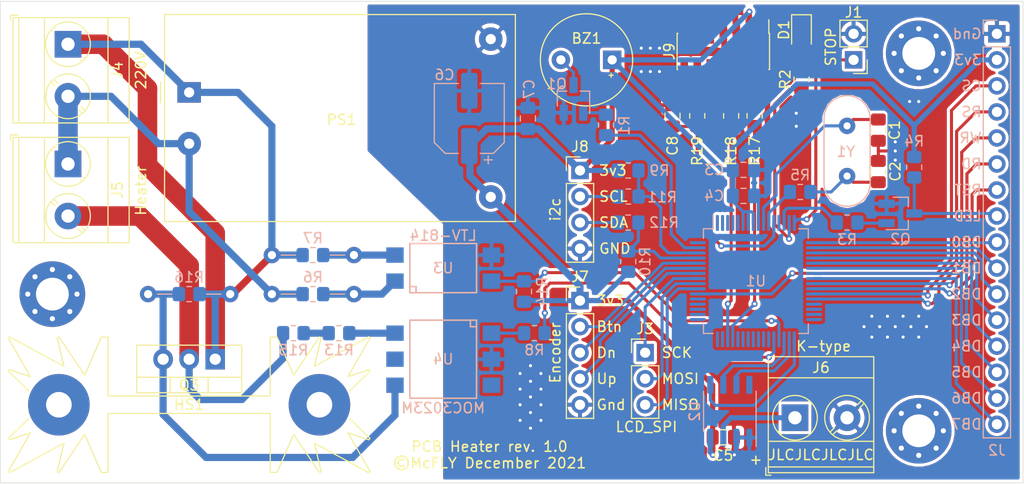
<source format=kicad_pcb>
(kicad_pcb (version 20171130) (host pcbnew "(5.1.9)-1")

  (general
    (thickness 1.6)
    (drawings 42)
    (tracks 368)
    (zones 0)
    (modules 51)
    (nets 94)
  )

  (page A4)
  (layers
    (0 F.Cu signal)
    (31 B.Cu signal)
    (32 B.Adhes user)
    (33 F.Adhes user)
    (34 B.Paste user)
    (35 F.Paste user)
    (36 B.SilkS user)
    (37 F.SilkS user)
    (38 B.Mask user)
    (39 F.Mask user)
    (40 Dwgs.User user)
    (41 Cmts.User user)
    (42 Eco1.User user)
    (43 Eco2.User user)
    (44 Edge.Cuts user)
    (45 Margin user)
    (46 B.CrtYd user hide)
    (47 F.CrtYd user hide)
    (48 B.Fab user hide)
    (49 F.Fab user hide)
  )

  (setup
    (last_trace_width 0.3)
    (user_trace_width 0.25)
    (user_trace_width 0.3)
    (user_trace_width 0.5)
    (user_trace_width 0.7)
    (user_trace_width 1)
    (user_trace_width 1.25)
    (user_trace_width 1.5)
    (user_trace_width 1.75)
    (user_trace_width 1.905)
    (user_trace_width 2)
    (user_trace_width 2.5)
    (trace_clearance 0.2)
    (zone_clearance 0.3)
    (zone_45_only no)
    (trace_min 0.2)
    (via_size 0.8)
    (via_drill 0.4)
    (via_min_size 0.4)
    (via_min_drill 0.3)
    (user_via 0.6 0.3)
    (user_via 0.8 0.4)
    (uvia_size 0.3)
    (uvia_drill 0.1)
    (uvias_allowed no)
    (uvia_min_size 0.2)
    (uvia_min_drill 0.1)
    (edge_width 0.05)
    (segment_width 0.2)
    (pcb_text_width 0.3)
    (pcb_text_size 1.5 1.5)
    (mod_edge_width 0.12)
    (mod_text_size 1 1)
    (mod_text_width 0.15)
    (pad_size 1.524 1.524)
    (pad_drill 0.762)
    (pad_to_mask_clearance 0)
    (aux_axis_origin 0 0)
    (visible_elements FFFFFF7F)
    (pcbplotparams
      (layerselection 0x010fc_ffffffff)
      (usegerberextensions false)
      (usegerberattributes true)
      (usegerberadvancedattributes true)
      (creategerberjobfile true)
      (excludeedgelayer true)
      (linewidth 0.100000)
      (plotframeref false)
      (viasonmask false)
      (mode 1)
      (useauxorigin false)
      (hpglpennumber 1)
      (hpglpenspeed 20)
      (hpglpendiameter 15.000000)
      (psnegative false)
      (psa4output false)
      (plotreference true)
      (plotvalue true)
      (plotinvisibletext false)
      (padsonsilk false)
      (subtractmaskfromsilk false)
      (outputformat 1)
      (mirror false)
      (drillshape 0)
      (scaleselection 1)
      (outputdirectory "gerber/"))
  )

  (net 0 "")
  (net 1 "Net-(BZ1-Pad2)")
  (net 2 +3V3)
  (net 3 GND)
  (net 4 "Net-(C1-Pad1)")
  (net 5 "Net-(C2-Pad1)")
  (net 6 NRST)
  (net 7 "Net-(D1-Pad2)")
  (net 8 STOP)
  (net 9 "Net-(J2-Pad16)")
  (net 10 "Net-(J2-Pad15)")
  (net 11 "Net-(J2-Pad14)")
  (net 12 "Net-(J2-Pad13)")
  (net 13 "Net-(J2-Pad12)")
  (net 14 "Net-(J2-Pad11)")
  (net 15 "Net-(J2-Pad10)")
  (net 16 "Net-(J2-Pad9)")
  (net 17 LCD_LED)
  (net 18 LCD_RST)
  (net 19 LCD_RD)
  (net 20 LCD_WR)
  (net 21 LCD_RS)
  (net 22 LCD_CS)
  (net 23 LCD_MISO)
  (net 24 LCD_MOSI)
  (net 25 LCD_SCK)
  (net 26 "Net-(J4-Pad2)")
  (net 27 "Net-(J4-Pad1)")
  (net 28 "Net-(J5-Pad2)")
  (net 29 "Net-(J6-Pad1)")
  (net 30 ENC_UP)
  (net 31 ENC_DN)
  (net 32 ENC_BTN)
  (net 33 "Net-(J8-Pad3)")
  (net 34 "Net-(J8-Pad2)")
  (net 35 "Net-(J9-Pad14)")
  (net 36 "Net-(J9-Pad13)")
  (net 37 "Net-(J9-Pad12)")
  (net 38 "Net-(J9-Pad10)")
  (net 39 "Net-(J9-Pad9)")
  (net 40 "Net-(J9-Pad8)")
  (net 41 "Net-(J9-Pad6)")
  (net 42 "Net-(J9-Pad4)")
  (net 43 "Net-(J9-Pad2)")
  (net 44 "Net-(J9-Pad1)")
  (net 45 "Net-(Q1-Pad1)")
  (net 46 "Net-(Q2-Pad1)")
  (net 47 "Net-(Q3-Pad3)")
  (net 48 BUZZER)
  (net 49 LED_STATUS)
  (net 50 LCD_LED_CTRL)
  (net 51 "Net-(R5-Pad1)")
  (net 52 "Net-(R6-Pad1)")
  (net 53 "Net-(R7-Pad1)")
  (net 54 GATE_CONTROL)
  (net 55 "Net-(R8-Pad1)")
  (net 56 I2C1_SCL)
  (net 57 I2C1_SDA)
  (net 58 "Net-(R13-Pad2)")
  (net 59 "Net-(R13-Pad1)")
  (net 60 ZERO_CROSS)
  (net 61 SWDIO)
  (net 62 SWCLK)
  (net 63 "Net-(U1-Pad64)")
  (net 64 "Net-(U1-Pad53)")
  (net 65 "Net-(U1-Pad52)")
  (net 66 "Net-(U1-Pad51)")
  (net 67 "Net-(U1-Pad50)")
  (net 68 "Net-(U1-Pad49)")
  (net 69 "Net-(U1-Pad48)")
  (net 70 "Net-(U1-Pad47)")
  (net 71 "Net-(U1-Pad44)")
  (net 72 "Net-(U1-Pad43)")
  (net 73 "Net-(U1-Pad42)")
  (net 74 "Net-(U1-Pad41)")
  (net 75 "Net-(U1-Pad40)")
  (net 76 "Net-(U1-Pad39)")
  (net 77 "Net-(U1-Pad38)")
  (net 78 MAX_CS)
  (net 79 MAX_MISO)
  (net 80 MAX_SCK)
  (net 81 "Net-(U1-Pad32)")
  (net 82 "Net-(U1-Pad31)")
  (net 83 "Net-(U1-Pad30)")
  (net 84 "Net-(U1-Pad29)")
  (net 85 "Net-(U1-Pad13)")
  (net 86 "Net-(U1-Pad5)")
  (net 87 "Net-(U1-Pad4)")
  (net 88 "Net-(U1-Pad3)")
  (net 89 "Net-(U1-Pad2)")
  (net 90 "Net-(U1-Pad1)")
  (net 91 "Net-(U4-Pad3)")
  (net 92 "Net-(U4-Pad5)")
  (net 93 "Net-(HS1-Pad1)")

  (net_class Default "This is the default net class."
    (clearance 0.2)
    (trace_width 0.25)
    (via_dia 0.8)
    (via_drill 0.4)
    (uvia_dia 0.3)
    (uvia_drill 0.1)
    (add_net +3V3)
    (add_net BUZZER)
    (add_net ENC_BTN)
    (add_net ENC_DN)
    (add_net ENC_UP)
    (add_net GATE_CONTROL)
    (add_net GND)
    (add_net I2C1_SCL)
    (add_net I2C1_SDA)
    (add_net LCD_CS)
    (add_net LCD_LED)
    (add_net LCD_LED_CTRL)
    (add_net LCD_MISO)
    (add_net LCD_MOSI)
    (add_net LCD_RD)
    (add_net LCD_RS)
    (add_net LCD_RST)
    (add_net LCD_SCK)
    (add_net LCD_WR)
    (add_net LED_STATUS)
    (add_net MAX_CS)
    (add_net MAX_MISO)
    (add_net MAX_SCK)
    (add_net NRST)
    (add_net "Net-(BZ1-Pad2)")
    (add_net "Net-(C1-Pad1)")
    (add_net "Net-(C2-Pad1)")
    (add_net "Net-(D1-Pad2)")
    (add_net "Net-(HS1-Pad1)")
    (add_net "Net-(J2-Pad10)")
    (add_net "Net-(J2-Pad11)")
    (add_net "Net-(J2-Pad12)")
    (add_net "Net-(J2-Pad13)")
    (add_net "Net-(J2-Pad14)")
    (add_net "Net-(J2-Pad15)")
    (add_net "Net-(J2-Pad16)")
    (add_net "Net-(J2-Pad9)")
    (add_net "Net-(J4-Pad1)")
    (add_net "Net-(J4-Pad2)")
    (add_net "Net-(J5-Pad2)")
    (add_net "Net-(J6-Pad1)")
    (add_net "Net-(J8-Pad2)")
    (add_net "Net-(J8-Pad3)")
    (add_net "Net-(J9-Pad1)")
    (add_net "Net-(J9-Pad10)")
    (add_net "Net-(J9-Pad12)")
    (add_net "Net-(J9-Pad13)")
    (add_net "Net-(J9-Pad14)")
    (add_net "Net-(J9-Pad2)")
    (add_net "Net-(J9-Pad4)")
    (add_net "Net-(J9-Pad6)")
    (add_net "Net-(J9-Pad8)")
    (add_net "Net-(J9-Pad9)")
    (add_net "Net-(Q1-Pad1)")
    (add_net "Net-(Q2-Pad1)")
    (add_net "Net-(Q3-Pad3)")
    (add_net "Net-(R13-Pad1)")
    (add_net "Net-(R13-Pad2)")
    (add_net "Net-(R5-Pad1)")
    (add_net "Net-(R6-Pad1)")
    (add_net "Net-(R7-Pad1)")
    (add_net "Net-(R8-Pad1)")
    (add_net "Net-(U1-Pad1)")
    (add_net "Net-(U1-Pad13)")
    (add_net "Net-(U1-Pad2)")
    (add_net "Net-(U1-Pad29)")
    (add_net "Net-(U1-Pad3)")
    (add_net "Net-(U1-Pad30)")
    (add_net "Net-(U1-Pad31)")
    (add_net "Net-(U1-Pad32)")
    (add_net "Net-(U1-Pad38)")
    (add_net "Net-(U1-Pad39)")
    (add_net "Net-(U1-Pad4)")
    (add_net "Net-(U1-Pad40)")
    (add_net "Net-(U1-Pad41)")
    (add_net "Net-(U1-Pad42)")
    (add_net "Net-(U1-Pad43)")
    (add_net "Net-(U1-Pad44)")
    (add_net "Net-(U1-Pad47)")
    (add_net "Net-(U1-Pad48)")
    (add_net "Net-(U1-Pad49)")
    (add_net "Net-(U1-Pad5)")
    (add_net "Net-(U1-Pad50)")
    (add_net "Net-(U1-Pad51)")
    (add_net "Net-(U1-Pad52)")
    (add_net "Net-(U1-Pad53)")
    (add_net "Net-(U1-Pad64)")
    (add_net "Net-(U4-Pad3)")
    (add_net "Net-(U4-Pad5)")
    (add_net STOP)
    (add_net SWCLK)
    (add_net SWDIO)
    (add_net ZERO_CROSS)
  )

  (module Package_SO:SO-8_3.9x4.9mm_P1.27mm (layer B.Cu) (tedit 61BA457A) (tstamp 61BAD228)
    (at 114.935 116.205 90)
    (descr "SO, 8 Pin (https://www.nxp.com/docs/en/data-sheet/PCF8523.pdf), generated with kicad-footprint-generator ipc_gullwing_generator.py")
    (tags "SO SO")
    (path /61C8F235)
    (attr smd)
    (fp_text reference U2 (at 0 -3.429 270) (layer B.SilkS)
      (effects (font (size 1 1) (thickness 0.15)) (justify mirror))
    )
    (fp_text value MAX6675 (at 0 -3.4 90) (layer B.Fab)
      (effects (font (size 1 1) (thickness 0.15)) (justify mirror))
    )
    (fp_text user %R (at 0 0 90) (layer B.Fab)
      (effects (font (size 0.98 0.98) (thickness 0.15)) (justify mirror))
    )
    (fp_line (start 3.7 2.7) (end -3.7 2.7) (layer B.CrtYd) (width 0.05))
    (fp_line (start 3.7 -2.7) (end 3.7 2.7) (layer B.CrtYd) (width 0.05))
    (fp_line (start -3.7 -2.7) (end 3.7 -2.7) (layer B.CrtYd) (width 0.05))
    (fp_line (start -3.7 2.7) (end -3.7 -2.7) (layer B.CrtYd) (width 0.05))
    (fp_line (start -1.95 1.475) (end -0.975 2.45) (layer B.Fab) (width 0.1))
    (fp_line (start -1.95 -2.45) (end -1.95 1.475) (layer B.Fab) (width 0.1))
    (fp_line (start 1.95 -2.45) (end -1.95 -2.45) (layer B.Fab) (width 0.1))
    (fp_line (start 1.95 2.45) (end 1.95 -2.45) (layer B.Fab) (width 0.1))
    (fp_line (start -0.975 2.45) (end 1.95 2.45) (layer B.Fab) (width 0.1))
    (fp_line (start 0 2.56) (end -3.45 2.56) (layer B.SilkS) (width 0.12))
    (fp_line (start 0 2.56) (end 1.95 2.56) (layer B.SilkS) (width 0.12))
    (fp_line (start 0 -2.56) (end -1.95 -2.56) (layer B.SilkS) (width 0.12))
    (fp_line (start 0 -2.56) (end 1.95 -2.56) (layer B.SilkS) (width 0.12))
    (pad 8 smd roundrect (at 2.575 1.905 90) (size 1.75 0.6) (layers B.Cu B.Paste B.Mask) (roundrect_rratio 0.25))
    (pad 7 smd roundrect (at 2.575 0.635 90) (size 1.75 0.6) (layers B.Cu B.Paste B.Mask) (roundrect_rratio 0.25)
      (net 79 MAX_MISO))
    (pad 6 smd roundrect (at 2.575 -0.635 90) (size 1.75 0.6) (layers B.Cu B.Paste B.Mask) (roundrect_rratio 0.25)
      (net 78 MAX_CS))
    (pad 5 smd roundrect (at 2.575 -1.905 90) (size 1.75 0.6) (layers B.Cu B.Paste B.Mask) (roundrect_rratio 0.25)
      (net 80 MAX_SCK))
    (pad 4 smd roundrect (at -2.575 -1.905 90) (size 1.75 0.6) (layers B.Cu B.Paste B.Mask) (roundrect_rratio 0.25)
      (net 2 +3V3))
    (pad 3 smd roundrect (at -2.575 -0.635 90) (size 1.75 0.6) (layers B.Cu B.Paste B.Mask) (roundrect_rratio 0.25)
      (net 29 "Net-(J6-Pad1)"))
    (pad 2 smd roundrect (at -2.575 0.635 90) (size 1.75 0.6) (layers B.Cu B.Paste B.Mask) (roundrect_rratio 0.25)
      (net 3 GND))
    (pad 1 smd roundrect (at -2.575 1.905 90) (size 1.75 0.6) (layers B.Cu B.Paste B.Mask) (roundrect_rratio 0.25)
      (net 3 GND))
    (model ${KISYS3DMOD}/Package_SO.3dshapes/SOIC-8_3.9x4.9mm_P1.27mm.wrl
      (at (xyz 0 0 0))
      (scale (xyz 1 1 1))
      (rotate (xyz 0 0 0))
    )
  )

  (module MountingHole:MountingHole_3.2mm_M3_Pad_Via (layer F.Cu) (tedit 56DDBCCA) (tstamp 61BAD5FF)
    (at 133.35 81.28)
    (descr "Mounting Hole 3.2mm, M3")
    (tags "mounting hole 3.2mm m3")
    (path /61E7C43D)
    (attr virtual)
    (fp_text reference H3 (at 0 0) (layer F.SilkS)
      (effects (font (size 1 1) (thickness 0.15)))
    )
    (fp_text value MountingHole (at 0 4.2) (layer F.Fab)
      (effects (font (size 1 1) (thickness 0.15)))
    )
    (fp_text user %R (at 0.3 0) (layer F.Fab)
      (effects (font (size 1 1) (thickness 0.15)))
    )
    (fp_circle (center 0 0) (end 3.2 0) (layer Cmts.User) (width 0.15))
    (fp_circle (center 0 0) (end 3.45 0) (layer F.CrtYd) (width 0.05))
    (pad 1 thru_hole circle (at 1.697056 -1.697056) (size 0.8 0.8) (drill 0.5) (layers *.Cu *.Mask))
    (pad 1 thru_hole circle (at 0 -2.4) (size 0.8 0.8) (drill 0.5) (layers *.Cu *.Mask))
    (pad 1 thru_hole circle (at -1.697056 -1.697056) (size 0.8 0.8) (drill 0.5) (layers *.Cu *.Mask))
    (pad 1 thru_hole circle (at -2.4 0) (size 0.8 0.8) (drill 0.5) (layers *.Cu *.Mask))
    (pad 1 thru_hole circle (at -1.697056 1.697056) (size 0.8 0.8) (drill 0.5) (layers *.Cu *.Mask))
    (pad 1 thru_hole circle (at 0 2.4) (size 0.8 0.8) (drill 0.5) (layers *.Cu *.Mask))
    (pad 1 thru_hole circle (at 1.697056 1.697056) (size 0.8 0.8) (drill 0.5) (layers *.Cu *.Mask))
    (pad 1 thru_hole circle (at 2.4 0) (size 0.8 0.8) (drill 0.5) (layers *.Cu *.Mask))
    (pad 1 thru_hole circle (at 0 0) (size 6.4 6.4) (drill 3.2) (layers *.Cu *.Mask))
  )

  (module MountingHole:MountingHole_3.2mm_M3_Pad_Via (layer F.Cu) (tedit 56DDBCCA) (tstamp 61BABB5C)
    (at 133.35 118.11)
    (descr "Mounting Hole 3.2mm, M3")
    (tags "mounting hole 3.2mm m3")
    (path /61E7C256)
    (attr virtual)
    (fp_text reference H2 (at 0 0) (layer F.SilkS)
      (effects (font (size 1 1) (thickness 0.15)))
    )
    (fp_text value MountingHole (at 0 4.2) (layer F.Fab)
      (effects (font (size 1 1) (thickness 0.15)))
    )
    (fp_text user %R (at 0.3 0) (layer F.Fab)
      (effects (font (size 1 1) (thickness 0.15)))
    )
    (fp_circle (center 0 0) (end 3.2 0) (layer Cmts.User) (width 0.15))
    (fp_circle (center 0 0) (end 3.45 0) (layer F.CrtYd) (width 0.05))
    (pad 1 thru_hole circle (at 1.697056 -1.697056) (size 0.8 0.8) (drill 0.5) (layers *.Cu *.Mask))
    (pad 1 thru_hole circle (at 0 -2.4) (size 0.8 0.8) (drill 0.5) (layers *.Cu *.Mask))
    (pad 1 thru_hole circle (at -1.697056 -1.697056) (size 0.8 0.8) (drill 0.5) (layers *.Cu *.Mask))
    (pad 1 thru_hole circle (at -2.4 0) (size 0.8 0.8) (drill 0.5) (layers *.Cu *.Mask))
    (pad 1 thru_hole circle (at -1.697056 1.697056) (size 0.8 0.8) (drill 0.5) (layers *.Cu *.Mask))
    (pad 1 thru_hole circle (at 0 2.4) (size 0.8 0.8) (drill 0.5) (layers *.Cu *.Mask))
    (pad 1 thru_hole circle (at 1.697056 1.697056) (size 0.8 0.8) (drill 0.5) (layers *.Cu *.Mask))
    (pad 1 thru_hole circle (at 2.4 0) (size 0.8 0.8) (drill 0.5) (layers *.Cu *.Mask))
    (pad 1 thru_hole circle (at 0 0) (size 6.4 6.4) (drill 3.2) (layers *.Cu *.Mask))
  )

  (module MountingHole:MountingHole_3.2mm_M3_Pad_Via (layer F.Cu) (tedit 56DDBCCA) (tstamp 61BAD557)
    (at 48.895 104.775)
    (descr "Mounting Hole 3.2mm, M3")
    (tags "mounting hole 3.2mm m3")
    (path /61E7A383)
    (attr virtual)
    (fp_text reference H1 (at 0 0) (layer F.SilkS)
      (effects (font (size 1 1) (thickness 0.15)))
    )
    (fp_text value MountingHole (at 0 4.2) (layer F.Fab)
      (effects (font (size 1 1) (thickness 0.15)))
    )
    (fp_text user %R (at 0.3 0) (layer F.Fab)
      (effects (font (size 1 1) (thickness 0.15)))
    )
    (fp_circle (center 0 0) (end 3.2 0) (layer Cmts.User) (width 0.15))
    (fp_circle (center 0 0) (end 3.45 0) (layer F.CrtYd) (width 0.05))
    (pad 1 thru_hole circle (at 1.697056 -1.697056) (size 0.8 0.8) (drill 0.5) (layers *.Cu *.Mask))
    (pad 1 thru_hole circle (at 0 -2.4) (size 0.8 0.8) (drill 0.5) (layers *.Cu *.Mask))
    (pad 1 thru_hole circle (at -1.697056 -1.697056) (size 0.8 0.8) (drill 0.5) (layers *.Cu *.Mask))
    (pad 1 thru_hole circle (at -2.4 0) (size 0.8 0.8) (drill 0.5) (layers *.Cu *.Mask))
    (pad 1 thru_hole circle (at -1.697056 1.697056) (size 0.8 0.8) (drill 0.5) (layers *.Cu *.Mask))
    (pad 1 thru_hole circle (at 0 2.4) (size 0.8 0.8) (drill 0.5) (layers *.Cu *.Mask))
    (pad 1 thru_hole circle (at 1.697056 1.697056) (size 0.8 0.8) (drill 0.5) (layers *.Cu *.Mask))
    (pad 1 thru_hole circle (at 2.4 0) (size 0.8 0.8) (drill 0.5) (layers *.Cu *.Mask))
    (pad 1 thru_hole circle (at 0 0) (size 6.4 6.4) (drill 3.2) (layers *.Cu *.Mask))
  )

  (module my_additions:R_0805_HandSolder_together_with_TH_8mm (layer B.Cu) (tedit 61B9DC84) (tstamp 61BA2343)
    (at 62.23 104.775 180)
    (descr "Resistor SMD 0805 (2012 Metric), square (rectangular) end terminal, IPC_7351 nominal with elongated pad for handsoldering. (Body size source: IPC-SM-782 page 72, https://www.pcb-3d.com/wordpress/wp-content/uploads/ipc-sm-782a_amendment_1_and_2.pdf), generated with kicad-footprint-generator")
    (tags "resistor handsolder")
    (path /61E90889)
    (attr smd)
    (fp_text reference R16 (at 0 1.651) (layer B.SilkS)
      (effects (font (size 1 1) (thickness 0.15)) (justify mirror))
    )
    (fp_text value 470 (at 0 -1.65) (layer B.Fab)
      (effects (font (size 1 1) (thickness 0.15)) (justify mirror))
    )
    (fp_text user %R (at 0 0) (layer B.Fab)
      (effects (font (size 0.5 0.5) (thickness 0.08)) (justify mirror))
    )
    (fp_line (start -1 -0.625) (end -1 0.625) (layer B.Fab) (width 0.1))
    (fp_line (start -1 0.625) (end 1 0.625) (layer B.Fab) (width 0.1))
    (fp_line (start 1 0.625) (end 1 -0.625) (layer B.Fab) (width 0.1))
    (fp_line (start 1 -0.625) (end -1 -0.625) (layer B.Fab) (width 0.1))
    (fp_line (start -0.227064 0.735) (end 0.227064 0.735) (layer B.SilkS) (width 0.12))
    (fp_line (start -0.227064 -0.735) (end 0.227064 -0.735) (layer B.SilkS) (width 0.12))
    (fp_line (start -1.85 -0.95) (end -1.85 0.95) (layer B.CrtYd) (width 0.05))
    (fp_line (start -1.85 0.95) (end 1.85 0.95) (layer B.CrtYd) (width 0.05))
    (fp_line (start 1.85 0.95) (end 1.85 -0.95) (layer B.CrtYd) (width 0.05))
    (fp_line (start 1.85 -0.95) (end -1.85 -0.95) (layer B.CrtYd) (width 0.05))
    (fp_line (start -1.7 0) (end -3.1 0) (layer B.SilkS) (width 0.12))
    (fp_line (start 1.7 0) (end 3.1 0) (layer B.SilkS) (width 0.12))
    (pad 2 thru_hole circle (at 4 0 180) (size 1.6 1.6) (drill 0.8) (layers *.Cu *.Mask)
      (net 47 "Net-(Q3-Pad3)"))
    (pad 1 thru_hole circle (at -4 0 180) (size 1.6 1.6) (drill 0.8) (layers *.Cu *.Mask)
      (net 27 "Net-(J4-Pad1)"))
    (pad 2 smd roundrect (at 1 0 180) (size 1.2 1.4) (layers B.Cu B.Paste B.Mask) (roundrect_rratio 0.2083325)
      (net 47 "Net-(Q3-Pad3)"))
    (pad 1 smd roundrect (at -1 0 180) (size 1.2 1.4) (layers B.Cu B.Paste B.Mask) (roundrect_rratio 0.2083325)
      (net 27 "Net-(J4-Pad1)"))
    (model ${KISYS3DMOD}/Resistor_SMD.3dshapes/R_0805_2012Metric.wrl
      (at (xyz 0 0 0))
      (scale (xyz 1 1 1))
      (rotate (xyz 0 0 0))
    )
  )

  (module Heatsink:Heatsink_Fischer_SK104-STC-STIC_35x13mm_2xDrill2.5mm (layer F.Cu) (tedit 5A1FFA20) (tstamp 61BA7466)
    (at 62.23 115.57 180)
    (descr "Heatsink, 35mm x 13mm, 2x Fixation 2,5mm Drill, Soldering, Fischer SK104-STC-STIC,")
    (tags "Heatsink fischer TO-220")
    (path /61DF34FE)
    (fp_text reference HS1 (at 0 0) (layer F.SilkS)
      (effects (font (size 1 1) (thickness 0.15)))
    )
    (fp_text value Heatsink_Pad (at 0.65 9.075) (layer F.Fab)
      (effects (font (size 1 1) (thickness 0.15)))
    )
    (fp_arc (start -12.7 0) (end -15 0.9) (angle -316.8) (layer F.Fab) (width 0.1))
    (fp_arc (start 12.7 0) (end 15 -0.9) (angle -316.8) (layer F.Fab) (width 0.1))
    (fp_text user %R (at 0 0) (layer F.Fab)
      (effects (font (size 1 1) (thickness 0.15)))
    )
    (fp_line (start 17.62 3.27) (end 15.66 1.38) (layer F.SilkS) (width 0.12))
    (fp_line (start 17.53 3.42) (end 17.62 3.27) (layer F.SilkS) (width 0.12))
    (fp_line (start 15.48 2.74) (end 17.53 3.42) (layer F.SilkS) (width 0.12))
    (fp_line (start 17.63 6.51) (end 15.48 2.74) (layer F.SilkS) (width 0.12))
    (fp_line (start 17.51 6.63) (end 17.63 6.51) (layer F.SilkS) (width 0.12))
    (fp_line (start 12.21 3.75) (end 17.51 6.63) (layer F.SilkS) (width 0.12))
    (fp_line (start 12.87 6.55) (end 12.21 3.75) (layer F.SilkS) (width 0.12))
    (fp_line (start 12.69 6.61) (end 12.87 6.55) (layer F.SilkS) (width 0.12))
    (fp_line (start 10.19 2.89) (end 12.69 6.61) (layer F.SilkS) (width 0.12))
    (fp_line (start 17.5 3.3) (end 15 0.9) (layer F.Fab) (width 0.1))
    (fp_line (start 8.57 6.6) (end 10.18 2.89) (layer F.SilkS) (width 0.12))
    (fp_line (start 7.9 6.6) (end 8.57 6.6) (layer F.SilkS) (width 0.12))
    (fp_line (start 7.9 0.85) (end 7.9 6.6) (layer F.SilkS) (width 0.12))
    (fp_line (start 0 0.85) (end 7.9 0.85) (layer F.SilkS) (width 0.12))
    (fp_line (start 1.778 -0.762) (end 1.778 0.762) (layer F.Fab) (width 0.1))
    (fp_line (start 17.5 6.5) (end 12.065 3.556) (layer F.Fab) (width 0.1))
    (fp_line (start 12.065 3.556) (end 12.75 6.5) (layer F.Fab) (width 0.1))
    (fp_line (start 8 6.5) (end 8.5 6.5) (layer F.Fab) (width 0.1))
    (fp_line (start 15.24 2.54) (end 17.5 3.3) (layer F.Fab) (width 0.1))
    (fp_line (start 17.5 6.5) (end 15.24 2.54) (layer F.Fab) (width 0.1))
    (fp_line (start 10.16 2.667) (end 12.75 6.5) (layer F.Fab) (width 0.1))
    (fp_line (start 8.5 6.5) (end 10.16 2.667) (layer F.Fab) (width 0.1))
    (fp_line (start 0 0.762) (end 8.001 0.762) (layer F.Fab) (width 0.1))
    (fp_line (start 8.001 0.762) (end 8 6.5) (layer F.Fab) (width 0.1))
    (fp_line (start -17.75 -6.75) (end 17.75 -6.75) (layer F.CrtYd) (width 0.05))
    (fp_line (start -17.75 -6.75) (end -17.75 6.75) (layer F.CrtYd) (width 0.05))
    (fp_line (start 17.75 6.75) (end 17.75 -6.75) (layer F.CrtYd) (width 0.05))
    (fp_line (start 17.75 6.75) (end -17.75 6.75) (layer F.CrtYd) (width 0.05))
    (fp_line (start 17.5 -3.3) (end 15 -0.9) (layer F.Fab) (width 0.1))
    (fp_line (start 15.24 -2.54) (end 17.5 -3.3) (layer F.Fab) (width 0.1))
    (fp_line (start 17.5 -6.5) (end 15.24 -2.54) (layer F.Fab) (width 0.1))
    (fp_line (start 17.5 -6.5) (end 12.065 -3.556) (layer F.Fab) (width 0.1))
    (fp_line (start 12.065 -3.556) (end 12.75 -6.5) (layer F.Fab) (width 0.1))
    (fp_line (start 10.16 -2.667) (end 12.75 -6.5) (layer F.Fab) (width 0.1))
    (fp_line (start 8.5 -6.5) (end 10.16 -2.667) (layer F.Fab) (width 0.1))
    (fp_line (start 8 -6.5) (end 8.5 -6.5) (layer F.Fab) (width 0.1))
    (fp_line (start 8.001 -0.762) (end 8 -6.5) (layer F.Fab) (width 0.1))
    (fp_line (start 0 -0.762) (end 8.001 -0.762) (layer F.Fab) (width 0.1))
    (fp_line (start 7.9 -6.6) (end 8.57 -6.6) (layer F.SilkS) (width 0.12))
    (fp_line (start 7.9 -0.85) (end 7.9 -6.6) (layer F.SilkS) (width 0.12))
    (fp_line (start 0 -0.85) (end 7.9 -0.85) (layer F.SilkS) (width 0.12))
    (fp_line (start 8.57 -6.6) (end 10.18 -2.89) (layer F.SilkS) (width 0.12))
    (fp_line (start 17.53 -3.42) (end 17.62 -3.27) (layer F.SilkS) (width 0.12))
    (fp_line (start 17.51 -6.63) (end 17.63 -6.51) (layer F.SilkS) (width 0.12))
    (fp_line (start 17.63 -6.51) (end 15.48 -2.74) (layer F.SilkS) (width 0.12))
    (fp_line (start 15.48 -2.74) (end 17.53 -3.42) (layer F.SilkS) (width 0.12))
    (fp_line (start 17.62 -3.27) (end 15.66 -1.38) (layer F.SilkS) (width 0.12))
    (fp_line (start 12.21 -3.75) (end 17.51 -6.63) (layer F.SilkS) (width 0.12))
    (fp_line (start 10.19 -2.89) (end 12.69 -6.61) (layer F.SilkS) (width 0.12))
    (fp_line (start 12.69 -6.61) (end 12.87 -6.55) (layer F.SilkS) (width 0.12))
    (fp_line (start 12.87 -6.55) (end 12.21 -3.75) (layer F.SilkS) (width 0.12))
    (fp_line (start -17.5 3.3) (end -15 0.9) (layer F.Fab) (width 0.1))
    (fp_line (start -17.5 -3.3) (end -15 -0.9) (layer F.Fab) (width 0.1))
    (fp_line (start -15.24 2.54) (end -17.5 3.3) (layer F.Fab) (width 0.1))
    (fp_line (start -17.5 -6.5) (end -15.24 -2.54) (layer F.Fab) (width 0.1))
    (fp_line (start -15.24 -2.54) (end -17.5 -3.3) (layer F.Fab) (width 0.1))
    (fp_line (start -17.5 -6.5) (end -12.065 -3.556) (layer F.Fab) (width 0.1))
    (fp_line (start -10.16 2.667) (end -12.75 6.5) (layer F.Fab) (width 0.1))
    (fp_line (start -12.065 3.556) (end -12.75 6.5) (layer F.Fab) (width 0.1))
    (fp_line (start -8 6.5) (end -8.5 6.5) (layer F.Fab) (width 0.1))
    (fp_line (start -8.001 0.762) (end -8 6.5) (layer F.Fab) (width 0.1))
    (fp_line (start -8.5 6.5) (end -10.16 2.667) (layer F.Fab) (width 0.1))
    (fp_line (start -17.5 6.5) (end -15.24 2.54) (layer F.Fab) (width 0.1))
    (fp_line (start -17.5 6.5) (end -12.065 3.556) (layer F.Fab) (width 0.1))
    (fp_line (start 0 0.762) (end -8.001 0.762) (layer F.Fab) (width 0.1))
    (fp_line (start 0 -0.762) (end -8.001 -0.762) (layer F.Fab) (width 0.1))
    (fp_line (start -1.778 0.762) (end -1.778 -0.762) (layer F.Fab) (width 0.1))
    (fp_line (start -8.001 -0.762) (end -8 -6.5) (layer F.Fab) (width 0.1))
    (fp_line (start -8 -6.5) (end -8.5 -6.5) (layer F.Fab) (width 0.1))
    (fp_line (start -8.5 -6.5) (end -10.16 -2.667) (layer F.Fab) (width 0.1))
    (fp_line (start -12.065 -3.556) (end -12.75 -6.5) (layer F.Fab) (width 0.1))
    (fp_line (start -10.16 -2.667) (end -12.75 -6.5) (layer F.Fab) (width 0.1))
    (fp_line (start 0 0.85) (end -7.9 0.85) (layer F.SilkS) (width 0.12))
    (fp_line (start -8.57 6.6) (end -10.18 2.89) (layer F.SilkS) (width 0.12))
    (fp_line (start -7.9 6.6) (end -8.57 6.6) (layer F.SilkS) (width 0.12))
    (fp_line (start -7.9 0.85) (end -7.9 6.6) (layer F.SilkS) (width 0.12))
    (fp_line (start 0 -0.85) (end -7.9 -0.85) (layer F.SilkS) (width 0.12))
    (fp_line (start -15.48 -2.74) (end -17.53 -3.42) (layer F.SilkS) (width 0.12))
    (fp_line (start -17.51 -6.63) (end -17.63 -6.51) (layer F.SilkS) (width 0.12))
    (fp_line (start -17.53 -3.42) (end -17.62 -3.27) (layer F.SilkS) (width 0.12))
    (fp_line (start -17.63 -6.51) (end -15.48 -2.74) (layer F.SilkS) (width 0.12))
    (fp_line (start -17.62 -3.27) (end -15.66 -1.38) (layer F.SilkS) (width 0.12))
    (fp_line (start -10.19 -2.89) (end -12.69 -6.61) (layer F.SilkS) (width 0.12))
    (fp_line (start -12.87 -6.55) (end -12.21 -3.75) (layer F.SilkS) (width 0.12))
    (fp_line (start -12.69 -6.61) (end -12.87 -6.55) (layer F.SilkS) (width 0.12))
    (fp_line (start -12.21 -3.75) (end -17.51 -6.63) (layer F.SilkS) (width 0.12))
    (fp_line (start -7.9 -6.6) (end -8.57 -6.6) (layer F.SilkS) (width 0.12))
    (fp_line (start -7.9 -0.85) (end -7.9 -6.6) (layer F.SilkS) (width 0.12))
    (fp_line (start -8.57 -6.6) (end -10.18 -2.89) (layer F.SilkS) (width 0.12))
    (fp_line (start -17.51 6.63) (end -17.63 6.51) (layer F.SilkS) (width 0.12))
    (fp_line (start -17.62 3.27) (end -15.66 1.38) (layer F.SilkS) (width 0.12))
    (fp_line (start -15.48 2.74) (end -17.53 3.42) (layer F.SilkS) (width 0.12))
    (fp_line (start -17.53 3.42) (end -17.62 3.27) (layer F.SilkS) (width 0.12))
    (fp_line (start -17.63 6.51) (end -15.48 2.74) (layer F.SilkS) (width 0.12))
    (fp_line (start -12.21 3.75) (end -17.51 6.63) (layer F.SilkS) (width 0.12))
    (fp_line (start -12.87 6.55) (end -12.21 3.75) (layer F.SilkS) (width 0.12))
    (fp_line (start -12.69 6.61) (end -12.87 6.55) (layer F.SilkS) (width 0.12))
    (fp_line (start -10.19 2.89) (end -12.69 6.61) (layer F.SilkS) (width 0.12))
    (pad 1 thru_hole circle (at -12.7 0) (size 6 6) (drill 2.5) (layers *.Cu *.Mask)
      (net 93 "Net-(HS1-Pad1)"))
    (pad 1 thru_hole circle (at 12.7 0 180) (size 6 6) (drill 2.5) (layers *.Cu *.Mask)
      (net 93 "Net-(HS1-Pad1)"))
    (model "${my_additions}/Sk104 30_2.5.step"
      (offset (xyz -20.25 -15.1 0))
      (scale (xyz 1 1 1))
      (rotate (xyz -90 0 0))
    )
  )

  (module my_additions:OSC-TH_L10.0-W4.5-P5.00 (layer B.Cu) (tedit 604A1333) (tstamp 61BA981A)
    (at 126.365 90.805 270)
    (path /61C1A44E)
    (fp_text reference Y1 (at 0.0635 0.127 180) (layer B.SilkS)
      (effects (font (size 1 1) (thickness 0.15)) (justify mirror))
    )
    (fp_text value 16MHz (at 0 -3.175 270) (layer B.Fab)
      (effects (font (size 1 1) (thickness 0.15)) (justify mirror))
    )
    (fp_arc (start 3.15 0) (end 3.15 -2.248) (angle 180) (layer B.SilkS) (width 0.12))
    (fp_arc (start -3.15 0) (end -3.15 2.248) (angle 180) (layer B.SilkS) (width 0.12))
    (fp_line (start -3.15 -2.248) (end 3.15 -2.248) (layer B.SilkS) (width 0.12))
    (fp_line (start -3.15 2.248) (end 3.15 2.248) (layer B.SilkS) (width 0.12))
    (pad 2 thru_hole circle (at 2.45 0 270) (size 1.6 1.6) (drill 0.7) (layers *.Cu *.Mask)
      (net 5 "Net-(C2-Pad1)"))
    (pad 1 thru_hole circle (at -2.45 0 270) (size 1.6 1.6) (drill 0.7) (layers *.Cu *.Mask)
      (net 4 "Net-(C1-Pad1)"))
    (model ${KISYS3DMOD}/Crystal.3dshapes/Crystal_HC49-4H_Vertical.wrl
      (offset (xyz -2.5 0 0))
      (scale (xyz 1 1 1))
      (rotate (xyz 0 0 0))
    )
  )

  (module my_additions:OPTO-SMD6 (layer B.Cu) (tedit 60562C91) (tstamp 61BA2421)
    (at 86.995 111.125 270)
    (path /61E58893)
    (fp_text reference U4 (at 0 0 180) (layer B.SilkS)
      (effects (font (size 1 1) (thickness 0.15)) (justify mirror))
    )
    (fp_text value MOC3023M (at 4.7625 0 180) (layer B.SilkS)
      (effects (font (size 1 1) (thickness 0.15)) (justify mirror))
    )
    (fp_line (start -3.81 -4.445) (end -3.81 4.445) (layer B.CrtYd) (width 0.12))
    (fp_line (start 3.81 -4.445) (end -3.81 -4.445) (layer B.CrtYd) (width 0.12))
    (fp_line (start 3.81 4.445) (end 3.81 -4.445) (layer B.CrtYd) (width 0.12))
    (fp_line (start -3.81 4.445) (end 3.81 4.445) (layer B.CrtYd) (width 0.12))
    (fp_line (start -3.175 -2.64922) (end -3.175 -3.24866) (layer B.SilkS) (width 0.15))
    (fp_line (start -3.81 -2.64922) (end -3.20802 -2.64922) (layer B.SilkS) (width 0.15))
    (fp_line (start -3.81 3.24866) (end -3.81 -3.24866) (layer B.SilkS) (width 0.15))
    (fp_line (start 3.81 3.24866) (end 3.81 -3.24866) (layer B.SilkS) (width 0.15))
    (fp_line (start -3.81 -3.25) (end 3.81 -3.25) (layer B.SilkS) (width 0.15))
    (fp_line (start -3.81 3.25) (end 3.81 3.25) (layer B.SilkS) (width 0.15))
    (pad 4 smd rect (at 2.54 4.7 270) (size 1.5 1.7) (layers B.Cu B.Paste B.Mask)
      (net 47 "Net-(Q3-Pad3)"))
    (pad 3 smd rect (at 2.54 -4.7 90) (size 1.5 1.7) (layers B.Cu B.Paste B.Mask)
      (net 91 "Net-(U4-Pad3)"))
    (pad 6 smd rect (at -2.54 4.7 270) (size 1.5 1.7) (layers B.Cu B.Paste B.Mask)
      (net 58 "Net-(R13-Pad2)"))
    (pad 5 smd rect (at 0 4.7 270) (size 1.5 1.7) (layers B.Cu B.Paste B.Mask)
      (net 92 "Net-(U4-Pad5)"))
    (pad 2 smd rect (at 0 -4.7 90) (size 1.5 1.7) (layers B.Cu B.Paste B.Mask)
      (net 3 GND))
    (pad 1 smd rect (at -2.54 -4.7 90) (size 1.5 1.7) (layers B.Cu B.Paste B.Mask)
      (net 55 "Net-(R8-Pad1)"))
    (model ${KISYS3DMOD}/Package_DIP.3dshapes/DIP-6_W8.89mm_SMDSocket.wrl
      (at (xyz 0 0 0))
      (scale (xyz 1 1 1))
      (rotate (xyz 0 0 -90))
    )
  )

  (module my_additions:OPTO-SMD4 (layer B.Cu) (tedit 6054DF13) (tstamp 61BA240D)
    (at 86.995 102.235 90)
    (path /61B96906)
    (fp_text reference U3 (at 0 0 -180) (layer B.SilkS)
      (effects (font (size 1 1) (thickness 0.15)) (justify mirror))
    )
    (fp_text value LTV-814 (at 3.175 0 -180) (layer B.SilkS)
      (effects (font (size 1 1) (thickness 0.15)) (justify mirror))
    )
    (fp_line (start -2.4 3.25) (end 2.4 3.25) (layer B.SilkS) (width 0.15))
    (fp_line (start -2.4 -3.25) (end 2.4 -3.25) (layer B.SilkS) (width 0.15))
    (fp_line (start 2.39998 3.24866) (end 2.39998 -3.24866) (layer B.SilkS) (width 0.15))
    (fp_line (start -2.39998 3.24866) (end -2.39998 -3.24866) (layer B.SilkS) (width 0.15))
    (fp_line (start -2.39998 -2.64922) (end -1.798 -2.64922) (layer B.SilkS) (width 0.15))
    (fp_line (start -1.798 -2.64922) (end -1.798 -3.24866) (layer B.SilkS) (width 0.15))
    (fp_line (start -2.54 4.445) (end 2.54 4.445) (layer B.CrtYd) (width 0.12))
    (fp_line (start 2.54 4.445) (end 2.54 -4.445) (layer B.CrtYd) (width 0.12))
    (fp_line (start 2.54 -4.445) (end -2.54 -4.445) (layer B.CrtYd) (width 0.12))
    (fp_line (start -2.54 -4.445) (end -2.54 4.445) (layer B.CrtYd) (width 0.12))
    (pad 4 smd rect (at -1.27 4.7 90) (size 1.5 1.7) (layers B.Cu B.Paste B.Mask)
      (net 60 ZERO_CROSS))
    (pad 3 smd rect (at 1.27 4.7 90) (size 1.5 1.7) (layers B.Cu B.Paste B.Mask)
      (net 3 GND))
    (pad 2 smd rect (at 1.27 -4.7 270) (size 1.5 1.7) (layers B.Cu B.Paste B.Mask)
      (net 53 "Net-(R7-Pad1)"))
    (pad 1 smd rect (at -1.27 -4.7 270) (size 1.5 1.7) (layers B.Cu B.Paste B.Mask)
      (net 52 "Net-(R6-Pad1)"))
    (model ${my_additions}/SMD-4.stp
      (at (xyz 0 0 0))
      (scale (xyz 1 1 1))
      (rotate (xyz 0 0 -90))
    )
  )

  (module Package_QFP:LQFP-64_10x10mm_P0.5mm (layer B.Cu) (tedit 5D9F72AF) (tstamp 61BB5788)
    (at 117.475 103.505 270)
    (descr "LQFP, 64 Pin (https://www.analog.com/media/en/technical-documentation/data-sheets/ad7606_7606-6_7606-4.pdf), generated with kicad-footprint-generator ipc_gullwing_generator.py")
    (tags "LQFP QFP")
    (path /61B8499F)
    (attr smd)
    (fp_text reference U1 (at 0 0) (layer B.SilkS)
      (effects (font (size 1 1) (thickness 0.15)) (justify mirror))
    )
    (fp_text value STM32G070RBTx (at 0 -7.4 270) (layer B.Fab)
      (effects (font (size 1 1) (thickness 0.15)) (justify mirror))
    )
    (fp_text user %R (at 0 0 270) (layer B.Fab)
      (effects (font (size 1 1) (thickness 0.15)) (justify mirror))
    )
    (fp_line (start 4.16 -5.11) (end 5.11 -5.11) (layer B.SilkS) (width 0.12))
    (fp_line (start 5.11 -5.11) (end 5.11 -4.16) (layer B.SilkS) (width 0.12))
    (fp_line (start -4.16 -5.11) (end -5.11 -5.11) (layer B.SilkS) (width 0.12))
    (fp_line (start -5.11 -5.11) (end -5.11 -4.16) (layer B.SilkS) (width 0.12))
    (fp_line (start 4.16 5.11) (end 5.11 5.11) (layer B.SilkS) (width 0.12))
    (fp_line (start 5.11 5.11) (end 5.11 4.16) (layer B.SilkS) (width 0.12))
    (fp_line (start -4.16 5.11) (end -5.11 5.11) (layer B.SilkS) (width 0.12))
    (fp_line (start -5.11 5.11) (end -5.11 4.16) (layer B.SilkS) (width 0.12))
    (fp_line (start -5.11 4.16) (end -6.45 4.16) (layer B.SilkS) (width 0.12))
    (fp_line (start -4 5) (end 5 5) (layer B.Fab) (width 0.1))
    (fp_line (start 5 5) (end 5 -5) (layer B.Fab) (width 0.1))
    (fp_line (start 5 -5) (end -5 -5) (layer B.Fab) (width 0.1))
    (fp_line (start -5 -5) (end -5 4) (layer B.Fab) (width 0.1))
    (fp_line (start -5 4) (end -4 5) (layer B.Fab) (width 0.1))
    (fp_line (start 0 6.7) (end -4.15 6.7) (layer B.CrtYd) (width 0.05))
    (fp_line (start -4.15 6.7) (end -4.15 5.25) (layer B.CrtYd) (width 0.05))
    (fp_line (start -4.15 5.25) (end -5.25 5.25) (layer B.CrtYd) (width 0.05))
    (fp_line (start -5.25 5.25) (end -5.25 4.15) (layer B.CrtYd) (width 0.05))
    (fp_line (start -5.25 4.15) (end -6.7 4.15) (layer B.CrtYd) (width 0.05))
    (fp_line (start -6.7 4.15) (end -6.7 0) (layer B.CrtYd) (width 0.05))
    (fp_line (start 0 6.7) (end 4.15 6.7) (layer B.CrtYd) (width 0.05))
    (fp_line (start 4.15 6.7) (end 4.15 5.25) (layer B.CrtYd) (width 0.05))
    (fp_line (start 4.15 5.25) (end 5.25 5.25) (layer B.CrtYd) (width 0.05))
    (fp_line (start 5.25 5.25) (end 5.25 4.15) (layer B.CrtYd) (width 0.05))
    (fp_line (start 5.25 4.15) (end 6.7 4.15) (layer B.CrtYd) (width 0.05))
    (fp_line (start 6.7 4.15) (end 6.7 0) (layer B.CrtYd) (width 0.05))
    (fp_line (start 0 -6.7) (end -4.15 -6.7) (layer B.CrtYd) (width 0.05))
    (fp_line (start -4.15 -6.7) (end -4.15 -5.25) (layer B.CrtYd) (width 0.05))
    (fp_line (start -4.15 -5.25) (end -5.25 -5.25) (layer B.CrtYd) (width 0.05))
    (fp_line (start -5.25 -5.25) (end -5.25 -4.15) (layer B.CrtYd) (width 0.05))
    (fp_line (start -5.25 -4.15) (end -6.7 -4.15) (layer B.CrtYd) (width 0.05))
    (fp_line (start -6.7 -4.15) (end -6.7 0) (layer B.CrtYd) (width 0.05))
    (fp_line (start 0 -6.7) (end 4.15 -6.7) (layer B.CrtYd) (width 0.05))
    (fp_line (start 4.15 -6.7) (end 4.15 -5.25) (layer B.CrtYd) (width 0.05))
    (fp_line (start 4.15 -5.25) (end 5.25 -5.25) (layer B.CrtYd) (width 0.05))
    (fp_line (start 5.25 -5.25) (end 5.25 -4.15) (layer B.CrtYd) (width 0.05))
    (fp_line (start 5.25 -4.15) (end 6.7 -4.15) (layer B.CrtYd) (width 0.05))
    (fp_line (start 6.7 -4.15) (end 6.7 0) (layer B.CrtYd) (width 0.05))
    (pad 64 smd roundrect (at -3.75 5.675 270) (size 0.3 1.55) (layers B.Cu B.Paste B.Mask) (roundrect_rratio 0.25)
      (net 63 "Net-(U1-Pad64)"))
    (pad 63 smd roundrect (at -3.25 5.675 270) (size 0.3 1.55) (layers B.Cu B.Paste B.Mask) (roundrect_rratio 0.25)
      (net 48 BUZZER))
    (pad 62 smd roundrect (at -2.75 5.675 270) (size 0.3 1.55) (layers B.Cu B.Paste B.Mask) (roundrect_rratio 0.25)
      (net 56 I2C1_SCL))
    (pad 61 smd roundrect (at -2.25 5.675 270) (size 0.3 1.55) (layers B.Cu B.Paste B.Mask) (roundrect_rratio 0.25)
      (net 57 I2C1_SDA))
    (pad 60 smd roundrect (at -1.75 5.675 270) (size 0.3 1.55) (layers B.Cu B.Paste B.Mask) (roundrect_rratio 0.25)
      (net 32 ENC_BTN))
    (pad 59 smd roundrect (at -1.25 5.675 270) (size 0.3 1.55) (layers B.Cu B.Paste B.Mask) (roundrect_rratio 0.25)
      (net 31 ENC_DN))
    (pad 58 smd roundrect (at -0.75 5.675 270) (size 0.3 1.55) (layers B.Cu B.Paste B.Mask) (roundrect_rratio 0.25)
      (net 30 ENC_UP))
    (pad 57 smd roundrect (at -0.25 5.675 270) (size 0.3 1.55) (layers B.Cu B.Paste B.Mask) (roundrect_rratio 0.25)
      (net 25 LCD_SCK))
    (pad 56 smd roundrect (at 0.25 5.675 270) (size 0.3 1.55) (layers B.Cu B.Paste B.Mask) (roundrect_rratio 0.25)
      (net 24 LCD_MOSI))
    (pad 55 smd roundrect (at 0.75 5.675 270) (size 0.3 1.55) (layers B.Cu B.Paste B.Mask) (roundrect_rratio 0.25)
      (net 23 LCD_MISO))
    (pad 54 smd roundrect (at 1.25 5.675 270) (size 0.3 1.55) (layers B.Cu B.Paste B.Mask) (roundrect_rratio 0.25)
      (net 22 LCD_CS))
    (pad 53 smd roundrect (at 1.75 5.675 270) (size 0.3 1.55) (layers B.Cu B.Paste B.Mask) (roundrect_rratio 0.25)
      (net 64 "Net-(U1-Pad53)"))
    (pad 52 smd roundrect (at 2.25 5.675 270) (size 0.3 1.55) (layers B.Cu B.Paste B.Mask) (roundrect_rratio 0.25)
      (net 65 "Net-(U1-Pad52)"))
    (pad 51 smd roundrect (at 2.75 5.675 270) (size 0.3 1.55) (layers B.Cu B.Paste B.Mask) (roundrect_rratio 0.25)
      (net 66 "Net-(U1-Pad51)"))
    (pad 50 smd roundrect (at 3.25 5.675 270) (size 0.3 1.55) (layers B.Cu B.Paste B.Mask) (roundrect_rratio 0.25)
      (net 67 "Net-(U1-Pad50)"))
    (pad 49 smd roundrect (at 3.75 5.675 270) (size 0.3 1.55) (layers B.Cu B.Paste B.Mask) (roundrect_rratio 0.25)
      (net 68 "Net-(U1-Pad49)"))
    (pad 48 smd roundrect (at 5.675 3.75 270) (size 1.55 0.3) (layers B.Cu B.Paste B.Mask) (roundrect_rratio 0.25)
      (net 69 "Net-(U1-Pad48)"))
    (pad 47 smd roundrect (at 5.675 3.25 270) (size 1.55 0.3) (layers B.Cu B.Paste B.Mask) (roundrect_rratio 0.25)
      (net 70 "Net-(U1-Pad47)"))
    (pad 46 smd roundrect (at 5.675 2.75 270) (size 1.55 0.3) (layers B.Cu B.Paste B.Mask) (roundrect_rratio 0.25)
      (net 62 SWCLK))
    (pad 45 smd roundrect (at 5.675 2.25 270) (size 1.55 0.3) (layers B.Cu B.Paste B.Mask) (roundrect_rratio 0.25)
      (net 61 SWDIO))
    (pad 44 smd roundrect (at 5.675 1.75 270) (size 1.55 0.3) (layers B.Cu B.Paste B.Mask) (roundrect_rratio 0.25)
      (net 71 "Net-(U1-Pad44)"))
    (pad 43 smd roundrect (at 5.675 1.25 270) (size 1.55 0.3) (layers B.Cu B.Paste B.Mask) (roundrect_rratio 0.25)
      (net 72 "Net-(U1-Pad43)"))
    (pad 42 smd roundrect (at 5.675 0.75 270) (size 1.55 0.3) (layers B.Cu B.Paste B.Mask) (roundrect_rratio 0.25)
      (net 73 "Net-(U1-Pad42)"))
    (pad 41 smd roundrect (at 5.675 0.25 270) (size 1.55 0.3) (layers B.Cu B.Paste B.Mask) (roundrect_rratio 0.25)
      (net 74 "Net-(U1-Pad41)"))
    (pad 40 smd roundrect (at 5.675 -0.25 270) (size 1.55 0.3) (layers B.Cu B.Paste B.Mask) (roundrect_rratio 0.25)
      (net 75 "Net-(U1-Pad40)"))
    (pad 39 smd roundrect (at 5.675 -0.75 270) (size 1.55 0.3) (layers B.Cu B.Paste B.Mask) (roundrect_rratio 0.25)
      (net 76 "Net-(U1-Pad39)"))
    (pad 38 smd roundrect (at 5.675 -1.25 270) (size 1.55 0.3) (layers B.Cu B.Paste B.Mask) (roundrect_rratio 0.25)
      (net 77 "Net-(U1-Pad38)"))
    (pad 37 smd roundrect (at 5.675 -1.75 270) (size 1.55 0.3) (layers B.Cu B.Paste B.Mask) (roundrect_rratio 0.25)
      (net 54 GATE_CONTROL))
    (pad 36 smd roundrect (at 5.675 -2.25 270) (size 1.55 0.3) (layers B.Cu B.Paste B.Mask) (roundrect_rratio 0.25)
      (net 60 ZERO_CROSS))
    (pad 35 smd roundrect (at 5.675 -2.75 270) (size 1.55 0.3) (layers B.Cu B.Paste B.Mask) (roundrect_rratio 0.25)
      (net 78 MAX_CS))
    (pad 34 smd roundrect (at 5.675 -3.25 270) (size 1.55 0.3) (layers B.Cu B.Paste B.Mask) (roundrect_rratio 0.25)
      (net 79 MAX_MISO))
    (pad 33 smd roundrect (at 5.675 -3.75 270) (size 1.55 0.3) (layers B.Cu B.Paste B.Mask) (roundrect_rratio 0.25)
      (net 80 MAX_SCK))
    (pad 32 smd roundrect (at 3.75 -5.675 270) (size 0.3 1.55) (layers B.Cu B.Paste B.Mask) (roundrect_rratio 0.25)
      (net 81 "Net-(U1-Pad32)"))
    (pad 31 smd roundrect (at 3.25 -5.675 270) (size 0.3 1.55) (layers B.Cu B.Paste B.Mask) (roundrect_rratio 0.25)
      (net 82 "Net-(U1-Pad31)"))
    (pad 30 smd roundrect (at 2.75 -5.675 270) (size 0.3 1.55) (layers B.Cu B.Paste B.Mask) (roundrect_rratio 0.25)
      (net 83 "Net-(U1-Pad30)"))
    (pad 29 smd roundrect (at 2.25 -5.675 270) (size 0.3 1.55) (layers B.Cu B.Paste B.Mask) (roundrect_rratio 0.25)
      (net 84 "Net-(U1-Pad29)"))
    (pad 28 smd roundrect (at 1.75 -5.675 270) (size 0.3 1.55) (layers B.Cu B.Paste B.Mask) (roundrect_rratio 0.25)
      (net 20 LCD_WR))
    (pad 27 smd roundrect (at 1.25 -5.675 270) (size 0.3 1.55) (layers B.Cu B.Paste B.Mask) (roundrect_rratio 0.25)
      (net 21 LCD_RS))
    (pad 26 smd roundrect (at 0.75 -5.675 270) (size 0.3 1.55) (layers B.Cu B.Paste B.Mask) (roundrect_rratio 0.25)
      (net 18 LCD_RST))
    (pad 25 smd roundrect (at 0.25 -5.675 270) (size 0.3 1.55) (layers B.Cu B.Paste B.Mask) (roundrect_rratio 0.25)
      (net 19 LCD_RD))
    (pad 24 smd roundrect (at -0.25 -5.675 270) (size 0.3 1.55) (layers B.Cu B.Paste B.Mask) (roundrect_rratio 0.25)
      (net 9 "Net-(J2-Pad16)"))
    (pad 23 smd roundrect (at -0.75 -5.675 270) (size 0.3 1.55) (layers B.Cu B.Paste B.Mask) (roundrect_rratio 0.25)
      (net 10 "Net-(J2-Pad15)"))
    (pad 22 smd roundrect (at -1.25 -5.675 270) (size 0.3 1.55) (layers B.Cu B.Paste B.Mask) (roundrect_rratio 0.25)
      (net 11 "Net-(J2-Pad14)"))
    (pad 21 smd roundrect (at -1.75 -5.675 270) (size 0.3 1.55) (layers B.Cu B.Paste B.Mask) (roundrect_rratio 0.25)
      (net 12 "Net-(J2-Pad13)"))
    (pad 20 smd roundrect (at -2.25 -5.675 270) (size 0.3 1.55) (layers B.Cu B.Paste B.Mask) (roundrect_rratio 0.25)
      (net 13 "Net-(J2-Pad12)"))
    (pad 19 smd roundrect (at -2.75 -5.675 270) (size 0.3 1.55) (layers B.Cu B.Paste B.Mask) (roundrect_rratio 0.25)
      (net 14 "Net-(J2-Pad11)"))
    (pad 18 smd roundrect (at -3.25 -5.675 270) (size 0.3 1.55) (layers B.Cu B.Paste B.Mask) (roundrect_rratio 0.25)
      (net 15 "Net-(J2-Pad10)"))
    (pad 17 smd roundrect (at -3.75 -5.675 270) (size 0.3 1.55) (layers B.Cu B.Paste B.Mask) (roundrect_rratio 0.25)
      (net 16 "Net-(J2-Pad9)"))
    (pad 16 smd roundrect (at -5.675 -3.75 270) (size 1.55 0.3) (layers B.Cu B.Paste B.Mask) (roundrect_rratio 0.25)
      (net 8 STOP))
    (pad 15 smd roundrect (at -5.675 -3.25 270) (size 1.55 0.3) (layers B.Cu B.Paste B.Mask) (roundrect_rratio 0.25)
      (net 49 LED_STATUS))
    (pad 14 smd roundrect (at -5.675 -2.75 270) (size 1.55 0.3) (layers B.Cu B.Paste B.Mask) (roundrect_rratio 0.25)
      (net 50 LCD_LED_CTRL))
    (pad 13 smd roundrect (at -5.675 -2.25 270) (size 1.55 0.3) (layers B.Cu B.Paste B.Mask) (roundrect_rratio 0.25)
      (net 85 "Net-(U1-Pad13)"))
    (pad 12 smd roundrect (at -5.675 -1.75 270) (size 1.55 0.3) (layers B.Cu B.Paste B.Mask) (roundrect_rratio 0.25)
      (net 6 NRST))
    (pad 11 smd roundrect (at -5.675 -1.25 270) (size 1.55 0.3) (layers B.Cu B.Paste B.Mask) (roundrect_rratio 0.25)
      (net 51 "Net-(R5-Pad1)"))
    (pad 10 smd roundrect (at -5.675 -0.75 270) (size 1.55 0.3) (layers B.Cu B.Paste B.Mask) (roundrect_rratio 0.25)
      (net 4 "Net-(C1-Pad1)"))
    (pad 9 smd roundrect (at -5.675 -0.25 270) (size 1.55 0.3) (layers B.Cu B.Paste B.Mask) (roundrect_rratio 0.25)
      (net 3 GND))
    (pad 8 smd roundrect (at -5.675 0.25 270) (size 1.55 0.3) (layers B.Cu B.Paste B.Mask) (roundrect_rratio 0.25)
      (net 2 +3V3))
    (pad 7 smd roundrect (at -5.675 0.75 270) (size 1.55 0.3) (layers B.Cu B.Paste B.Mask) (roundrect_rratio 0.25)
      (net 2 +3V3))
    (pad 6 smd roundrect (at -5.675 1.25 270) (size 1.55 0.3) (layers B.Cu B.Paste B.Mask) (roundrect_rratio 0.25)
      (net 2 +3V3))
    (pad 5 smd roundrect (at -5.675 1.75 270) (size 1.55 0.3) (layers B.Cu B.Paste B.Mask) (roundrect_rratio 0.25)
      (net 86 "Net-(U1-Pad5)"))
    (pad 4 smd roundrect (at -5.675 2.25 270) (size 1.55 0.3) (layers B.Cu B.Paste B.Mask) (roundrect_rratio 0.25)
      (net 87 "Net-(U1-Pad4)"))
    (pad 3 smd roundrect (at -5.675 2.75 270) (size 1.55 0.3) (layers B.Cu B.Paste B.Mask) (roundrect_rratio 0.25)
      (net 88 "Net-(U1-Pad3)"))
    (pad 2 smd roundrect (at -5.675 3.25 270) (size 1.55 0.3) (layers B.Cu B.Paste B.Mask) (roundrect_rratio 0.25)
      (net 89 "Net-(U1-Pad2)"))
    (pad 1 smd roundrect (at -5.675 3.75 270) (size 1.55 0.3) (layers B.Cu B.Paste B.Mask) (roundrect_rratio 0.25)
      (net 90 "Net-(U1-Pad1)"))
    (model ${KISYS3DMOD}/Package_QFP.3dshapes/LQFP-64_10x10mm_P0.5mm.wrl
      (at (xyz 0 0 0))
      (scale (xyz 1 1 1))
      (rotate (xyz 0 0 0))
    )
  )

  (module Resistor_SMD:R_0805_2012Metric_Pad1.20x1.40mm_HandSolder (layer F.Cu) (tedit 5F68FEEE) (tstamp 61BA2376)
    (at 111.76 87.376 90)
    (descr "Resistor SMD 0805 (2012 Metric), square (rectangular) end terminal, IPC_7351 nominal with elongated pad for handsoldering. (Body size source: IPC-SM-782 page 72, https://www.pcb-3d.com/wordpress/wp-content/uploads/ipc-sm-782a_amendment_1_and_2.pdf), generated with kicad-footprint-generator")
    (tags "resistor handsolder")
    (path /61BF22CC)
    (attr smd)
    (fp_text reference R19 (at -3.429 0 90) (layer F.SilkS)
      (effects (font (size 1 1) (thickness 0.15)))
    )
    (fp_text value 22 (at 0 1.65 90) (layer F.Fab)
      (effects (font (size 1 1) (thickness 0.15)))
    )
    (fp_text user %R (at 0 0 90) (layer F.Fab)
      (effects (font (size 0.5 0.5) (thickness 0.08)))
    )
    (fp_line (start -1 0.625) (end -1 -0.625) (layer F.Fab) (width 0.1))
    (fp_line (start -1 -0.625) (end 1 -0.625) (layer F.Fab) (width 0.1))
    (fp_line (start 1 -0.625) (end 1 0.625) (layer F.Fab) (width 0.1))
    (fp_line (start 1 0.625) (end -1 0.625) (layer F.Fab) (width 0.1))
    (fp_line (start -0.227064 -0.735) (end 0.227064 -0.735) (layer F.SilkS) (width 0.12))
    (fp_line (start -0.227064 0.735) (end 0.227064 0.735) (layer F.SilkS) (width 0.12))
    (fp_line (start -1.85 0.95) (end -1.85 -0.95) (layer F.CrtYd) (width 0.05))
    (fp_line (start -1.85 -0.95) (end 1.85 -0.95) (layer F.CrtYd) (width 0.05))
    (fp_line (start 1.85 -0.95) (end 1.85 0.95) (layer F.CrtYd) (width 0.05))
    (fp_line (start 1.85 0.95) (end -1.85 0.95) (layer F.CrtYd) (width 0.05))
    (pad 2 smd roundrect (at 1 0 90) (size 1.2 1.4) (layers F.Cu F.Paste F.Mask) (roundrect_rratio 0.2083325)
      (net 37 "Net-(J9-Pad12)"))
    (pad 1 smd roundrect (at -1 0 90) (size 1.2 1.4) (layers F.Cu F.Paste F.Mask) (roundrect_rratio 0.2083325)
      (net 6 NRST))
    (model ${KISYS3DMOD}/Resistor_SMD.3dshapes/R_0805_2012Metric.wrl
      (at (xyz 0 0 0))
      (scale (xyz 1 1 1))
      (rotate (xyz 0 0 0))
    )
  )

  (module Resistor_SMD:R_0805_2012Metric_Pad1.20x1.40mm_HandSolder (layer F.Cu) (tedit 5F68FEEE) (tstamp 61BA2365)
    (at 115.062 87.376 90)
    (descr "Resistor SMD 0805 (2012 Metric), square (rectangular) end terminal, IPC_7351 nominal with elongated pad for handsoldering. (Body size source: IPC-SM-782 page 72, https://www.pcb-3d.com/wordpress/wp-content/uploads/ipc-sm-782a_amendment_1_and_2.pdf), generated with kicad-footprint-generator")
    (tags "resistor handsolder")
    (path /61BF1CE7)
    (attr smd)
    (fp_text reference R18 (at -3.429 0 90) (layer F.SilkS)
      (effects (font (size 1 1) (thickness 0.15)))
    )
    (fp_text value 22 (at 0 1.65 90) (layer F.Fab)
      (effects (font (size 1 1) (thickness 0.15)))
    )
    (fp_text user %R (at 0 0 90) (layer F.Fab)
      (effects (font (size 0.5 0.5) (thickness 0.08)))
    )
    (fp_line (start -1 0.625) (end -1 -0.625) (layer F.Fab) (width 0.1))
    (fp_line (start -1 -0.625) (end 1 -0.625) (layer F.Fab) (width 0.1))
    (fp_line (start 1 -0.625) (end 1 0.625) (layer F.Fab) (width 0.1))
    (fp_line (start 1 0.625) (end -1 0.625) (layer F.Fab) (width 0.1))
    (fp_line (start -0.227064 -0.735) (end 0.227064 -0.735) (layer F.SilkS) (width 0.12))
    (fp_line (start -0.227064 0.735) (end 0.227064 0.735) (layer F.SilkS) (width 0.12))
    (fp_line (start -1.85 0.95) (end -1.85 -0.95) (layer F.CrtYd) (width 0.05))
    (fp_line (start -1.85 -0.95) (end 1.85 -0.95) (layer F.CrtYd) (width 0.05))
    (fp_line (start 1.85 -0.95) (end 1.85 0.95) (layer F.CrtYd) (width 0.05))
    (fp_line (start 1.85 0.95) (end -1.85 0.95) (layer F.CrtYd) (width 0.05))
    (pad 2 smd roundrect (at 1 0 90) (size 1.2 1.4) (layers F.Cu F.Paste F.Mask) (roundrect_rratio 0.2083325)
      (net 41 "Net-(J9-Pad6)"))
    (pad 1 smd roundrect (at -1 0 90) (size 1.2 1.4) (layers F.Cu F.Paste F.Mask) (roundrect_rratio 0.2083325)
      (net 62 SWCLK))
    (model ${KISYS3DMOD}/Resistor_SMD.3dshapes/R_0805_2012Metric.wrl
      (at (xyz 0 0 0))
      (scale (xyz 1 1 1))
      (rotate (xyz 0 0 0))
    )
  )

  (module Resistor_SMD:R_0805_2012Metric_Pad1.20x1.40mm_HandSolder (layer F.Cu) (tedit 5F68FEEE) (tstamp 61BA2354)
    (at 117.348 87.376 90)
    (descr "Resistor SMD 0805 (2012 Metric), square (rectangular) end terminal, IPC_7351 nominal with elongated pad for handsoldering. (Body size source: IPC-SM-782 page 72, https://www.pcb-3d.com/wordpress/wp-content/uploads/ipc-sm-782a_amendment_1_and_2.pdf), generated with kicad-footprint-generator")
    (tags "resistor handsolder")
    (path /61BF0F47)
    (attr smd)
    (fp_text reference R17 (at -3.429 0 90) (layer F.SilkS)
      (effects (font (size 1 1) (thickness 0.15)))
    )
    (fp_text value 22 (at 0 1.65 90) (layer F.Fab)
      (effects (font (size 1 1) (thickness 0.15)))
    )
    (fp_text user %R (at 0 0 90) (layer F.Fab)
      (effects (font (size 0.5 0.5) (thickness 0.08)))
    )
    (fp_line (start -1 0.625) (end -1 -0.625) (layer F.Fab) (width 0.1))
    (fp_line (start -1 -0.625) (end 1 -0.625) (layer F.Fab) (width 0.1))
    (fp_line (start 1 -0.625) (end 1 0.625) (layer F.Fab) (width 0.1))
    (fp_line (start 1 0.625) (end -1 0.625) (layer F.Fab) (width 0.1))
    (fp_line (start -0.227064 -0.735) (end 0.227064 -0.735) (layer F.SilkS) (width 0.12))
    (fp_line (start -0.227064 0.735) (end 0.227064 0.735) (layer F.SilkS) (width 0.12))
    (fp_line (start -1.85 0.95) (end -1.85 -0.95) (layer F.CrtYd) (width 0.05))
    (fp_line (start -1.85 -0.95) (end 1.85 -0.95) (layer F.CrtYd) (width 0.05))
    (fp_line (start 1.85 -0.95) (end 1.85 0.95) (layer F.CrtYd) (width 0.05))
    (fp_line (start 1.85 0.95) (end -1.85 0.95) (layer F.CrtYd) (width 0.05))
    (pad 2 smd roundrect (at 1 0 90) (size 1.2 1.4) (layers F.Cu F.Paste F.Mask) (roundrect_rratio 0.2083325)
      (net 42 "Net-(J9-Pad4)"))
    (pad 1 smd roundrect (at -1 0 90) (size 1.2 1.4) (layers F.Cu F.Paste F.Mask) (roundrect_rratio 0.2083325)
      (net 61 SWDIO))
    (model ${KISYS3DMOD}/Resistor_SMD.3dshapes/R_0805_2012Metric.wrl
      (at (xyz 0 0 0))
      (scale (xyz 1 1 1))
      (rotate (xyz 0 0 0))
    )
  )

  (module Resistor_SMD:R_0805_2012Metric_Pad1.20x1.40mm_HandSolder (layer B.Cu) (tedit 5F68FEEE) (tstamp 61BA2332)
    (at 72.39 108.585)
    (descr "Resistor SMD 0805 (2012 Metric), square (rectangular) end terminal, IPC_7351 nominal with elongated pad for handsoldering. (Body size source: IPC-SM-782 page 72, https://www.pcb-3d.com/wordpress/wp-content/uploads/ipc-sm-782a_amendment_1_and_2.pdf), generated with kicad-footprint-generator")
    (tags "resistor handsolder")
    (path /61E906D6)
    (attr smd)
    (fp_text reference R15 (at 0 1.65) (layer B.SilkS)
      (effects (font (size 1 1) (thickness 0.15)) (justify mirror))
    )
    (fp_text value 220 (at 0 -1.65) (layer B.Fab)
      (effects (font (size 1 1) (thickness 0.15)) (justify mirror))
    )
    (fp_text user %R (at 0 0) (layer B.Fab)
      (effects (font (size 0.5 0.5) (thickness 0.08)) (justify mirror))
    )
    (fp_line (start -1 -0.625) (end -1 0.625) (layer B.Fab) (width 0.1))
    (fp_line (start -1 0.625) (end 1 0.625) (layer B.Fab) (width 0.1))
    (fp_line (start 1 0.625) (end 1 -0.625) (layer B.Fab) (width 0.1))
    (fp_line (start 1 -0.625) (end -1 -0.625) (layer B.Fab) (width 0.1))
    (fp_line (start -0.227064 0.735) (end 0.227064 0.735) (layer B.SilkS) (width 0.12))
    (fp_line (start -0.227064 -0.735) (end 0.227064 -0.735) (layer B.SilkS) (width 0.12))
    (fp_line (start -1.85 -0.95) (end -1.85 0.95) (layer B.CrtYd) (width 0.05))
    (fp_line (start -1.85 0.95) (end 1.85 0.95) (layer B.CrtYd) (width 0.05))
    (fp_line (start 1.85 0.95) (end 1.85 -0.95) (layer B.CrtYd) (width 0.05))
    (fp_line (start 1.85 -0.95) (end -1.85 -0.95) (layer B.CrtYd) (width 0.05))
    (pad 2 smd roundrect (at 1 0) (size 1.2 1.4) (layers B.Cu B.Paste B.Mask) (roundrect_rratio 0.2083325)
      (net 59 "Net-(R13-Pad1)"))
    (pad 1 smd roundrect (at -1 0) (size 1.2 1.4) (layers B.Cu B.Paste B.Mask) (roundrect_rratio 0.2083325)
      (net 28 "Net-(J5-Pad2)"))
    (model ${KISYS3DMOD}/Resistor_SMD.3dshapes/R_0805_2012Metric.wrl
      (at (xyz 0 0 0))
      (scale (xyz 1 1 1))
      (rotate (xyz 0 0 0))
    )
  )

  (module Resistor_SMD:R_0805_2012Metric_Pad1.20x1.40mm_HandSolder (layer B.Cu) (tedit 5F68FEEE) (tstamp 61BA2321)
    (at 94.869 104.521 90)
    (descr "Resistor SMD 0805 (2012 Metric), square (rectangular) end terminal, IPC_7351 nominal with elongated pad for handsoldering. (Body size source: IPC-SM-782 page 72, https://www.pcb-3d.com/wordpress/wp-content/uploads/ipc-sm-782a_amendment_1_and_2.pdf), generated with kicad-footprint-generator")
    (tags "resistor handsolder")
    (path /61B9E9EC)
    (attr smd)
    (fp_text reference R14 (at 0 1.778 270) (layer B.SilkS)
      (effects (font (size 1 1) (thickness 0.15)) (justify mirror))
    )
    (fp_text value 10k (at 0 -1.65 270) (layer B.Fab)
      (effects (font (size 1 1) (thickness 0.15)) (justify mirror))
    )
    (fp_text user %R (at 0 0 270) (layer B.Fab)
      (effects (font (size 0.5 0.5) (thickness 0.08)) (justify mirror))
    )
    (fp_line (start -1 -0.625) (end -1 0.625) (layer B.Fab) (width 0.1))
    (fp_line (start -1 0.625) (end 1 0.625) (layer B.Fab) (width 0.1))
    (fp_line (start 1 0.625) (end 1 -0.625) (layer B.Fab) (width 0.1))
    (fp_line (start 1 -0.625) (end -1 -0.625) (layer B.Fab) (width 0.1))
    (fp_line (start -0.227064 0.735) (end 0.227064 0.735) (layer B.SilkS) (width 0.12))
    (fp_line (start -0.227064 -0.735) (end 0.227064 -0.735) (layer B.SilkS) (width 0.12))
    (fp_line (start -1.85 -0.95) (end -1.85 0.95) (layer B.CrtYd) (width 0.05))
    (fp_line (start -1.85 0.95) (end 1.85 0.95) (layer B.CrtYd) (width 0.05))
    (fp_line (start 1.85 0.95) (end 1.85 -0.95) (layer B.CrtYd) (width 0.05))
    (fp_line (start 1.85 -0.95) (end -1.85 -0.95) (layer B.CrtYd) (width 0.05))
    (pad 2 smd roundrect (at 1 0 90) (size 1.2 1.4) (layers B.Cu B.Paste B.Mask) (roundrect_rratio 0.2083325)
      (net 60 ZERO_CROSS))
    (pad 1 smd roundrect (at -1 0 90) (size 1.2 1.4) (layers B.Cu B.Paste B.Mask) (roundrect_rratio 0.2083325)
      (net 2 +3V3))
    (model ${KISYS3DMOD}/Resistor_SMD.3dshapes/R_0805_2012Metric.wrl
      (at (xyz 0 0 0))
      (scale (xyz 1 1 1))
      (rotate (xyz 0 0 0))
    )
  )

  (module Resistor_SMD:R_0805_2012Metric_Pad1.20x1.40mm_HandSolder (layer B.Cu) (tedit 5F68FEEE) (tstamp 61BA2310)
    (at 76.835 108.585)
    (descr "Resistor SMD 0805 (2012 Metric), square (rectangular) end terminal, IPC_7351 nominal with elongated pad for handsoldering. (Body size source: IPC-SM-782 page 72, https://www.pcb-3d.com/wordpress/wp-content/uploads/ipc-sm-782a_amendment_1_and_2.pdf), generated with kicad-footprint-generator")
    (tags "resistor handsolder")
    (path /61E8F4A6)
    (attr smd)
    (fp_text reference R13 (at 0 1.65) (layer B.SilkS)
      (effects (font (size 1 1) (thickness 0.15)) (justify mirror))
    )
    (fp_text value 220 (at 0 -1.65) (layer B.Fab)
      (effects (font (size 1 1) (thickness 0.15)) (justify mirror))
    )
    (fp_text user %R (at 0 0) (layer B.Fab)
      (effects (font (size 0.5 0.5) (thickness 0.08)) (justify mirror))
    )
    (fp_line (start -1 -0.625) (end -1 0.625) (layer B.Fab) (width 0.1))
    (fp_line (start -1 0.625) (end 1 0.625) (layer B.Fab) (width 0.1))
    (fp_line (start 1 0.625) (end 1 -0.625) (layer B.Fab) (width 0.1))
    (fp_line (start 1 -0.625) (end -1 -0.625) (layer B.Fab) (width 0.1))
    (fp_line (start -0.227064 0.735) (end 0.227064 0.735) (layer B.SilkS) (width 0.12))
    (fp_line (start -0.227064 -0.735) (end 0.227064 -0.735) (layer B.SilkS) (width 0.12))
    (fp_line (start -1.85 -0.95) (end -1.85 0.95) (layer B.CrtYd) (width 0.05))
    (fp_line (start -1.85 0.95) (end 1.85 0.95) (layer B.CrtYd) (width 0.05))
    (fp_line (start 1.85 0.95) (end 1.85 -0.95) (layer B.CrtYd) (width 0.05))
    (fp_line (start 1.85 -0.95) (end -1.85 -0.95) (layer B.CrtYd) (width 0.05))
    (pad 2 smd roundrect (at 1 0) (size 1.2 1.4) (layers B.Cu B.Paste B.Mask) (roundrect_rratio 0.2083325)
      (net 58 "Net-(R13-Pad2)"))
    (pad 1 smd roundrect (at -1 0) (size 1.2 1.4) (layers B.Cu B.Paste B.Mask) (roundrect_rratio 0.2083325)
      (net 59 "Net-(R13-Pad1)"))
    (model ${KISYS3DMOD}/Resistor_SMD.3dshapes/R_0805_2012Metric.wrl
      (at (xyz 0 0 0))
      (scale (xyz 1 1 1))
      (rotate (xyz 0 0 0))
    )
  )

  (module Resistor_SMD:R_0805_2012Metric_Pad1.20x1.40mm_HandSolder (layer B.Cu) (tedit 5F68FEEE) (tstamp 61BA7DA8)
    (at 105.023 97.79)
    (descr "Resistor SMD 0805 (2012 Metric), square (rectangular) end terminal, IPC_7351 nominal with elongated pad for handsoldering. (Body size source: IPC-SM-782 page 72, https://www.pcb-3d.com/wordpress/wp-content/uploads/ipc-sm-782a_amendment_1_and_2.pdf), generated with kicad-footprint-generator")
    (tags "resistor handsolder")
    (path /61D87224)
    (attr smd)
    (fp_text reference R12 (at 3.4985 -0.0055) (layer B.SilkS)
      (effects (font (size 1 1) (thickness 0.15)) (justify mirror))
    )
    (fp_text value 120 (at 0 -1.65) (layer B.Fab)
      (effects (font (size 1 1) (thickness 0.15)) (justify mirror))
    )
    (fp_text user %R (at 0 0) (layer B.Fab)
      (effects (font (size 0.5 0.5) (thickness 0.08)) (justify mirror))
    )
    (fp_line (start -1 -0.625) (end -1 0.625) (layer B.Fab) (width 0.1))
    (fp_line (start -1 0.625) (end 1 0.625) (layer B.Fab) (width 0.1))
    (fp_line (start 1 0.625) (end 1 -0.625) (layer B.Fab) (width 0.1))
    (fp_line (start 1 -0.625) (end -1 -0.625) (layer B.Fab) (width 0.1))
    (fp_line (start -0.227064 0.735) (end 0.227064 0.735) (layer B.SilkS) (width 0.12))
    (fp_line (start -0.227064 -0.735) (end 0.227064 -0.735) (layer B.SilkS) (width 0.12))
    (fp_line (start -1.85 -0.95) (end -1.85 0.95) (layer B.CrtYd) (width 0.05))
    (fp_line (start -1.85 0.95) (end 1.85 0.95) (layer B.CrtYd) (width 0.05))
    (fp_line (start 1.85 0.95) (end 1.85 -0.95) (layer B.CrtYd) (width 0.05))
    (fp_line (start 1.85 -0.95) (end -1.85 -0.95) (layer B.CrtYd) (width 0.05))
    (pad 2 smd roundrect (at 1 0) (size 1.2 1.4) (layers B.Cu B.Paste B.Mask) (roundrect_rratio 0.2083325)
      (net 57 I2C1_SDA))
    (pad 1 smd roundrect (at -1 0) (size 1.2 1.4) (layers B.Cu B.Paste B.Mask) (roundrect_rratio 0.2083325)
      (net 33 "Net-(J8-Pad3)"))
    (model ${KISYS3DMOD}/Resistor_SMD.3dshapes/R_0805_2012Metric.wrl
      (at (xyz 0 0 0))
      (scale (xyz 1 1 1))
      (rotate (xyz 0 0 0))
    )
  )

  (module Resistor_SMD:R_0805_2012Metric_Pad1.20x1.40mm_HandSolder (layer B.Cu) (tedit 5F68FEEE) (tstamp 61BA7DD8)
    (at 105.045 95.25)
    (descr "Resistor SMD 0805 (2012 Metric), square (rectangular) end terminal, IPC_7351 nominal with elongated pad for handsoldering. (Body size source: IPC-SM-782 page 72, https://www.pcb-3d.com/wordpress/wp-content/uploads/ipc-sm-782a_amendment_1_and_2.pdf), generated with kicad-footprint-generator")
    (tags "resistor handsolder")
    (path /61D84483)
    (attr smd)
    (fp_text reference R11 (at 3.286 0.0635) (layer B.SilkS)
      (effects (font (size 1 1) (thickness 0.15)) (justify mirror))
    )
    (fp_text value 120 (at 0 -1.65) (layer B.Fab)
      (effects (font (size 1 1) (thickness 0.15)) (justify mirror))
    )
    (fp_text user %R (at 0 0) (layer B.Fab)
      (effects (font (size 0.5 0.5) (thickness 0.08)) (justify mirror))
    )
    (fp_line (start -1 -0.625) (end -1 0.625) (layer B.Fab) (width 0.1))
    (fp_line (start -1 0.625) (end 1 0.625) (layer B.Fab) (width 0.1))
    (fp_line (start 1 0.625) (end 1 -0.625) (layer B.Fab) (width 0.1))
    (fp_line (start 1 -0.625) (end -1 -0.625) (layer B.Fab) (width 0.1))
    (fp_line (start -0.227064 0.735) (end 0.227064 0.735) (layer B.SilkS) (width 0.12))
    (fp_line (start -0.227064 -0.735) (end 0.227064 -0.735) (layer B.SilkS) (width 0.12))
    (fp_line (start -1.85 -0.95) (end -1.85 0.95) (layer B.CrtYd) (width 0.05))
    (fp_line (start -1.85 0.95) (end 1.85 0.95) (layer B.CrtYd) (width 0.05))
    (fp_line (start 1.85 0.95) (end 1.85 -0.95) (layer B.CrtYd) (width 0.05))
    (fp_line (start 1.85 -0.95) (end -1.85 -0.95) (layer B.CrtYd) (width 0.05))
    (pad 2 smd roundrect (at 1 0) (size 1.2 1.4) (layers B.Cu B.Paste B.Mask) (roundrect_rratio 0.2083325)
      (net 56 I2C1_SCL))
    (pad 1 smd roundrect (at -1 0) (size 1.2 1.4) (layers B.Cu B.Paste B.Mask) (roundrect_rratio 0.2083325)
      (net 34 "Net-(J8-Pad2)"))
    (model ${KISYS3DMOD}/Resistor_SMD.3dshapes/R_0805_2012Metric.wrl
      (at (xyz 0 0 0))
      (scale (xyz 1 1 1))
      (rotate (xyz 0 0 0))
    )
  )

  (module Resistor_SMD:R_0805_2012Metric_Pad1.20x1.40mm_HandSolder (layer B.Cu) (tedit 5F68FEEE) (tstamp 61BA22DD)
    (at 105.029 101.6 90)
    (descr "Resistor SMD 0805 (2012 Metric), square (rectangular) end terminal, IPC_7351 nominal with elongated pad for handsoldering. (Body size source: IPC-SM-782 page 72, https://www.pcb-3d.com/wordpress/wp-content/uploads/ipc-sm-782a_amendment_1_and_2.pdf), generated with kicad-footprint-generator")
    (tags "resistor handsolder")
    (path /61DA1286)
    (attr smd)
    (fp_text reference R10 (at 0 1.65 90) (layer B.SilkS)
      (effects (font (size 1 1) (thickness 0.15)) (justify mirror))
    )
    (fp_text value 10k (at 0 -1.65 90) (layer B.Fab)
      (effects (font (size 1 1) (thickness 0.15)) (justify mirror))
    )
    (fp_text user %R (at 0 0 90) (layer B.Fab)
      (effects (font (size 0.5 0.5) (thickness 0.08)) (justify mirror))
    )
    (fp_line (start -1 -0.625) (end -1 0.625) (layer B.Fab) (width 0.1))
    (fp_line (start -1 0.625) (end 1 0.625) (layer B.Fab) (width 0.1))
    (fp_line (start 1 0.625) (end 1 -0.625) (layer B.Fab) (width 0.1))
    (fp_line (start 1 -0.625) (end -1 -0.625) (layer B.Fab) (width 0.1))
    (fp_line (start -0.227064 0.735) (end 0.227064 0.735) (layer B.SilkS) (width 0.12))
    (fp_line (start -0.227064 -0.735) (end 0.227064 -0.735) (layer B.SilkS) (width 0.12))
    (fp_line (start -1.85 -0.95) (end -1.85 0.95) (layer B.CrtYd) (width 0.05))
    (fp_line (start -1.85 0.95) (end 1.85 0.95) (layer B.CrtYd) (width 0.05))
    (fp_line (start 1.85 0.95) (end 1.85 -0.95) (layer B.CrtYd) (width 0.05))
    (fp_line (start 1.85 -0.95) (end -1.85 -0.95) (layer B.CrtYd) (width 0.05))
    (pad 2 smd roundrect (at 1 0 90) (size 1.2 1.4) (layers B.Cu B.Paste B.Mask) (roundrect_rratio 0.2083325)
      (net 57 I2C1_SDA))
    (pad 1 smd roundrect (at -1 0 90) (size 1.2 1.4) (layers B.Cu B.Paste B.Mask) (roundrect_rratio 0.2083325)
      (net 2 +3V3))
    (model ${KISYS3DMOD}/Resistor_SMD.3dshapes/R_0805_2012Metric.wrl
      (at (xyz 0 0 0))
      (scale (xyz 1 1 1))
      (rotate (xyz 0 0 0))
    )
  )

  (module Resistor_SMD:R_0805_2012Metric_Pad1.20x1.40mm_HandSolder (layer B.Cu) (tedit 5F68FEEE) (tstamp 61BA22CC)
    (at 105.029 92.71)
    (descr "Resistor SMD 0805 (2012 Metric), square (rectangular) end terminal, IPC_7351 nominal with elongated pad for handsoldering. (Body size source: IPC-SM-782 page 72, https://www.pcb-3d.com/wordpress/wp-content/uploads/ipc-sm-782a_amendment_1_and_2.pdf), generated with kicad-footprint-generator")
    (tags "resistor handsolder")
    (path /61D9F793)
    (attr smd)
    (fp_text reference R9 (at 3.048 0 180) (layer B.SilkS)
      (effects (font (size 1 1) (thickness 0.15)) (justify mirror))
    )
    (fp_text value 10k (at 0 -1.65 180) (layer B.Fab)
      (effects (font (size 1 1) (thickness 0.15)) (justify mirror))
    )
    (fp_text user %R (at 0 0 180) (layer B.Fab)
      (effects (font (size 0.5 0.5) (thickness 0.08)) (justify mirror))
    )
    (fp_line (start -1 -0.625) (end -1 0.625) (layer B.Fab) (width 0.1))
    (fp_line (start -1 0.625) (end 1 0.625) (layer B.Fab) (width 0.1))
    (fp_line (start 1 0.625) (end 1 -0.625) (layer B.Fab) (width 0.1))
    (fp_line (start 1 -0.625) (end -1 -0.625) (layer B.Fab) (width 0.1))
    (fp_line (start -0.227064 0.735) (end 0.227064 0.735) (layer B.SilkS) (width 0.12))
    (fp_line (start -0.227064 -0.735) (end 0.227064 -0.735) (layer B.SilkS) (width 0.12))
    (fp_line (start -1.85 -0.95) (end -1.85 0.95) (layer B.CrtYd) (width 0.05))
    (fp_line (start -1.85 0.95) (end 1.85 0.95) (layer B.CrtYd) (width 0.05))
    (fp_line (start 1.85 0.95) (end 1.85 -0.95) (layer B.CrtYd) (width 0.05))
    (fp_line (start 1.85 -0.95) (end -1.85 -0.95) (layer B.CrtYd) (width 0.05))
    (pad 2 smd roundrect (at 1 0) (size 1.2 1.4) (layers B.Cu B.Paste B.Mask) (roundrect_rratio 0.2083325)
      (net 56 I2C1_SCL))
    (pad 1 smd roundrect (at -1 0) (size 1.2 1.4) (layers B.Cu B.Paste B.Mask) (roundrect_rratio 0.2083325)
      (net 2 +3V3))
    (model ${KISYS3DMOD}/Resistor_SMD.3dshapes/R_0805_2012Metric.wrl
      (at (xyz 0 0 0))
      (scale (xyz 1 1 1))
      (rotate (xyz 0 0 0))
    )
  )

  (module Resistor_SMD:R_0805_2012Metric_Pad1.20x1.40mm_HandSolder (layer B.Cu) (tedit 5F68FEEE) (tstamp 61BA22BB)
    (at 95.885 108.585)
    (descr "Resistor SMD 0805 (2012 Metric), square (rectangular) end terminal, IPC_7351 nominal with elongated pad for handsoldering. (Body size source: IPC-SM-782 page 72, https://www.pcb-3d.com/wordpress/wp-content/uploads/ipc-sm-782a_amendment_1_and_2.pdf), generated with kicad-footprint-generator")
    (tags "resistor handsolder")
    (path /61E5D2C5)
    (attr smd)
    (fp_text reference R8 (at 0 1.65) (layer B.SilkS)
      (effects (font (size 1 1) (thickness 0.15)) (justify mirror))
    )
    (fp_text value 270 (at 0 -1.65) (layer B.Fab)
      (effects (font (size 1 1) (thickness 0.15)) (justify mirror))
    )
    (fp_text user %R (at 0 0) (layer B.Fab)
      (effects (font (size 0.5 0.5) (thickness 0.08)) (justify mirror))
    )
    (fp_line (start -1 -0.625) (end -1 0.625) (layer B.Fab) (width 0.1))
    (fp_line (start -1 0.625) (end 1 0.625) (layer B.Fab) (width 0.1))
    (fp_line (start 1 0.625) (end 1 -0.625) (layer B.Fab) (width 0.1))
    (fp_line (start 1 -0.625) (end -1 -0.625) (layer B.Fab) (width 0.1))
    (fp_line (start -0.227064 0.735) (end 0.227064 0.735) (layer B.SilkS) (width 0.12))
    (fp_line (start -0.227064 -0.735) (end 0.227064 -0.735) (layer B.SilkS) (width 0.12))
    (fp_line (start -1.85 -0.95) (end -1.85 0.95) (layer B.CrtYd) (width 0.05))
    (fp_line (start -1.85 0.95) (end 1.85 0.95) (layer B.CrtYd) (width 0.05))
    (fp_line (start 1.85 0.95) (end 1.85 -0.95) (layer B.CrtYd) (width 0.05))
    (fp_line (start 1.85 -0.95) (end -1.85 -0.95) (layer B.CrtYd) (width 0.05))
    (pad 2 smd roundrect (at 1 0) (size 1.2 1.4) (layers B.Cu B.Paste B.Mask) (roundrect_rratio 0.2083325)
      (net 54 GATE_CONTROL))
    (pad 1 smd roundrect (at -1 0) (size 1.2 1.4) (layers B.Cu B.Paste B.Mask) (roundrect_rratio 0.2083325)
      (net 55 "Net-(R8-Pad1)"))
    (model ${KISYS3DMOD}/Resistor_SMD.3dshapes/R_0805_2012Metric.wrl
      (at (xyz 0 0 0))
      (scale (xyz 1 1 1))
      (rotate (xyz 0 0 0))
    )
  )

  (module my_additions:R_0805_HandSolder_together_with_TH_8mm (layer B.Cu) (tedit 61B9DC84) (tstamp 61BA22AA)
    (at 74.295 100.965 180)
    (descr "Resistor SMD 0805 (2012 Metric), square (rectangular) end terminal, IPC_7351 nominal with elongated pad for handsoldering. (Body size source: IPC-SM-782 page 72, https://www.pcb-3d.com/wordpress/wp-content/uploads/ipc-sm-782a_amendment_1_and_2.pdf), generated with kicad-footprint-generator")
    (tags "resistor handsolder")
    (path /61BA3C57)
    (attr smd)
    (fp_text reference R7 (at 0 1.65) (layer B.SilkS)
      (effects (font (size 1 1) (thickness 0.15)) (justify mirror))
    )
    (fp_text value 47k (at 0 -1.65) (layer B.Fab)
      (effects (font (size 1 1) (thickness 0.15)) (justify mirror))
    )
    (fp_text user %R (at 0 0) (layer B.Fab)
      (effects (font (size 0.5 0.5) (thickness 0.08)) (justify mirror))
    )
    (fp_line (start -1 -0.625) (end -1 0.625) (layer B.Fab) (width 0.1))
    (fp_line (start -1 0.625) (end 1 0.625) (layer B.Fab) (width 0.1))
    (fp_line (start 1 0.625) (end 1 -0.625) (layer B.Fab) (width 0.1))
    (fp_line (start 1 -0.625) (end -1 -0.625) (layer B.Fab) (width 0.1))
    (fp_line (start -0.227064 0.735) (end 0.227064 0.735) (layer B.SilkS) (width 0.12))
    (fp_line (start -0.227064 -0.735) (end 0.227064 -0.735) (layer B.SilkS) (width 0.12))
    (fp_line (start -1.85 -0.95) (end -1.85 0.95) (layer B.CrtYd) (width 0.05))
    (fp_line (start -1.85 0.95) (end 1.85 0.95) (layer B.CrtYd) (width 0.05))
    (fp_line (start 1.85 0.95) (end 1.85 -0.95) (layer B.CrtYd) (width 0.05))
    (fp_line (start 1.85 -0.95) (end -1.85 -0.95) (layer B.CrtYd) (width 0.05))
    (fp_line (start -1.7 0) (end -3.1 0) (layer B.SilkS) (width 0.12))
    (fp_line (start 1.7 0) (end 3.1 0) (layer B.SilkS) (width 0.12))
    (pad 2 thru_hole circle (at 4 0 180) (size 1.6 1.6) (drill 0.8) (layers *.Cu *.Mask)
      (net 27 "Net-(J4-Pad1)"))
    (pad 1 thru_hole circle (at -4 0 180) (size 1.6 1.6) (drill 0.8) (layers *.Cu *.Mask)
      (net 53 "Net-(R7-Pad1)"))
    (pad 2 smd roundrect (at 1 0 180) (size 1.2 1.4) (layers B.Cu B.Paste B.Mask) (roundrect_rratio 0.2083325)
      (net 27 "Net-(J4-Pad1)"))
    (pad 1 smd roundrect (at -1 0 180) (size 1.2 1.4) (layers B.Cu B.Paste B.Mask) (roundrect_rratio 0.2083325)
      (net 53 "Net-(R7-Pad1)"))
    (model ${KISYS3DMOD}/Resistor_SMD.3dshapes/R_0805_2012Metric.wrl
      (at (xyz 0 0 0))
      (scale (xyz 1 1 1))
      (rotate (xyz 0 0 0))
    )
  )

  (module my_additions:R_0805_HandSolder_together_with_TH_8mm (layer B.Cu) (tedit 61B9DC84) (tstamp 61BA2295)
    (at 74.295 104.775 180)
    (descr "Resistor SMD 0805 (2012 Metric), square (rectangular) end terminal, IPC_7351 nominal with elongated pad for handsoldering. (Body size source: IPC-SM-782 page 72, https://www.pcb-3d.com/wordpress/wp-content/uploads/ipc-sm-782a_amendment_1_and_2.pdf), generated with kicad-footprint-generator")
    (tags "resistor handsolder")
    (path /61BA2758)
    (attr smd)
    (fp_text reference R6 (at 0 1.65) (layer B.SilkS)
      (effects (font (size 1 1) (thickness 0.15)) (justify mirror))
    )
    (fp_text value 47k (at 0 -1.65) (layer B.Fab)
      (effects (font (size 1 1) (thickness 0.15)) (justify mirror))
    )
    (fp_text user %R (at 0 0) (layer B.Fab)
      (effects (font (size 0.5 0.5) (thickness 0.08)) (justify mirror))
    )
    (fp_line (start -1 -0.625) (end -1 0.625) (layer B.Fab) (width 0.1))
    (fp_line (start -1 0.625) (end 1 0.625) (layer B.Fab) (width 0.1))
    (fp_line (start 1 0.625) (end 1 -0.625) (layer B.Fab) (width 0.1))
    (fp_line (start 1 -0.625) (end -1 -0.625) (layer B.Fab) (width 0.1))
    (fp_line (start -0.227064 0.735) (end 0.227064 0.735) (layer B.SilkS) (width 0.12))
    (fp_line (start -0.227064 -0.735) (end 0.227064 -0.735) (layer B.SilkS) (width 0.12))
    (fp_line (start -1.85 -0.95) (end -1.85 0.95) (layer B.CrtYd) (width 0.05))
    (fp_line (start -1.85 0.95) (end 1.85 0.95) (layer B.CrtYd) (width 0.05))
    (fp_line (start 1.85 0.95) (end 1.85 -0.95) (layer B.CrtYd) (width 0.05))
    (fp_line (start 1.85 -0.95) (end -1.85 -0.95) (layer B.CrtYd) (width 0.05))
    (fp_line (start -1.7 0) (end -3.1 0) (layer B.SilkS) (width 0.12))
    (fp_line (start 1.7 0) (end 3.1 0) (layer B.SilkS) (width 0.12))
    (pad 2 thru_hole circle (at 4 0 180) (size 1.6 1.6) (drill 0.8) (layers *.Cu *.Mask)
      (net 26 "Net-(J4-Pad2)"))
    (pad 1 thru_hole circle (at -4 0 180) (size 1.6 1.6) (drill 0.8) (layers *.Cu *.Mask)
      (net 52 "Net-(R6-Pad1)"))
    (pad 2 smd roundrect (at 1 0 180) (size 1.2 1.4) (layers B.Cu B.Paste B.Mask) (roundrect_rratio 0.2083325)
      (net 26 "Net-(J4-Pad2)"))
    (pad 1 smd roundrect (at -1 0 180) (size 1.2 1.4) (layers B.Cu B.Paste B.Mask) (roundrect_rratio 0.2083325)
      (net 52 "Net-(R6-Pad1)"))
    (model ${KISYS3DMOD}/Resistor_SMD.3dshapes/R_0805_2012Metric.wrl
      (at (xyz 0 0 0))
      (scale (xyz 1 1 1))
      (rotate (xyz 0 0 0))
    )
  )

  (module Resistor_SMD:R_0805_2012Metric_Pad1.20x1.40mm_HandSolder (layer B.Cu) (tedit 5F68FEEE) (tstamp 61BB394E)
    (at 121.793 94.8055)
    (descr "Resistor SMD 0805 (2012 Metric), square (rectangular) end terminal, IPC_7351 nominal with elongated pad for handsoldering. (Body size source: IPC-SM-782 page 72, https://www.pcb-3d.com/wordpress/wp-content/uploads/ipc-sm-782a_amendment_1_and_2.pdf), generated with kicad-footprint-generator")
    (tags "resistor handsolder")
    (path /61C45261)
    (attr smd)
    (fp_text reference R5 (at 0 -1.651) (layer B.SilkS)
      (effects (font (size 1 1) (thickness 0.15)) (justify mirror))
    )
    (fp_text value 0 (at 0 -1.65) (layer B.Fab)
      (effects (font (size 1 1) (thickness 0.15)) (justify mirror))
    )
    (fp_text user %R (at 0 0) (layer B.Fab)
      (effects (font (size 0.5 0.5) (thickness 0.08)) (justify mirror))
    )
    (fp_line (start -1 -0.625) (end -1 0.625) (layer B.Fab) (width 0.1))
    (fp_line (start -1 0.625) (end 1 0.625) (layer B.Fab) (width 0.1))
    (fp_line (start 1 0.625) (end 1 -0.625) (layer B.Fab) (width 0.1))
    (fp_line (start 1 -0.625) (end -1 -0.625) (layer B.Fab) (width 0.1))
    (fp_line (start -0.227064 0.735) (end 0.227064 0.735) (layer B.SilkS) (width 0.12))
    (fp_line (start -0.227064 -0.735) (end 0.227064 -0.735) (layer B.SilkS) (width 0.12))
    (fp_line (start -1.85 -0.95) (end -1.85 0.95) (layer B.CrtYd) (width 0.05))
    (fp_line (start -1.85 0.95) (end 1.85 0.95) (layer B.CrtYd) (width 0.05))
    (fp_line (start 1.85 0.95) (end 1.85 -0.95) (layer B.CrtYd) (width 0.05))
    (fp_line (start 1.85 -0.95) (end -1.85 -0.95) (layer B.CrtYd) (width 0.05))
    (pad 2 smd roundrect (at 1 0) (size 1.2 1.4) (layers B.Cu B.Paste B.Mask) (roundrect_rratio 0.2083325)
      (net 5 "Net-(C2-Pad1)"))
    (pad 1 smd roundrect (at -1 0) (size 1.2 1.4) (layers B.Cu B.Paste B.Mask) (roundrect_rratio 0.2083325)
      (net 51 "Net-(R5-Pad1)"))
    (model ${KISYS3DMOD}/Resistor_SMD.3dshapes/R_0805_2012Metric.wrl
      (at (xyz 0 0 0))
      (scale (xyz 1 1 1))
      (rotate (xyz 0 0 0))
    )
  )

  (module Resistor_SMD:R_0805_2012Metric_Pad1.20x1.40mm_HandSolder (layer B.Cu) (tedit 5F68FEEE) (tstamp 61BA9F62)
    (at 132.9055 92.3925 270)
    (descr "Resistor SMD 0805 (2012 Metric), square (rectangular) end terminal, IPC_7351 nominal with elongated pad for handsoldering. (Body size source: IPC-SM-782 page 72, https://www.pcb-3d.com/wordpress/wp-content/uploads/ipc-sm-782a_amendment_1_and_2.pdf), generated with kicad-footprint-generator")
    (tags "resistor handsolder")
    (path /61C07348)
    (attr smd)
    (fp_text reference R4 (at -2.54 0) (layer B.SilkS)
      (effects (font (size 1 1) (thickness 0.15)) (justify mirror))
    )
    (fp_text value 10k (at 0 -1.65 270) (layer B.Fab)
      (effects (font (size 1 1) (thickness 0.15)) (justify mirror))
    )
    (fp_text user %R (at 0 0 270) (layer B.Fab)
      (effects (font (size 0.5 0.5) (thickness 0.08)) (justify mirror))
    )
    (fp_line (start -1 -0.625) (end -1 0.625) (layer B.Fab) (width 0.1))
    (fp_line (start -1 0.625) (end 1 0.625) (layer B.Fab) (width 0.1))
    (fp_line (start 1 0.625) (end 1 -0.625) (layer B.Fab) (width 0.1))
    (fp_line (start 1 -0.625) (end -1 -0.625) (layer B.Fab) (width 0.1))
    (fp_line (start -0.227064 0.735) (end 0.227064 0.735) (layer B.SilkS) (width 0.12))
    (fp_line (start -0.227064 -0.735) (end 0.227064 -0.735) (layer B.SilkS) (width 0.12))
    (fp_line (start -1.85 -0.95) (end -1.85 0.95) (layer B.CrtYd) (width 0.05))
    (fp_line (start -1.85 0.95) (end 1.85 0.95) (layer B.CrtYd) (width 0.05))
    (fp_line (start 1.85 0.95) (end 1.85 -0.95) (layer B.CrtYd) (width 0.05))
    (fp_line (start 1.85 -0.95) (end -1.85 -0.95) (layer B.CrtYd) (width 0.05))
    (pad 2 smd roundrect (at 1 0 270) (size 1.2 1.4) (layers B.Cu B.Paste B.Mask) (roundrect_rratio 0.2083325)
      (net 17 LCD_LED))
    (pad 1 smd roundrect (at -1 0 270) (size 1.2 1.4) (layers B.Cu B.Paste B.Mask) (roundrect_rratio 0.2083325)
      (net 2 +3V3))
    (model ${KISYS3DMOD}/Resistor_SMD.3dshapes/R_0805_2012Metric.wrl
      (at (xyz 0 0 0))
      (scale (xyz 1 1 1))
      (rotate (xyz 0 0 0))
    )
  )

  (module Resistor_SMD:R_0805_2012Metric_Pad1.20x1.40mm_HandSolder (layer B.Cu) (tedit 5F68FEEE) (tstamp 61BA225E)
    (at 126.365 97.79 180)
    (descr "Resistor SMD 0805 (2012 Metric), square (rectangular) end terminal, IPC_7351 nominal with elongated pad for handsoldering. (Body size source: IPC-SM-782 page 72, https://www.pcb-3d.com/wordpress/wp-content/uploads/ipc-sm-782a_amendment_1_and_2.pdf), generated with kicad-footprint-generator")
    (tags "resistor handsolder")
    (path /61F62485)
    (attr smd)
    (fp_text reference R3 (at 0 -1.651) (layer B.SilkS)
      (effects (font (size 1 1) (thickness 0.15)) (justify mirror))
    )
    (fp_text value 220 (at 0 -1.65) (layer B.Fab)
      (effects (font (size 1 1) (thickness 0.15)) (justify mirror))
    )
    (fp_text user %R (at 0 0) (layer B.Fab)
      (effects (font (size 0.5 0.5) (thickness 0.08)) (justify mirror))
    )
    (fp_line (start -1 -0.625) (end -1 0.625) (layer B.Fab) (width 0.1))
    (fp_line (start -1 0.625) (end 1 0.625) (layer B.Fab) (width 0.1))
    (fp_line (start 1 0.625) (end 1 -0.625) (layer B.Fab) (width 0.1))
    (fp_line (start 1 -0.625) (end -1 -0.625) (layer B.Fab) (width 0.1))
    (fp_line (start -0.227064 0.735) (end 0.227064 0.735) (layer B.SilkS) (width 0.12))
    (fp_line (start -0.227064 -0.735) (end 0.227064 -0.735) (layer B.SilkS) (width 0.12))
    (fp_line (start -1.85 -0.95) (end -1.85 0.95) (layer B.CrtYd) (width 0.05))
    (fp_line (start -1.85 0.95) (end 1.85 0.95) (layer B.CrtYd) (width 0.05))
    (fp_line (start 1.85 0.95) (end 1.85 -0.95) (layer B.CrtYd) (width 0.05))
    (fp_line (start 1.85 -0.95) (end -1.85 -0.95) (layer B.CrtYd) (width 0.05))
    (pad 2 smd roundrect (at 1 0 180) (size 1.2 1.4) (layers B.Cu B.Paste B.Mask) (roundrect_rratio 0.2083325)
      (net 50 LCD_LED_CTRL))
    (pad 1 smd roundrect (at -1 0 180) (size 1.2 1.4) (layers B.Cu B.Paste B.Mask) (roundrect_rratio 0.2083325)
      (net 46 "Net-(Q2-Pad1)"))
    (model ${KISYS3DMOD}/Resistor_SMD.3dshapes/R_0805_2012Metric.wrl
      (at (xyz 0 0 0))
      (scale (xyz 1 1 1))
      (rotate (xyz 0 0 0))
    )
  )

  (module Resistor_SMD:R_0805_2012Metric_Pad1.20x1.40mm_HandSolder (layer F.Cu) (tedit 5F68FEEE) (tstamp 61BB629E)
    (at 121.92 83.82 270)
    (descr "Resistor SMD 0805 (2012 Metric), square (rectangular) end terminal, IPC_7351 nominal with elongated pad for handsoldering. (Body size source: IPC-SM-782 page 72, https://www.pcb-3d.com/wordpress/wp-content/uploads/ipc-sm-782a_amendment_1_and_2.pdf), generated with kicad-footprint-generator")
    (tags "resistor handsolder")
    (path /61EF8313)
    (attr smd)
    (fp_text reference R2 (at 0 1.5875 90) (layer F.SilkS)
      (effects (font (size 1 1) (thickness 0.15)))
    )
    (fp_text value 1k8 (at 0 1.65 90) (layer F.Fab)
      (effects (font (size 1 1) (thickness 0.15)))
    )
    (fp_text user %R (at 0 0 90) (layer F.Fab)
      (effects (font (size 0.5 0.5) (thickness 0.08)))
    )
    (fp_line (start -1 0.625) (end -1 -0.625) (layer F.Fab) (width 0.1))
    (fp_line (start -1 -0.625) (end 1 -0.625) (layer F.Fab) (width 0.1))
    (fp_line (start 1 -0.625) (end 1 0.625) (layer F.Fab) (width 0.1))
    (fp_line (start 1 0.625) (end -1 0.625) (layer F.Fab) (width 0.1))
    (fp_line (start -0.227064 -0.735) (end 0.227064 -0.735) (layer F.SilkS) (width 0.12))
    (fp_line (start -0.227064 0.735) (end 0.227064 0.735) (layer F.SilkS) (width 0.12))
    (fp_line (start -1.85 0.95) (end -1.85 -0.95) (layer F.CrtYd) (width 0.05))
    (fp_line (start -1.85 -0.95) (end 1.85 -0.95) (layer F.CrtYd) (width 0.05))
    (fp_line (start 1.85 -0.95) (end 1.85 0.95) (layer F.CrtYd) (width 0.05))
    (fp_line (start 1.85 0.95) (end -1.85 0.95) (layer F.CrtYd) (width 0.05))
    (pad 2 smd roundrect (at 1 0 270) (size 1.2 1.4) (layers F.Cu F.Paste F.Mask) (roundrect_rratio 0.2083325)
      (net 49 LED_STATUS))
    (pad 1 smd roundrect (at -1 0 270) (size 1.2 1.4) (layers F.Cu F.Paste F.Mask) (roundrect_rratio 0.2083325)
      (net 7 "Net-(D1-Pad2)"))
    (model ${KISYS3DMOD}/Resistor_SMD.3dshapes/R_0805_2012Metric.wrl
      (at (xyz 0 0 0))
      (scale (xyz 1 1 1))
      (rotate (xyz 0 0 0))
    )
  )

  (module Resistor_SMD:R_0805_2012Metric_Pad1.20x1.40mm_HandSolder (layer B.Cu) (tedit 5F68FEEE) (tstamp 61BA223C)
    (at 102.87 88.265 270)
    (descr "Resistor SMD 0805 (2012 Metric), square (rectangular) end terminal, IPC_7351 nominal with elongated pad for handsoldering. (Body size source: IPC-SM-782 page 72, https://www.pcb-3d.com/wordpress/wp-content/uploads/ipc-sm-782a_amendment_1_and_2.pdf), generated with kicad-footprint-generator")
    (tags "resistor handsolder")
    (path /61D3C09B)
    (attr smd)
    (fp_text reference R1 (at 0.0635 -1.778 90) (layer B.SilkS)
      (effects (font (size 1 1) (thickness 0.15)) (justify mirror))
    )
    (fp_text value 220 (at 0 -1.65 90) (layer B.Fab)
      (effects (font (size 1 1) (thickness 0.15)) (justify mirror))
    )
    (fp_text user %R (at 0 0 90) (layer B.Fab)
      (effects (font (size 0.5 0.5) (thickness 0.08)) (justify mirror))
    )
    (fp_line (start -1 -0.625) (end -1 0.625) (layer B.Fab) (width 0.1))
    (fp_line (start -1 0.625) (end 1 0.625) (layer B.Fab) (width 0.1))
    (fp_line (start 1 0.625) (end 1 -0.625) (layer B.Fab) (width 0.1))
    (fp_line (start 1 -0.625) (end -1 -0.625) (layer B.Fab) (width 0.1))
    (fp_line (start -0.227064 0.735) (end 0.227064 0.735) (layer B.SilkS) (width 0.12))
    (fp_line (start -0.227064 -0.735) (end 0.227064 -0.735) (layer B.SilkS) (width 0.12))
    (fp_line (start -1.85 -0.95) (end -1.85 0.95) (layer B.CrtYd) (width 0.05))
    (fp_line (start -1.85 0.95) (end 1.85 0.95) (layer B.CrtYd) (width 0.05))
    (fp_line (start 1.85 0.95) (end 1.85 -0.95) (layer B.CrtYd) (width 0.05))
    (fp_line (start 1.85 -0.95) (end -1.85 -0.95) (layer B.CrtYd) (width 0.05))
    (pad 2 smd roundrect (at 1 0 270) (size 1.2 1.4) (layers B.Cu B.Paste B.Mask) (roundrect_rratio 0.2083325)
      (net 48 BUZZER))
    (pad 1 smd roundrect (at -1 0 270) (size 1.2 1.4) (layers B.Cu B.Paste B.Mask) (roundrect_rratio 0.2083325)
      (net 45 "Net-(Q1-Pad1)"))
    (model ${KISYS3DMOD}/Resistor_SMD.3dshapes/R_0805_2012Metric.wrl
      (at (xyz 0 0 0))
      (scale (xyz 1 1 1))
      (rotate (xyz 0 0 0))
    )
  )

  (module Package_TO_SOT_THT:TO-220-3_Vertical (layer F.Cu) (tedit 5AC8BA0D) (tstamp 61BA222B)
    (at 64.77 111.125 180)
    (descr "TO-220-3, Vertical, RM 2.54mm, see https://www.vishay.com/docs/66542/to-220-1.pdf")
    (tags "TO-220-3 Vertical RM 2.54mm")
    (path /61E5AF19)
    (fp_text reference Q3 (at 2.54 -2.54) (layer F.SilkS)
      (effects (font (size 1 1) (thickness 0.15)))
    )
    (fp_text value BT138-600 (at 2.54 2.5) (layer F.Fab)
      (effects (font (size 1 1) (thickness 0.15)))
    )
    (fp_text user %R (at 2.54 -4.27) (layer F.Fab)
      (effects (font (size 1 1) (thickness 0.15)))
    )
    (fp_line (start -2.46 -3.15) (end -2.46 1.25) (layer F.Fab) (width 0.1))
    (fp_line (start -2.46 1.25) (end 7.54 1.25) (layer F.Fab) (width 0.1))
    (fp_line (start 7.54 1.25) (end 7.54 -3.15) (layer F.Fab) (width 0.1))
    (fp_line (start 7.54 -3.15) (end -2.46 -3.15) (layer F.Fab) (width 0.1))
    (fp_line (start -2.46 -1.88) (end 7.54 -1.88) (layer F.Fab) (width 0.1))
    (fp_line (start 0.69 -3.15) (end 0.69 -1.88) (layer F.Fab) (width 0.1))
    (fp_line (start 4.39 -3.15) (end 4.39 -1.88) (layer F.Fab) (width 0.1))
    (fp_line (start -2.58 -3.27) (end 7.66 -3.27) (layer F.SilkS) (width 0.12))
    (fp_line (start -2.58 1.371) (end 7.66 1.371) (layer F.SilkS) (width 0.12))
    (fp_line (start -2.58 -3.27) (end -2.58 1.371) (layer F.SilkS) (width 0.12))
    (fp_line (start 7.66 -3.27) (end 7.66 1.371) (layer F.SilkS) (width 0.12))
    (fp_line (start -2.58 -1.76) (end 7.66 -1.76) (layer F.SilkS) (width 0.12))
    (fp_line (start 0.69 -3.27) (end 0.69 -1.76) (layer F.SilkS) (width 0.12))
    (fp_line (start 4.391 -3.27) (end 4.391 -1.76) (layer F.SilkS) (width 0.12))
    (fp_line (start -2.71 -3.4) (end -2.71 1.51) (layer F.CrtYd) (width 0.05))
    (fp_line (start -2.71 1.51) (end 7.79 1.51) (layer F.CrtYd) (width 0.05))
    (fp_line (start 7.79 1.51) (end 7.79 -3.4) (layer F.CrtYd) (width 0.05))
    (fp_line (start 7.79 -3.4) (end -2.71 -3.4) (layer F.CrtYd) (width 0.05))
    (pad 3 thru_hole oval (at 5.08 0 180) (size 1.905 2) (drill 1.1) (layers *.Cu *.Mask)
      (net 47 "Net-(Q3-Pad3)"))
    (pad 2 thru_hole oval (at 2.54 0 180) (size 1.905 2) (drill 1.1) (layers *.Cu *.Mask)
      (net 28 "Net-(J5-Pad2)"))
    (pad 1 thru_hole rect (at 0 0 180) (size 1.905 2) (drill 1.1) (layers *.Cu *.Mask)
      (net 27 "Net-(J4-Pad1)"))
    (model ${KISYS3DMOD}/Package_TO_SOT_THT.3dshapes/TO-220-3_Vertical.wrl
      (at (xyz 0 0 0))
      (scale (xyz 1 1 1))
      (rotate (xyz 0 0 0))
    )
  )

  (module Package_TO_SOT_SMD:SOT-23_Handsoldering (layer B.Cu) (tedit 60425E26) (tstamp 61BA9EA9)
    (at 131.572 96.901)
    (descr "SOT-23, Standard")
    (tags SOT-23)
    (path /61F6247F)
    (attr smd)
    (fp_text reference Q2 (at 0 2.5) (layer B.SilkS)
      (effects (font (size 1 1) (thickness 0.15)) (justify mirror))
    )
    (fp_text value LBC817 (at 0 -2.5) (layer B.Fab)
      (effects (font (size 1 1) (thickness 0.15)) (justify mirror))
    )
    (fp_text user %R (at 0 0 -90) (layer B.Fab)
      (effects (font (size 0.5 0.5) (thickness 0.075)) (justify mirror))
    )
    (fp_line (start -0.7 0.95) (end -0.7 -1.5) (layer B.Fab) (width 0.1))
    (fp_line (start -0.15 1.52) (end 0.7 1.52) (layer B.Fab) (width 0.1))
    (fp_line (start -0.7 0.95) (end -0.15 1.52) (layer B.Fab) (width 0.1))
    (fp_line (start 0.7 1.52) (end 0.7 -1.52) (layer B.Fab) (width 0.1))
    (fp_line (start -0.7 -1.52) (end 0.7 -1.52) (layer B.Fab) (width 0.1))
    (fp_line (start 0.76 -1.58) (end 0.76 -0.65) (layer B.SilkS) (width 0.12))
    (fp_line (start 0.76 1.58) (end 0.76 0.65) (layer B.SilkS) (width 0.12))
    (fp_line (start -1.7 1.75) (end 1.7 1.75) (layer B.CrtYd) (width 0.05))
    (fp_line (start 1.7 1.75) (end 1.7 -1.75) (layer B.CrtYd) (width 0.05))
    (fp_line (start 1.7 -1.75) (end -1.7 -1.75) (layer B.CrtYd) (width 0.05))
    (fp_line (start -1.7 -1.75) (end -1.7 1.75) (layer B.CrtYd) (width 0.05))
    (fp_line (start 0.76 1.58) (end -1.4 1.58) (layer B.SilkS) (width 0.12))
    (fp_line (start 0.76 -1.58) (end -0.7 -1.58) (layer B.SilkS) (width 0.12))
    (pad 1 smd rect (at -1.35 0.95) (size 1.56 0.8) (layers B.Cu B.Paste B.Mask)
      (net 46 "Net-(Q2-Pad1)"))
    (pad 2 smd rect (at -1.35 -0.95) (size 1.56 0.8) (layers B.Cu B.Paste B.Mask)
      (net 3 GND))
    (pad 3 smd rect (at 1.35 0) (size 1.56 0.8) (layers B.Cu B.Paste B.Mask)
      (net 17 LCD_LED))
    (model ${KISYS3DMOD}/Package_TO_SOT_SMD.3dshapes/SOT-23.wrl
      (at (xyz 0 0 0))
      (scale (xyz 1 1 1))
      (rotate (xyz 0 0 0))
    )
  )

  (module Package_TO_SOT_SMD:SOT-23_Handsoldering (layer B.Cu) (tedit 60425E26) (tstamp 61BA21FC)
    (at 99.695 85.725 90)
    (descr "SOT-23, Standard")
    (tags SOT-23)
    (path /61D399A8)
    (attr smd)
    (fp_text reference Q1 (at 1.4605 -1.651 180) (layer B.SilkS)
      (effects (font (size 1 1) (thickness 0.15)) (justify mirror))
    )
    (fp_text value LBC817 (at 0 -2.5 90) (layer B.Fab)
      (effects (font (size 1 1) (thickness 0.15)) (justify mirror))
    )
    (fp_text user %R (at 0 0 180) (layer B.Fab)
      (effects (font (size 0.5 0.5) (thickness 0.075)) (justify mirror))
    )
    (fp_line (start -0.7 0.95) (end -0.7 -1.5) (layer B.Fab) (width 0.1))
    (fp_line (start -0.15 1.52) (end 0.7 1.52) (layer B.Fab) (width 0.1))
    (fp_line (start -0.7 0.95) (end -0.15 1.52) (layer B.Fab) (width 0.1))
    (fp_line (start 0.7 1.52) (end 0.7 -1.52) (layer B.Fab) (width 0.1))
    (fp_line (start -0.7 -1.52) (end 0.7 -1.52) (layer B.Fab) (width 0.1))
    (fp_line (start 0.76 -1.58) (end 0.76 -0.65) (layer B.SilkS) (width 0.12))
    (fp_line (start 0.76 1.58) (end 0.76 0.65) (layer B.SilkS) (width 0.12))
    (fp_line (start -1.7 1.75) (end 1.7 1.75) (layer B.CrtYd) (width 0.05))
    (fp_line (start 1.7 1.75) (end 1.7 -1.75) (layer B.CrtYd) (width 0.05))
    (fp_line (start 1.7 -1.75) (end -1.7 -1.75) (layer B.CrtYd) (width 0.05))
    (fp_line (start -1.7 -1.75) (end -1.7 1.75) (layer B.CrtYd) (width 0.05))
    (fp_line (start 0.76 1.58) (end -1.4 1.58) (layer B.SilkS) (width 0.12))
    (fp_line (start 0.76 -1.58) (end -0.7 -1.58) (layer B.SilkS) (width 0.12))
    (pad 1 smd rect (at -1.35 0.95 90) (size 1.56 0.8) (layers B.Cu B.Paste B.Mask)
      (net 45 "Net-(Q1-Pad1)"))
    (pad 2 smd rect (at -1.35 -0.95 90) (size 1.56 0.8) (layers B.Cu B.Paste B.Mask)
      (net 3 GND))
    (pad 3 smd rect (at 1.35 0 90) (size 1.56 0.8) (layers B.Cu B.Paste B.Mask)
      (net 1 "Net-(BZ1-Pad2)"))
    (model ${KISYS3DMOD}/Package_TO_SOT_SMD.3dshapes/SOT-23.wrl
      (at (xyz 0 0 0))
      (scale (xyz 1 1 1))
      (rotate (xyz 0 0 0))
    )
  )

  (module Converter_ACDC:Converter_ACDC_HiLink_HLK-PMxx (layer F.Cu) (tedit 5C1AC1CD) (tstamp 61BAAD37)
    (at 62.23 85.09)
    (descr "ACDC-Converter, 3W, HiLink, HLK-PMxx, THT, http://www.hlktech.net/product_detail.php?ProId=54")
    (tags "ACDC-Converter 3W THT HiLink board mount module")
    (path /61B8F3F3)
    (fp_text reference PS1 (at 14.859 2.667 180) (layer F.SilkS)
      (effects (font (size 1 1) (thickness 0.15)))
    )
    (fp_text value HLK-PM03 (at 15.79 13.85) (layer F.Fab)
      (effects (font (size 1 1) (thickness 0.15)))
    )
    (fp_text user %R (at 14.68 1.17) (layer F.Fab)
      (effects (font (size 1 1) (thickness 0.15)))
    )
    (fp_line (start -2.3 12.5) (end 31.7 12.5) (layer F.Fab) (width 0.1))
    (fp_line (start 31.7 12.5) (end 31.7 -7.5) (layer F.Fab) (width 0.1))
    (fp_line (start -2.3 12.5) (end -2.3 0.99) (layer F.Fab) (width 0.1))
    (fp_line (start -2.3 -7.5) (end 31.7 -7.5) (layer F.Fab) (width 0.1))
    (fp_line (start -1.29 0) (end -2.29 1) (layer F.Fab) (width 0.1))
    (fp_line (start -2.29 -1) (end -1.29 0) (layer F.Fab) (width 0.1))
    (fp_line (start -2.3 -1) (end -2.3 -7.5) (layer F.Fab) (width 0.1))
    (fp_line (start -2.55 12.75) (end 31.95 12.75) (layer F.CrtYd) (width 0.05))
    (fp_line (start 31.95 12.75) (end 31.95 -7.75) (layer F.CrtYd) (width 0.05))
    (fp_line (start 31.95 -7.75) (end -2.55 -7.75) (layer F.CrtYd) (width 0.05))
    (fp_line (start -2.55 -7.75) (end -2.55 12.75) (layer F.CrtYd) (width 0.05))
    (fp_line (start -2.4 -7.6) (end -2.4 12.6) (layer F.SilkS) (width 0.12))
    (fp_line (start -2.4 12.6) (end 31.8 12.6) (layer F.SilkS) (width 0.12))
    (fp_line (start 31.8 12.6) (end 31.8 -7.6) (layer F.SilkS) (width 0.12))
    (fp_line (start 31.8 -7.6) (end -2.4 -7.6) (layer F.SilkS) (width 0.12))
    (fp_line (start -2.79 -1) (end -2.79 1.01) (layer F.SilkS) (width 0.12))
    (pad 4 thru_hole circle (at 29.4 10.2) (size 2.3 2.3) (drill 1) (layers *.Cu *.Mask)
      (net 2 +3V3))
    (pad 2 thru_hole circle (at 0 5) (size 2.3 2.3) (drill 1) (layers *.Cu *.Mask)
      (net 26 "Net-(J4-Pad2)"))
    (pad 1 thru_hole rect (at 0 0) (size 2.3 2) (drill 1) (layers *.Cu *.Mask)
      (net 27 "Net-(J4-Pad1)"))
    (pad 3 thru_hole circle (at 29.4 -5.2) (size 2.3 2.3) (drill 1) (layers *.Cu *.Mask)
      (net 3 GND))
    (model ${my_additions}/Hi-Link_HLK_3W.step
      (offset (xyz 14.7 -2.5 0))
      (scale (xyz 1 1 1))
      (rotate (xyz 0 0 0))
    )
  )

  (module Connector_PinHeader_1.27mm:PinHeader_2x07_P1.27mm_Vertical_SMD (layer F.Cu) (tedit 59FED6E3) (tstamp 61BA21CE)
    (at 114.3 81.0895 270)
    (descr "surface-mounted straight pin header, 2x07, 1.27mm pitch, double rows")
    (tags "Surface mounted pin header SMD 2x07 1.27mm double row")
    (path /61CD9E66)
    (attr smd)
    (fp_text reference J9 (at 0 5.2705 90) (layer F.SilkS)
      (effects (font (size 1 1) (thickness 0.15)))
    )
    (fp_text value SWD (at 0 5.505 90) (layer F.Fab)
      (effects (font (size 1 1) (thickness 0.15)))
    )
    (fp_text user %R (at 0 0) (layer F.Fab)
      (effects (font (size 1 1) (thickness 0.15)))
    )
    (fp_line (start 1.705 4.445) (end -1.705 4.445) (layer F.Fab) (width 0.1))
    (fp_line (start -1.27 -4.445) (end 1.705 -4.445) (layer F.Fab) (width 0.1))
    (fp_line (start -1.705 4.445) (end -1.705 -4.01) (layer F.Fab) (width 0.1))
    (fp_line (start -1.705 -4.01) (end -1.27 -4.445) (layer F.Fab) (width 0.1))
    (fp_line (start 1.705 -4.445) (end 1.705 4.445) (layer F.Fab) (width 0.1))
    (fp_line (start -1.705 -4.01) (end -2.75 -4.01) (layer F.Fab) (width 0.1))
    (fp_line (start -2.75 -4.01) (end -2.75 -3.61) (layer F.Fab) (width 0.1))
    (fp_line (start -2.75 -3.61) (end -1.705 -3.61) (layer F.Fab) (width 0.1))
    (fp_line (start 1.705 -4.01) (end 2.75 -4.01) (layer F.Fab) (width 0.1))
    (fp_line (start 2.75 -4.01) (end 2.75 -3.61) (layer F.Fab) (width 0.1))
    (fp_line (start 2.75 -3.61) (end 1.705 -3.61) (layer F.Fab) (width 0.1))
    (fp_line (start -1.705 -2.74) (end -2.75 -2.74) (layer F.Fab) (width 0.1))
    (fp_line (start -2.75 -2.74) (end -2.75 -2.34) (layer F.Fab) (width 0.1))
    (fp_line (start -2.75 -2.34) (end -1.705 -2.34) (layer F.Fab) (width 0.1))
    (fp_line (start 1.705 -2.74) (end 2.75 -2.74) (layer F.Fab) (width 0.1))
    (fp_line (start 2.75 -2.74) (end 2.75 -2.34) (layer F.Fab) (width 0.1))
    (fp_line (start 2.75 -2.34) (end 1.705 -2.34) (layer F.Fab) (width 0.1))
    (fp_line (start -1.705 -1.47) (end -2.75 -1.47) (layer F.Fab) (width 0.1))
    (fp_line (start -2.75 -1.47) (end -2.75 -1.07) (layer F.Fab) (width 0.1))
    (fp_line (start -2.75 -1.07) (end -1.705 -1.07) (layer F.Fab) (width 0.1))
    (fp_line (start 1.705 -1.47) (end 2.75 -1.47) (layer F.Fab) (width 0.1))
    (fp_line (start 2.75 -1.47) (end 2.75 -1.07) (layer F.Fab) (width 0.1))
    (fp_line (start 2.75 -1.07) (end 1.705 -1.07) (layer F.Fab) (width 0.1))
    (fp_line (start -1.705 -0.2) (end -2.75 -0.2) (layer F.Fab) (width 0.1))
    (fp_line (start -2.75 -0.2) (end -2.75 0.2) (layer F.Fab) (width 0.1))
    (fp_line (start -2.75 0.2) (end -1.705 0.2) (layer F.Fab) (width 0.1))
    (fp_line (start 1.705 -0.2) (end 2.75 -0.2) (layer F.Fab) (width 0.1))
    (fp_line (start 2.75 -0.2) (end 2.75 0.2) (layer F.Fab) (width 0.1))
    (fp_line (start 2.75 0.2) (end 1.705 0.2) (layer F.Fab) (width 0.1))
    (fp_line (start -1.705 1.07) (end -2.75 1.07) (layer F.Fab) (width 0.1))
    (fp_line (start -2.75 1.07) (end -2.75 1.47) (layer F.Fab) (width 0.1))
    (fp_line (start -2.75 1.47) (end -1.705 1.47) (layer F.Fab) (width 0.1))
    (fp_line (start 1.705 1.07) (end 2.75 1.07) (layer F.Fab) (width 0.1))
    (fp_line (start 2.75 1.07) (end 2.75 1.47) (layer F.Fab) (width 0.1))
    (fp_line (start 2.75 1.47) (end 1.705 1.47) (layer F.Fab) (width 0.1))
    (fp_line (start -1.705 2.34) (end -2.75 2.34) (layer F.Fab) (width 0.1))
    (fp_line (start -2.75 2.34) (end -2.75 2.74) (layer F.Fab) (width 0.1))
    (fp_line (start -2.75 2.74) (end -1.705 2.74) (layer F.Fab) (width 0.1))
    (fp_line (start 1.705 2.34) (end 2.75 2.34) (layer F.Fab) (width 0.1))
    (fp_line (start 2.75 2.34) (end 2.75 2.74) (layer F.Fab) (width 0.1))
    (fp_line (start 2.75 2.74) (end 1.705 2.74) (layer F.Fab) (width 0.1))
    (fp_line (start -1.705 3.61) (end -2.75 3.61) (layer F.Fab) (width 0.1))
    (fp_line (start -2.75 3.61) (end -2.75 4.01) (layer F.Fab) (width 0.1))
    (fp_line (start -2.75 4.01) (end -1.705 4.01) (layer F.Fab) (width 0.1))
    (fp_line (start 1.705 3.61) (end 2.75 3.61) (layer F.Fab) (width 0.1))
    (fp_line (start 2.75 3.61) (end 2.75 4.01) (layer F.Fab) (width 0.1))
    (fp_line (start 2.75 4.01) (end 1.705 4.01) (layer F.Fab) (width 0.1))
    (fp_line (start -1.765 -4.505) (end 1.765 -4.505) (layer F.SilkS) (width 0.12))
    (fp_line (start -1.765 4.505) (end 1.765 4.505) (layer F.SilkS) (width 0.12))
    (fp_line (start -3.09 -4.44) (end -1.765 -4.44) (layer F.SilkS) (width 0.12))
    (fp_line (start -1.765 -4.505) (end -1.765 -4.44) (layer F.SilkS) (width 0.12))
    (fp_line (start 1.765 -4.505) (end 1.765 -4.44) (layer F.SilkS) (width 0.12))
    (fp_line (start -1.765 4.44) (end -1.765 4.505) (layer F.SilkS) (width 0.12))
    (fp_line (start 1.765 4.44) (end 1.765 4.505) (layer F.SilkS) (width 0.12))
    (fp_line (start -4.3 -4.95) (end -4.3 4.95) (layer F.CrtYd) (width 0.05))
    (fp_line (start -4.3 4.95) (end 4.3 4.95) (layer F.CrtYd) (width 0.05))
    (fp_line (start 4.3 4.95) (end 4.3 -4.95) (layer F.CrtYd) (width 0.05))
    (fp_line (start 4.3 -4.95) (end -4.3 -4.95) (layer F.CrtYd) (width 0.05))
    (pad 14 smd rect (at 1.95 3.81 270) (size 2.4 0.74) (layers F.Cu F.Paste F.Mask)
      (net 35 "Net-(J9-Pad14)"))
    (pad 13 smd rect (at -1.95 3.81 270) (size 2.4 0.74) (layers F.Cu F.Paste F.Mask)
      (net 36 "Net-(J9-Pad13)"))
    (pad 12 smd rect (at 1.95 2.54 270) (size 2.4 0.74) (layers F.Cu F.Paste F.Mask)
      (net 37 "Net-(J9-Pad12)"))
    (pad 11 smd rect (at -1.95 2.54 270) (size 2.4 0.74) (layers F.Cu F.Paste F.Mask)
      (net 3 GND))
    (pad 10 smd rect (at 1.95 1.27 270) (size 2.4 0.74) (layers F.Cu F.Paste F.Mask)
      (net 38 "Net-(J9-Pad10)"))
    (pad 9 smd rect (at -1.95 1.27 270) (size 2.4 0.74) (layers F.Cu F.Paste F.Mask)
      (net 39 "Net-(J9-Pad9)"))
    (pad 8 smd rect (at 1.95 0 270) (size 2.4 0.74) (layers F.Cu F.Paste F.Mask)
      (net 40 "Net-(J9-Pad8)"))
    (pad 7 smd rect (at -1.95 0 270) (size 2.4 0.74) (layers F.Cu F.Paste F.Mask)
      (net 3 GND))
    (pad 6 smd rect (at 1.95 -1.27 270) (size 2.4 0.74) (layers F.Cu F.Paste F.Mask)
      (net 41 "Net-(J9-Pad6)"))
    (pad 5 smd rect (at -1.95 -1.27 270) (size 2.4 0.74) (layers F.Cu F.Paste F.Mask)
      (net 3 GND))
    (pad 4 smd rect (at 1.95 -2.54 270) (size 2.4 0.74) (layers F.Cu F.Paste F.Mask)
      (net 42 "Net-(J9-Pad4)"))
    (pad 3 smd rect (at -1.95 -2.54 270) (size 2.4 0.74) (layers F.Cu F.Paste F.Mask)
      (net 2 +3V3))
    (pad 2 smd rect (at 1.95 -3.81 270) (size 2.4 0.74) (layers F.Cu F.Paste F.Mask)
      (net 43 "Net-(J9-Pad2)"))
    (pad 1 smd rect (at -1.95 -3.81 270) (size 2.4 0.74) (layers F.Cu F.Paste F.Mask)
      (net 44 "Net-(J9-Pad1)"))
    (model ${KISYS3DMOD}/Connector_PinHeader_1.27mm.3dshapes/PinHeader_2x07_P1.27mm_Vertical_SMD.wrl
      (at (xyz 0 0 0))
      (scale (xyz 1 1 1))
      (rotate (xyz 0 0 0))
    )
  )

  (module Connector_PinHeader_2.54mm:PinHeader_1x04_P2.54mm_Vertical (layer F.Cu) (tedit 59FED5CC) (tstamp 61BA2181)
    (at 100.33 92.71)
    (descr "Through hole straight pin header, 1x04, 2.54mm pitch, single row")
    (tags "Through hole pin header THT 1x04 2.54mm single row")
    (path /61C66109)
    (fp_text reference J8 (at 0 -2.33) (layer F.SilkS)
      (effects (font (size 1 1) (thickness 0.15)))
    )
    (fp_text value i2c (at 0 9.95) (layer F.Fab)
      (effects (font (size 1 1) (thickness 0.15)))
    )
    (fp_text user %R (at 0 3.81 90) (layer F.Fab)
      (effects (font (size 1 1) (thickness 0.15)))
    )
    (fp_line (start -0.635 -1.27) (end 1.27 -1.27) (layer F.Fab) (width 0.1))
    (fp_line (start 1.27 -1.27) (end 1.27 8.89) (layer F.Fab) (width 0.1))
    (fp_line (start 1.27 8.89) (end -1.27 8.89) (layer F.Fab) (width 0.1))
    (fp_line (start -1.27 8.89) (end -1.27 -0.635) (layer F.Fab) (width 0.1))
    (fp_line (start -1.27 -0.635) (end -0.635 -1.27) (layer F.Fab) (width 0.1))
    (fp_line (start -1.33 8.95) (end 1.33 8.95) (layer F.SilkS) (width 0.12))
    (fp_line (start -1.33 1.27) (end -1.33 8.95) (layer F.SilkS) (width 0.12))
    (fp_line (start 1.33 1.27) (end 1.33 8.95) (layer F.SilkS) (width 0.12))
    (fp_line (start -1.33 1.27) (end 1.33 1.27) (layer F.SilkS) (width 0.12))
    (fp_line (start -1.33 0) (end -1.33 -1.33) (layer F.SilkS) (width 0.12))
    (fp_line (start -1.33 -1.33) (end 0 -1.33) (layer F.SilkS) (width 0.12))
    (fp_line (start -1.8 -1.8) (end -1.8 9.4) (layer F.CrtYd) (width 0.05))
    (fp_line (start -1.8 9.4) (end 1.8 9.4) (layer F.CrtYd) (width 0.05))
    (fp_line (start 1.8 9.4) (end 1.8 -1.8) (layer F.CrtYd) (width 0.05))
    (fp_line (start 1.8 -1.8) (end -1.8 -1.8) (layer F.CrtYd) (width 0.05))
    (pad 4 thru_hole oval (at 0 7.62) (size 1.7 1.7) (drill 1) (layers *.Cu *.Mask)
      (net 3 GND))
    (pad 3 thru_hole oval (at 0 5.08) (size 1.7 1.7) (drill 1) (layers *.Cu *.Mask)
      (net 33 "Net-(J8-Pad3)"))
    (pad 2 thru_hole oval (at 0 2.54) (size 1.7 1.7) (drill 1) (layers *.Cu *.Mask)
      (net 34 "Net-(J8-Pad2)"))
    (pad 1 thru_hole rect (at 0 0) (size 1.7 1.7) (drill 1) (layers *.Cu *.Mask)
      (net 2 +3V3))
    (model ${KISYS3DMOD}/Connector_PinHeader_2.54mm.3dshapes/PinHeader_1x04_P2.54mm_Vertical.wrl
      (at (xyz 0 0 0))
      (scale (xyz 1 1 1))
      (rotate (xyz 0 0 0))
    )
  )

  (module Connector_PinHeader_2.54mm:PinHeader_1x05_P2.54mm_Vertical (layer F.Cu) (tedit 59FED5CC) (tstamp 61BA7C77)
    (at 100.33 105.41)
    (descr "Through hole straight pin header, 1x05, 2.54mm pitch, single row")
    (tags "Through hole pin header THT 1x05 2.54mm single row")
    (path /61B88D47)
    (fp_text reference J7 (at 0 -2.33) (layer F.SilkS)
      (effects (font (size 1 1) (thickness 0.15)))
    )
    (fp_text value Encoder (at 0 12.49) (layer F.Fab)
      (effects (font (size 1 1) (thickness 0.15)))
    )
    (fp_text user %R (at 0 5.08 90) (layer F.Fab)
      (effects (font (size 1 1) (thickness 0.15)))
    )
    (fp_line (start -0.635 -1.27) (end 1.27 -1.27) (layer F.Fab) (width 0.1))
    (fp_line (start 1.27 -1.27) (end 1.27 11.43) (layer F.Fab) (width 0.1))
    (fp_line (start 1.27 11.43) (end -1.27 11.43) (layer F.Fab) (width 0.1))
    (fp_line (start -1.27 11.43) (end -1.27 -0.635) (layer F.Fab) (width 0.1))
    (fp_line (start -1.27 -0.635) (end -0.635 -1.27) (layer F.Fab) (width 0.1))
    (fp_line (start -1.33 11.49) (end 1.33 11.49) (layer F.SilkS) (width 0.12))
    (fp_line (start -1.33 1.27) (end -1.33 11.49) (layer F.SilkS) (width 0.12))
    (fp_line (start 1.33 1.27) (end 1.33 11.49) (layer F.SilkS) (width 0.12))
    (fp_line (start -1.33 1.27) (end 1.33 1.27) (layer F.SilkS) (width 0.12))
    (fp_line (start -1.33 0) (end -1.33 -1.33) (layer F.SilkS) (width 0.12))
    (fp_line (start -1.33 -1.33) (end 0 -1.33) (layer F.SilkS) (width 0.12))
    (fp_line (start -1.8 -1.8) (end -1.8 11.95) (layer F.CrtYd) (width 0.05))
    (fp_line (start -1.8 11.95) (end 1.8 11.95) (layer F.CrtYd) (width 0.05))
    (fp_line (start 1.8 11.95) (end 1.8 -1.8) (layer F.CrtYd) (width 0.05))
    (fp_line (start 1.8 -1.8) (end -1.8 -1.8) (layer F.CrtYd) (width 0.05))
    (pad 5 thru_hole oval (at 0 10.16) (size 1.7 1.7) (drill 1) (layers *.Cu *.Mask)
      (net 3 GND))
    (pad 4 thru_hole oval (at 0 7.62) (size 1.7 1.7) (drill 1) (layers *.Cu *.Mask)
      (net 30 ENC_UP))
    (pad 3 thru_hole oval (at 0 5.08) (size 1.7 1.7) (drill 1) (layers *.Cu *.Mask)
      (net 31 ENC_DN))
    (pad 2 thru_hole oval (at 0 2.54) (size 1.7 1.7) (drill 1) (layers *.Cu *.Mask)
      (net 32 ENC_BTN))
    (pad 1 thru_hole rect (at 0 0) (size 1.7 1.7) (drill 1) (layers *.Cu *.Mask)
      (net 2 +3V3))
    (model ${KISYS3DMOD}/Connector_PinHeader_2.54mm.3dshapes/PinHeader_1x05_P2.54mm_Vertical.wrl
      (at (xyz 0 0 0))
      (scale (xyz 1 1 1))
      (rotate (xyz 0 0 0))
    )
  )

  (module TerminalBlock_Phoenix:TerminalBlock_Phoenix_MKDS-3-2-5.08_1x02_P5.08mm_Horizontal (layer F.Cu) (tedit 5B294F11) (tstamp 61BAD694)
    (at 121.285 116.84)
    (descr "Terminal Block Phoenix MKDS-3-2-5.08, 2 pins, pitch 5.08mm, size 10.2x11.2mm^2, drill diamater 1.3mm, pad diameter 2.6mm, see http://www.farnell.com/datasheets/2138224.pdf, script-generated using https://github.com/pointhi/kicad-footprint-generator/scripts/TerminalBlock_Phoenix")
    (tags "THT Terminal Block Phoenix MKDS-3-2-5.08 pitch 5.08mm size 10.2x11.2mm^2 drill 1.3mm pad 2.6mm")
    (path /61CFFABD)
    (fp_text reference J6 (at 2.54 -4.8895) (layer F.SilkS)
      (effects (font (size 1 1) (thickness 0.15)))
    )
    (fp_text value TC (at 2.54 6.36) (layer F.Fab)
      (effects (font (size 1 1) (thickness 0.15)))
    )
    (fp_text user %R (at 2.54 3.1) (layer F.Fab)
      (effects (font (size 1 1) (thickness 0.15)))
    )
    (fp_circle (center 0 0) (end 2 0) (layer F.Fab) (width 0.1))
    (fp_circle (center 0 0) (end 2.18 0) (layer F.SilkS) (width 0.12))
    (fp_circle (center 5.08 0) (end 7.08 0) (layer F.Fab) (width 0.1))
    (fp_circle (center 5.08 0) (end 7.26 0) (layer F.SilkS) (width 0.12))
    (fp_line (start -2.54 -5.9) (end 7.62 -5.9) (layer F.Fab) (width 0.1))
    (fp_line (start 7.62 -5.9) (end 7.62 5.3) (layer F.Fab) (width 0.1))
    (fp_line (start 7.62 5.3) (end -2.04 5.3) (layer F.Fab) (width 0.1))
    (fp_line (start -2.04 5.3) (end -2.54 4.8) (layer F.Fab) (width 0.1))
    (fp_line (start -2.54 4.8) (end -2.54 -5.9) (layer F.Fab) (width 0.1))
    (fp_line (start -2.54 4.8) (end 7.62 4.8) (layer F.Fab) (width 0.1))
    (fp_line (start -2.6 4.8) (end 7.68 4.8) (layer F.SilkS) (width 0.12))
    (fp_line (start -2.54 2.3) (end 7.62 2.3) (layer F.Fab) (width 0.1))
    (fp_line (start -2.6 2.3) (end 7.68 2.3) (layer F.SilkS) (width 0.12))
    (fp_line (start -2.54 -3.9) (end 7.62 -3.9) (layer F.Fab) (width 0.1))
    (fp_line (start -2.6 -3.9) (end 7.68 -3.9) (layer F.SilkS) (width 0.12))
    (fp_line (start -2.6 -5.96) (end 7.68 -5.96) (layer F.SilkS) (width 0.12))
    (fp_line (start -2.6 5.36) (end 7.68 5.36) (layer F.SilkS) (width 0.12))
    (fp_line (start -2.6 -5.96) (end -2.6 5.36) (layer F.SilkS) (width 0.12))
    (fp_line (start 7.68 -5.96) (end 7.68 5.36) (layer F.SilkS) (width 0.12))
    (fp_line (start 1.517 -1.273) (end -1.273 1.517) (layer F.Fab) (width 0.1))
    (fp_line (start 1.273 -1.517) (end -1.517 1.273) (layer F.Fab) (width 0.1))
    (fp_line (start 1.654 -1.388) (end 1.547 -1.281) (layer F.SilkS) (width 0.12))
    (fp_line (start -1.282 1.547) (end -1.388 1.654) (layer F.SilkS) (width 0.12))
    (fp_line (start 1.388 -1.654) (end 1.281 -1.547) (layer F.SilkS) (width 0.12))
    (fp_line (start -1.548 1.281) (end -1.654 1.388) (layer F.SilkS) (width 0.12))
    (fp_line (start 6.597 -1.273) (end 3.808 1.517) (layer F.Fab) (width 0.1))
    (fp_line (start 6.353 -1.517) (end 3.564 1.273) (layer F.Fab) (width 0.1))
    (fp_line (start 6.734 -1.388) (end 6.339 -0.992) (layer F.SilkS) (width 0.12))
    (fp_line (start 4.073 1.274) (end 3.693 1.654) (layer F.SilkS) (width 0.12))
    (fp_line (start 6.468 -1.654) (end 6.088 -1.274) (layer F.SilkS) (width 0.12))
    (fp_line (start 3.822 0.992) (end 3.427 1.388) (layer F.SilkS) (width 0.12))
    (fp_line (start -2.84 4.86) (end -2.84 5.6) (layer F.SilkS) (width 0.12))
    (fp_line (start -2.84 5.6) (end -2.34 5.6) (layer F.SilkS) (width 0.12))
    (fp_line (start -3.04 -6.4) (end -3.04 5.8) (layer F.CrtYd) (width 0.05))
    (fp_line (start -3.04 5.8) (end 8.13 5.8) (layer F.CrtYd) (width 0.05))
    (fp_line (start 8.13 5.8) (end 8.13 -6.4) (layer F.CrtYd) (width 0.05))
    (fp_line (start 8.13 -6.4) (end -3.04 -6.4) (layer F.CrtYd) (width 0.05))
    (pad 2 thru_hole circle (at 5.08 0) (size 2.6 2.6) (drill 1.3) (layers *.Cu *.Mask)
      (net 3 GND))
    (pad 1 thru_hole rect (at 0 0) (size 2.6 2.6) (drill 1.3) (layers *.Cu *.Mask)
      (net 29 "Net-(J6-Pad1)"))
    (model ${KISYS3DMOD}/TerminalBlock_Phoenix.3dshapes/TerminalBlock_Phoenix_MKDS-3-2-5.08_1x02_P5.08mm_Horizontal.wrl
      (at (xyz 0 0 0))
      (scale (xyz 1 1 1))
      (rotate (xyz 0 0 0))
    )
  )

  (module TerminalBlock_Phoenix:TerminalBlock_Phoenix_MKDS-3-2-5.08_1x02_P5.08mm_Horizontal (layer F.Cu) (tedit 5B294F11) (tstamp 61BA954D)
    (at 50.419 92.075 270)
    (descr "Terminal Block Phoenix MKDS-3-2-5.08, 2 pins, pitch 5.08mm, size 10.2x11.2mm^2, drill diamater 1.3mm, pad diameter 2.6mm, see http://www.farnell.com/datasheets/2138224.pdf, script-generated using https://github.com/pointhi/kicad-footprint-generator/scripts/TerminalBlock_Phoenix")
    (tags "THT Terminal Block Phoenix MKDS-3-2-5.08 pitch 5.08mm size 10.2x11.2mm^2 drill 1.3mm pad 2.6mm")
    (path /61E4863D)
    (fp_text reference J5 (at 2.54 -4.826 90) (layer F.SilkS)
      (effects (font (size 1 1) (thickness 0.15)))
    )
    (fp_text value Heater (at 2.54 6.36 90) (layer F.Fab)
      (effects (font (size 1 1) (thickness 0.15)))
    )
    (fp_text user %R (at 2.54 3.1 90) (layer F.Fab)
      (effects (font (size 1 1) (thickness 0.15)))
    )
    (fp_circle (center 0 0) (end 2 0) (layer F.Fab) (width 0.1))
    (fp_circle (center 0 0) (end 2.18 0) (layer F.SilkS) (width 0.12))
    (fp_circle (center 5.08 0) (end 7.08 0) (layer F.Fab) (width 0.1))
    (fp_circle (center 5.08 0) (end 7.26 0) (layer F.SilkS) (width 0.12))
    (fp_line (start -2.54 -5.9) (end 7.62 -5.9) (layer F.Fab) (width 0.1))
    (fp_line (start 7.62 -5.9) (end 7.62 5.3) (layer F.Fab) (width 0.1))
    (fp_line (start 7.62 5.3) (end -2.04 5.3) (layer F.Fab) (width 0.1))
    (fp_line (start -2.04 5.3) (end -2.54 4.8) (layer F.Fab) (width 0.1))
    (fp_line (start -2.54 4.8) (end -2.54 -5.9) (layer F.Fab) (width 0.1))
    (fp_line (start -2.54 4.8) (end 7.62 4.8) (layer F.Fab) (width 0.1))
    (fp_line (start -2.6 4.8) (end 7.68 4.8) (layer F.SilkS) (width 0.12))
    (fp_line (start -2.54 2.3) (end 7.62 2.3) (layer F.Fab) (width 0.1))
    (fp_line (start -2.6 2.3) (end 7.68 2.3) (layer F.SilkS) (width 0.12))
    (fp_line (start -2.54 -3.9) (end 7.62 -3.9) (layer F.Fab) (width 0.1))
    (fp_line (start -2.6 -3.9) (end 7.68 -3.9) (layer F.SilkS) (width 0.12))
    (fp_line (start -2.6 -5.96) (end 7.68 -5.96) (layer F.SilkS) (width 0.12))
    (fp_line (start -2.6 5.36) (end 7.68 5.36) (layer F.SilkS) (width 0.12))
    (fp_line (start -2.6 -5.96) (end -2.6 5.36) (layer F.SilkS) (width 0.12))
    (fp_line (start 7.68 -5.96) (end 7.68 5.36) (layer F.SilkS) (width 0.12))
    (fp_line (start 1.517 -1.273) (end -1.273 1.517) (layer F.Fab) (width 0.1))
    (fp_line (start 1.273 -1.517) (end -1.517 1.273) (layer F.Fab) (width 0.1))
    (fp_line (start 1.654 -1.388) (end 1.547 -1.281) (layer F.SilkS) (width 0.12))
    (fp_line (start -1.282 1.547) (end -1.388 1.654) (layer F.SilkS) (width 0.12))
    (fp_line (start 1.388 -1.654) (end 1.281 -1.547) (layer F.SilkS) (width 0.12))
    (fp_line (start -1.548 1.281) (end -1.654 1.388) (layer F.SilkS) (width 0.12))
    (fp_line (start 6.597 -1.273) (end 3.808 1.517) (layer F.Fab) (width 0.1))
    (fp_line (start 6.353 -1.517) (end 3.564 1.273) (layer F.Fab) (width 0.1))
    (fp_line (start 6.734 -1.388) (end 6.339 -0.992) (layer F.SilkS) (width 0.12))
    (fp_line (start 4.073 1.274) (end 3.693 1.654) (layer F.SilkS) (width 0.12))
    (fp_line (start 6.468 -1.654) (end 6.088 -1.274) (layer F.SilkS) (width 0.12))
    (fp_line (start 3.822 0.992) (end 3.427 1.388) (layer F.SilkS) (width 0.12))
    (fp_line (start -2.84 4.86) (end -2.84 5.6) (layer F.SilkS) (width 0.12))
    (fp_line (start -2.84 5.6) (end -2.34 5.6) (layer F.SilkS) (width 0.12))
    (fp_line (start -3.04 -6.4) (end -3.04 5.8) (layer F.CrtYd) (width 0.05))
    (fp_line (start -3.04 5.8) (end 8.13 5.8) (layer F.CrtYd) (width 0.05))
    (fp_line (start 8.13 5.8) (end 8.13 -6.4) (layer F.CrtYd) (width 0.05))
    (fp_line (start 8.13 -6.4) (end -3.04 -6.4) (layer F.CrtYd) (width 0.05))
    (pad 2 thru_hole circle (at 5.08 0 270) (size 2.6 2.6) (drill 1.3) (layers *.Cu *.Mask)
      (net 28 "Net-(J5-Pad2)"))
    (pad 1 thru_hole rect (at 0 0 270) (size 2.6 2.6) (drill 1.3) (layers *.Cu *.Mask)
      (net 26 "Net-(J4-Pad2)"))
    (model ${KISYS3DMOD}/TerminalBlock_Phoenix.3dshapes/TerminalBlock_Phoenix_MKDS-3-2-5.08_1x02_P5.08mm_Horizontal.wrl
      (at (xyz 0 0 0))
      (scale (xyz 1 1 1))
      (rotate (xyz 0 0 0))
    )
  )

  (module TerminalBlock_Phoenix:TerminalBlock_Phoenix_MKDS-3-2-5.08_1x02_P5.08mm_Horizontal (layer F.Cu) (tedit 5B294F11) (tstamp 61BA95CE)
    (at 50.419 80.391 270)
    (descr "Terminal Block Phoenix MKDS-3-2-5.08, 2 pins, pitch 5.08mm, size 10.2x11.2mm^2, drill diamater 1.3mm, pad diameter 2.6mm, see http://www.farnell.com/datasheets/2138224.pdf, script-generated using https://github.com/pointhi/kicad-footprint-generator/scripts/TerminalBlock_Phoenix")
    (tags "THT Terminal Block Phoenix MKDS-3-2-5.08 pitch 5.08mm size 10.2x11.2mm^2 drill 1.3mm pad 2.6mm")
    (path /61B90832)
    (fp_text reference J4 (at 2.54 -4.826 90) (layer F.SilkS)
      (effects (font (size 1 1) (thickness 0.15)))
    )
    (fp_text value 220V (at 2.54 6.36 90) (layer F.Fab)
      (effects (font (size 1 1) (thickness 0.15)))
    )
    (fp_text user %R (at 2.54 3.1 90) (layer F.Fab)
      (effects (font (size 1 1) (thickness 0.15)))
    )
    (fp_circle (center 0 0) (end 2 0) (layer F.Fab) (width 0.1))
    (fp_circle (center 0 0) (end 2.18 0) (layer F.SilkS) (width 0.12))
    (fp_circle (center 5.08 0) (end 7.08 0) (layer F.Fab) (width 0.1))
    (fp_circle (center 5.08 0) (end 7.26 0) (layer F.SilkS) (width 0.12))
    (fp_line (start -2.54 -5.9) (end 7.62 -5.9) (layer F.Fab) (width 0.1))
    (fp_line (start 7.62 -5.9) (end 7.62 5.3) (layer F.Fab) (width 0.1))
    (fp_line (start 7.62 5.3) (end -2.04 5.3) (layer F.Fab) (width 0.1))
    (fp_line (start -2.04 5.3) (end -2.54 4.8) (layer F.Fab) (width 0.1))
    (fp_line (start -2.54 4.8) (end -2.54 -5.9) (layer F.Fab) (width 0.1))
    (fp_line (start -2.54 4.8) (end 7.62 4.8) (layer F.Fab) (width 0.1))
    (fp_line (start -2.6 4.8) (end 7.68 4.8) (layer F.SilkS) (width 0.12))
    (fp_line (start -2.54 2.3) (end 7.62 2.3) (layer F.Fab) (width 0.1))
    (fp_line (start -2.6 2.3) (end 7.68 2.3) (layer F.SilkS) (width 0.12))
    (fp_line (start -2.54 -3.9) (end 7.62 -3.9) (layer F.Fab) (width 0.1))
    (fp_line (start -2.6 -3.9) (end 7.68 -3.9) (layer F.SilkS) (width 0.12))
    (fp_line (start -2.6 -5.96) (end 7.68 -5.96) (layer F.SilkS) (width 0.12))
    (fp_line (start -2.6 5.36) (end 7.68 5.36) (layer F.SilkS) (width 0.12))
    (fp_line (start -2.6 -5.96) (end -2.6 5.36) (layer F.SilkS) (width 0.12))
    (fp_line (start 7.68 -5.96) (end 7.68 5.36) (layer F.SilkS) (width 0.12))
    (fp_line (start 1.517 -1.273) (end -1.273 1.517) (layer F.Fab) (width 0.1))
    (fp_line (start 1.273 -1.517) (end -1.517 1.273) (layer F.Fab) (width 0.1))
    (fp_line (start 1.654 -1.388) (end 1.547 -1.281) (layer F.SilkS) (width 0.12))
    (fp_line (start -1.282 1.547) (end -1.388 1.654) (layer F.SilkS) (width 0.12))
    (fp_line (start 1.388 -1.654) (end 1.281 -1.547) (layer F.SilkS) (width 0.12))
    (fp_line (start -1.548 1.281) (end -1.654 1.388) (layer F.SilkS) (width 0.12))
    (fp_line (start 6.597 -1.273) (end 3.808 1.517) (layer F.Fab) (width 0.1))
    (fp_line (start 6.353 -1.517) (end 3.564 1.273) (layer F.Fab) (width 0.1))
    (fp_line (start 6.734 -1.388) (end 6.339 -0.992) (layer F.SilkS) (width 0.12))
    (fp_line (start 4.073 1.274) (end 3.693 1.654) (layer F.SilkS) (width 0.12))
    (fp_line (start 6.468 -1.654) (end 6.088 -1.274) (layer F.SilkS) (width 0.12))
    (fp_line (start 3.822 0.992) (end 3.427 1.388) (layer F.SilkS) (width 0.12))
    (fp_line (start -2.84 4.86) (end -2.84 5.6) (layer F.SilkS) (width 0.12))
    (fp_line (start -2.84 5.6) (end -2.34 5.6) (layer F.SilkS) (width 0.12))
    (fp_line (start -3.04 -6.4) (end -3.04 5.8) (layer F.CrtYd) (width 0.05))
    (fp_line (start -3.04 5.8) (end 8.13 5.8) (layer F.CrtYd) (width 0.05))
    (fp_line (start 8.13 5.8) (end 8.13 -6.4) (layer F.CrtYd) (width 0.05))
    (fp_line (start 8.13 -6.4) (end -3.04 -6.4) (layer F.CrtYd) (width 0.05))
    (pad 2 thru_hole circle (at 5.08 0 270) (size 2.6 2.6) (drill 1.3) (layers *.Cu *.Mask)
      (net 26 "Net-(J4-Pad2)"))
    (pad 1 thru_hole rect (at 0 0 270) (size 2.6 2.6) (drill 1.3) (layers *.Cu *.Mask)
      (net 27 "Net-(J4-Pad1)"))
    (model ${KISYS3DMOD}/TerminalBlock_Phoenix.3dshapes/TerminalBlock_Phoenix_MKDS-3-2-5.08_1x02_P5.08mm_Horizontal.wrl
      (at (xyz 0 0 0))
      (scale (xyz 1 1 1))
      (rotate (xyz 0 0 0))
    )
  )

  (module Connector_PinHeader_2.54mm:PinHeader_1x03_P2.54mm_Vertical (layer F.Cu) (tedit 59FED5CC) (tstamp 61BA20CC)
    (at 106.68 110.49)
    (descr "Through hole straight pin header, 1x03, 2.54mm pitch, single row")
    (tags "Through hole pin header THT 1x03 2.54mm single row")
    (path /61DC7EDA)
    (fp_text reference J3 (at 0 -2.33) (layer F.SilkS)
      (effects (font (size 1 1) (thickness 0.15)))
    )
    (fp_text value "SPI LCD" (at 0 7.41) (layer F.Fab)
      (effects (font (size 1 1) (thickness 0.15)))
    )
    (fp_text user %R (at 0 2.54 90) (layer F.Fab)
      (effects (font (size 1 1) (thickness 0.15)))
    )
    (fp_line (start -0.635 -1.27) (end 1.27 -1.27) (layer F.Fab) (width 0.1))
    (fp_line (start 1.27 -1.27) (end 1.27 6.35) (layer F.Fab) (width 0.1))
    (fp_line (start 1.27 6.35) (end -1.27 6.35) (layer F.Fab) (width 0.1))
    (fp_line (start -1.27 6.35) (end -1.27 -0.635) (layer F.Fab) (width 0.1))
    (fp_line (start -1.27 -0.635) (end -0.635 -1.27) (layer F.Fab) (width 0.1))
    (fp_line (start -1.33 6.41) (end 1.33 6.41) (layer F.SilkS) (width 0.12))
    (fp_line (start -1.33 1.27) (end -1.33 6.41) (layer F.SilkS) (width 0.12))
    (fp_line (start 1.33 1.27) (end 1.33 6.41) (layer F.SilkS) (width 0.12))
    (fp_line (start -1.33 1.27) (end 1.33 1.27) (layer F.SilkS) (width 0.12))
    (fp_line (start -1.33 0) (end -1.33 -1.33) (layer F.SilkS) (width 0.12))
    (fp_line (start -1.33 -1.33) (end 0 -1.33) (layer F.SilkS) (width 0.12))
    (fp_line (start -1.8 -1.8) (end -1.8 6.85) (layer F.CrtYd) (width 0.05))
    (fp_line (start -1.8 6.85) (end 1.8 6.85) (layer F.CrtYd) (width 0.05))
    (fp_line (start 1.8 6.85) (end 1.8 -1.8) (layer F.CrtYd) (width 0.05))
    (fp_line (start 1.8 -1.8) (end -1.8 -1.8) (layer F.CrtYd) (width 0.05))
    (pad 3 thru_hole oval (at 0 5.08) (size 1.7 1.7) (drill 1) (layers *.Cu *.Mask)
      (net 23 LCD_MISO))
    (pad 2 thru_hole oval (at 0 2.54) (size 1.7 1.7) (drill 1) (layers *.Cu *.Mask)
      (net 24 LCD_MOSI))
    (pad 1 thru_hole rect (at 0 0) (size 1.7 1.7) (drill 1) (layers *.Cu *.Mask)
      (net 25 LCD_SCK))
    (model ${KISYS3DMOD}/Connector_PinHeader_2.54mm.3dshapes/PinHeader_1x03_P2.54mm_Vertical.wrl
      (at (xyz 0 0 0))
      (scale (xyz 1 1 1))
      (rotate (xyz 0 0 0))
    )
  )

  (module Connector_PinSocket_2.54mm:PinSocket_1x16_P2.54mm_Vertical (layer B.Cu) (tedit 5A19A41E) (tstamp 61BA3771)
    (at 140.97 79.375 180)
    (descr "Through hole straight socket strip, 1x16, 2.54mm pitch, single row (from Kicad 4.0.7), script generated")
    (tags "Through hole socket strip THT 1x16 2.54mm single row")
    (path /61B9055D)
    (fp_text reference J2 (at 0 -40.64) (layer B.SilkS)
      (effects (font (size 1 1) (thickness 0.15)) (justify mirror))
    )
    (fp_text value "Display module" (at 0 -40.87) (layer B.Fab)
      (effects (font (size 1 1) (thickness 0.15)) (justify mirror))
    )
    (fp_text user %R (at 0 -19.05 270) (layer B.Fab)
      (effects (font (size 1 1) (thickness 0.15)) (justify mirror))
    )
    (fp_line (start -1.27 1.27) (end 0.635 1.27) (layer B.Fab) (width 0.1))
    (fp_line (start 0.635 1.27) (end 1.27 0.635) (layer B.Fab) (width 0.1))
    (fp_line (start 1.27 0.635) (end 1.27 -39.37) (layer B.Fab) (width 0.1))
    (fp_line (start 1.27 -39.37) (end -1.27 -39.37) (layer B.Fab) (width 0.1))
    (fp_line (start -1.27 -39.37) (end -1.27 1.27) (layer B.Fab) (width 0.1))
    (fp_line (start -1.33 -1.27) (end 1.33 -1.27) (layer B.SilkS) (width 0.12))
    (fp_line (start -1.33 -1.27) (end -1.33 -39.43) (layer B.SilkS) (width 0.12))
    (fp_line (start -1.33 -39.43) (end 1.33 -39.43) (layer B.SilkS) (width 0.12))
    (fp_line (start 1.33 -1.27) (end 1.33 -39.43) (layer B.SilkS) (width 0.12))
    (fp_line (start 1.33 1.33) (end 1.33 0) (layer B.SilkS) (width 0.12))
    (fp_line (start 0 1.33) (end 1.33 1.33) (layer B.SilkS) (width 0.12))
    (fp_line (start -1.8 1.8) (end 1.75 1.8) (layer B.CrtYd) (width 0.05))
    (fp_line (start 1.75 1.8) (end 1.75 -39.9) (layer B.CrtYd) (width 0.05))
    (fp_line (start 1.75 -39.9) (end -1.8 -39.9) (layer B.CrtYd) (width 0.05))
    (fp_line (start -1.8 -39.9) (end -1.8 1.8) (layer B.CrtYd) (width 0.05))
    (pad 16 thru_hole oval (at 0 -38.1 180) (size 1.7 1.7) (drill 1) (layers *.Cu *.Mask)
      (net 9 "Net-(J2-Pad16)"))
    (pad 15 thru_hole oval (at 0 -35.56 180) (size 1.7 1.7) (drill 1) (layers *.Cu *.Mask)
      (net 10 "Net-(J2-Pad15)"))
    (pad 14 thru_hole oval (at 0 -33.02 180) (size 1.7 1.7) (drill 1) (layers *.Cu *.Mask)
      (net 11 "Net-(J2-Pad14)"))
    (pad 13 thru_hole oval (at 0 -30.48 180) (size 1.7 1.7) (drill 1) (layers *.Cu *.Mask)
      (net 12 "Net-(J2-Pad13)"))
    (pad 12 thru_hole oval (at 0 -27.94 180) (size 1.7 1.7) (drill 1) (layers *.Cu *.Mask)
      (net 13 "Net-(J2-Pad12)"))
    (pad 11 thru_hole oval (at 0 -25.4 180) (size 1.7 1.7) (drill 1) (layers *.Cu *.Mask)
      (net 14 "Net-(J2-Pad11)"))
    (pad 10 thru_hole oval (at 0 -22.86 180) (size 1.7 1.7) (drill 1) (layers *.Cu *.Mask)
      (net 15 "Net-(J2-Pad10)"))
    (pad 9 thru_hole oval (at 0 -20.32 180) (size 1.7 1.7) (drill 1) (layers *.Cu *.Mask)
      (net 16 "Net-(J2-Pad9)"))
    (pad 8 thru_hole oval (at 0 -17.78 180) (size 1.7 1.7) (drill 1) (layers *.Cu *.Mask)
      (net 17 LCD_LED))
    (pad 7 thru_hole oval (at 0 -15.24 180) (size 1.7 1.7) (drill 1) (layers *.Cu *.Mask)
      (net 18 LCD_RST))
    (pad 6 thru_hole oval (at 0 -12.7 180) (size 1.7 1.7) (drill 1) (layers *.Cu *.Mask)
      (net 19 LCD_RD))
    (pad 5 thru_hole oval (at 0 -10.16 180) (size 1.7 1.7) (drill 1) (layers *.Cu *.Mask)
      (net 20 LCD_WR))
    (pad 4 thru_hole oval (at 0 -7.62 180) (size 1.7 1.7) (drill 1) (layers *.Cu *.Mask)
      (net 21 LCD_RS))
    (pad 3 thru_hole oval (at 0 -5.08 180) (size 1.7 1.7) (drill 1) (layers *.Cu *.Mask)
      (net 22 LCD_CS))
    (pad 2 thru_hole oval (at 0 -2.54 180) (size 1.7 1.7) (drill 1) (layers *.Cu *.Mask)
      (net 2 +3V3))
    (pad 1 thru_hole rect (at 0 0 180) (size 1.7 1.7) (drill 1) (layers *.Cu *.Mask)
      (net 3 GND))
    (model ${KISYS3DMOD}/Connector_PinSocket_2.54mm.3dshapes/PinSocket_1x16_P2.54mm_Vertical.wrl
      (at (xyz 0 0 0))
      (scale (xyz 1 1 1))
      (rotate (xyz 0 0 0))
    )
  )

  (module Connector_PinHeader_2.54mm:PinHeader_1x02_P2.54mm_Vertical (layer F.Cu) (tedit 59FED5CC) (tstamp 61BA2091)
    (at 127 81.915 180)
    (descr "Through hole straight pin header, 1x02, 2.54mm pitch, single row")
    (tags "Through hole pin header THT 1x02 2.54mm single row")
    (path /61F2A440)
    (fp_text reference J1 (at 0 4.6355) (layer F.SilkS)
      (effects (font (size 1 1) (thickness 0.15)))
    )
    (fp_text value STOP (at 0 4.87) (layer F.Fab)
      (effects (font (size 1 1) (thickness 0.15)))
    )
    (fp_text user %R (at 0 1.27 90) (layer F.Fab)
      (effects (font (size 1 1) (thickness 0.15)))
    )
    (fp_line (start -0.635 -1.27) (end 1.27 -1.27) (layer F.Fab) (width 0.1))
    (fp_line (start 1.27 -1.27) (end 1.27 3.81) (layer F.Fab) (width 0.1))
    (fp_line (start 1.27 3.81) (end -1.27 3.81) (layer F.Fab) (width 0.1))
    (fp_line (start -1.27 3.81) (end -1.27 -0.635) (layer F.Fab) (width 0.1))
    (fp_line (start -1.27 -0.635) (end -0.635 -1.27) (layer F.Fab) (width 0.1))
    (fp_line (start -1.33 3.87) (end 1.33 3.87) (layer F.SilkS) (width 0.12))
    (fp_line (start -1.33 1.27) (end -1.33 3.87) (layer F.SilkS) (width 0.12))
    (fp_line (start 1.33 1.27) (end 1.33 3.87) (layer F.SilkS) (width 0.12))
    (fp_line (start -1.33 1.27) (end 1.33 1.27) (layer F.SilkS) (width 0.12))
    (fp_line (start -1.33 0) (end -1.33 -1.33) (layer F.SilkS) (width 0.12))
    (fp_line (start -1.33 -1.33) (end 0 -1.33) (layer F.SilkS) (width 0.12))
    (fp_line (start -1.8 -1.8) (end -1.8 4.35) (layer F.CrtYd) (width 0.05))
    (fp_line (start -1.8 4.35) (end 1.8 4.35) (layer F.CrtYd) (width 0.05))
    (fp_line (start 1.8 4.35) (end 1.8 -1.8) (layer F.CrtYd) (width 0.05))
    (fp_line (start 1.8 -1.8) (end -1.8 -1.8) (layer F.CrtYd) (width 0.05))
    (pad 2 thru_hole oval (at 0 2.54 180) (size 1.7 1.7) (drill 1) (layers *.Cu *.Mask)
      (net 3 GND))
    (pad 1 thru_hole rect (at 0 0 180) (size 1.7 1.7) (drill 1) (layers *.Cu *.Mask)
      (net 8 STOP))
    (model ${KISYS3DMOD}/Connector_PinHeader_2.54mm.3dshapes/PinHeader_1x02_P2.54mm_Vertical.wrl
      (at (xyz 0 0 0))
      (scale (xyz 1 1 1))
      (rotate (xyz 0 0 0))
    )
  )

  (module LED_SMD:LED_0805_2012Metric_Pad1.15x1.40mm_HandSolder (layer F.Cu) (tedit 5F68FEF1) (tstamp 61BA207B)
    (at 121.92 79.375 270)
    (descr "LED SMD 0805 (2012 Metric), square (rectangular) end terminal, IPC_7351 nominal, (Body size source: https://docs.google.com/spreadsheets/d/1BsfQQcO9C6DZCsRaXUlFlo91Tg2WpOkGARC1WS5S8t0/edit?usp=sharing), generated with kicad-footprint-generator")
    (tags "LED handsolder")
    (path /61EE28FA)
    (attr smd)
    (fp_text reference D1 (at -0.381 1.7145 90) (layer F.SilkS)
      (effects (font (size 1 1) (thickness 0.15)))
    )
    (fp_text value Green (at 0 1.65 90) (layer F.Fab)
      (effects (font (size 1 1) (thickness 0.15)))
    )
    (fp_text user %R (at 0 0 90) (layer F.Fab)
      (effects (font (size 0.5 0.5) (thickness 0.08)))
    )
    (fp_line (start 1 -0.6) (end -0.7 -0.6) (layer F.Fab) (width 0.1))
    (fp_line (start -0.7 -0.6) (end -1 -0.3) (layer F.Fab) (width 0.1))
    (fp_line (start -1 -0.3) (end -1 0.6) (layer F.Fab) (width 0.1))
    (fp_line (start -1 0.6) (end 1 0.6) (layer F.Fab) (width 0.1))
    (fp_line (start 1 0.6) (end 1 -0.6) (layer F.Fab) (width 0.1))
    (fp_line (start 1 -0.96) (end -1.86 -0.96) (layer F.SilkS) (width 0.12))
    (fp_line (start -1.86 -0.96) (end -1.86 0.96) (layer F.SilkS) (width 0.12))
    (fp_line (start -1.86 0.96) (end 1 0.96) (layer F.SilkS) (width 0.12))
    (fp_line (start -1.85 0.95) (end -1.85 -0.95) (layer F.CrtYd) (width 0.05))
    (fp_line (start -1.85 -0.95) (end 1.85 -0.95) (layer F.CrtYd) (width 0.05))
    (fp_line (start 1.85 -0.95) (end 1.85 0.95) (layer F.CrtYd) (width 0.05))
    (fp_line (start 1.85 0.95) (end -1.85 0.95) (layer F.CrtYd) (width 0.05))
    (pad 2 smd roundrect (at 1.025 0 270) (size 1.15 1.4) (layers F.Cu F.Paste F.Mask) (roundrect_rratio 0.2173904347826087)
      (net 7 "Net-(D1-Pad2)"))
    (pad 1 smd roundrect (at -1.025 0 270) (size 1.15 1.4) (layers F.Cu F.Paste F.Mask) (roundrect_rratio 0.2173904347826087)
      (net 3 GND))
    (model ${KISYS3DMOD}/LED_SMD.3dshapes/LED_0805_2012Metric.wrl
      (at (xyz 0 0 0))
      (scale (xyz 1 1 1))
      (rotate (xyz 0 0 0))
    )
  )

  (module Capacitor_SMD:C_0805_2012Metric_Pad1.18x1.45mm_HandSolder (layer F.Cu) (tedit 5F68FEEF) (tstamp 61BA2068)
    (at 109.347 87.376 90)
    (descr "Capacitor SMD 0805 (2012 Metric), square (rectangular) end terminal, IPC_7351 nominal with elongated pad for handsoldering. (Body size source: IPC-SM-782 page 76, https://www.pcb-3d.com/wordpress/wp-content/uploads/ipc-sm-782a_amendment_1_and_2.pdf, https://docs.google.com/spreadsheets/d/1BsfQQcO9C6DZCsRaXUlFlo91Tg2WpOkGARC1WS5S8t0/edit?usp=sharing), generated with kicad-footprint-generator")
    (tags "capacitor handsolder")
    (path /61BF7126)
    (attr smd)
    (fp_text reference C8 (at -2.921 0 90) (layer F.SilkS)
      (effects (font (size 1 1) (thickness 0.15)))
    )
    (fp_text value 100n (at 0 1.68 270) (layer F.Fab)
      (effects (font (size 1 1) (thickness 0.15)))
    )
    (fp_text user %R (at 0 0 270) (layer F.Fab)
      (effects (font (size 0.5 0.5) (thickness 0.08)))
    )
    (fp_line (start -1 0.625) (end -1 -0.625) (layer F.Fab) (width 0.1))
    (fp_line (start -1 -0.625) (end 1 -0.625) (layer F.Fab) (width 0.1))
    (fp_line (start 1 -0.625) (end 1 0.625) (layer F.Fab) (width 0.1))
    (fp_line (start 1 0.625) (end -1 0.625) (layer F.Fab) (width 0.1))
    (fp_line (start -0.261252 -0.735) (end 0.261252 -0.735) (layer F.SilkS) (width 0.12))
    (fp_line (start -0.261252 0.735) (end 0.261252 0.735) (layer F.SilkS) (width 0.12))
    (fp_line (start -1.88 0.98) (end -1.88 -0.98) (layer F.CrtYd) (width 0.05))
    (fp_line (start -1.88 -0.98) (end 1.88 -0.98) (layer F.CrtYd) (width 0.05))
    (fp_line (start 1.88 -0.98) (end 1.88 0.98) (layer F.CrtYd) (width 0.05))
    (fp_line (start 1.88 0.98) (end -1.88 0.98) (layer F.CrtYd) (width 0.05))
    (pad 2 smd roundrect (at 1.0375 0 90) (size 1.175 1.45) (layers F.Cu F.Paste F.Mask) (roundrect_rratio 0.2127659574468085)
      (net 3 GND))
    (pad 1 smd roundrect (at -1.0375 0 90) (size 1.175 1.45) (layers F.Cu F.Paste F.Mask) (roundrect_rratio 0.2127659574468085)
      (net 6 NRST))
    (model ${KISYS3DMOD}/Capacitor_SMD.3dshapes/C_0805_2012Metric.wrl
      (at (xyz 0 0 0))
      (scale (xyz 1 1 1))
      (rotate (xyz 0 0 0))
    )
  )

  (module Capacitor_SMD:C_0805_2012Metric_Pad1.18x1.45mm_HandSolder (layer B.Cu) (tedit 5F68FEEF) (tstamp 61BA3400)
    (at 95.25 87.63 90)
    (descr "Capacitor SMD 0805 (2012 Metric), square (rectangular) end terminal, IPC_7351 nominal with elongated pad for handsoldering. (Body size source: IPC-SM-782 page 76, https://www.pcb-3d.com/wordpress/wp-content/uploads/ipc-sm-782a_amendment_1_and_2.pdf, https://docs.google.com/spreadsheets/d/1BsfQQcO9C6DZCsRaXUlFlo91Tg2WpOkGARC1WS5S8t0/edit?usp=sharing), generated with kicad-footprint-generator")
    (tags "capacitor handsolder")
    (path /61BA92D0)
    (attr smd)
    (fp_text reference C7 (at 2.8575 0.127 270) (layer B.SilkS)
      (effects (font (size 1 1) (thickness 0.15)) (justify mirror))
    )
    (fp_text value 100n (at 0 -1.68 270) (layer B.Fab)
      (effects (font (size 1 1) (thickness 0.15)) (justify mirror))
    )
    (fp_text user %R (at 0 0 270) (layer B.Fab)
      (effects (font (size 0.5 0.5) (thickness 0.08)) (justify mirror))
    )
    (fp_line (start -1 -0.625) (end -1 0.625) (layer B.Fab) (width 0.1))
    (fp_line (start -1 0.625) (end 1 0.625) (layer B.Fab) (width 0.1))
    (fp_line (start 1 0.625) (end 1 -0.625) (layer B.Fab) (width 0.1))
    (fp_line (start 1 -0.625) (end -1 -0.625) (layer B.Fab) (width 0.1))
    (fp_line (start -0.261252 0.735) (end 0.261252 0.735) (layer B.SilkS) (width 0.12))
    (fp_line (start -0.261252 -0.735) (end 0.261252 -0.735) (layer B.SilkS) (width 0.12))
    (fp_line (start -1.88 -0.98) (end -1.88 0.98) (layer B.CrtYd) (width 0.05))
    (fp_line (start -1.88 0.98) (end 1.88 0.98) (layer B.CrtYd) (width 0.05))
    (fp_line (start 1.88 0.98) (end 1.88 -0.98) (layer B.CrtYd) (width 0.05))
    (fp_line (start 1.88 -0.98) (end -1.88 -0.98) (layer B.CrtYd) (width 0.05))
    (pad 2 smd roundrect (at 1.0375 0 90) (size 1.175 1.45) (layers B.Cu B.Paste B.Mask) (roundrect_rratio 0.2127659574468085)
      (net 3 GND))
    (pad 1 smd roundrect (at -1.0375 0 90) (size 1.175 1.45) (layers B.Cu B.Paste B.Mask) (roundrect_rratio 0.2127659574468085)
      (net 2 +3V3))
    (model ${KISYS3DMOD}/Capacitor_SMD.3dshapes/C_0805_2012Metric.wrl
      (at (xyz 0 0 0))
      (scale (xyz 1 1 1))
      (rotate (xyz 0 0 0))
    )
  )

  (module Capacitor_SMD:CP_Elec_6.3x7.7 (layer B.Cu) (tedit 5BCA39D0) (tstamp 61BA3011)
    (at 89.535 87.63 90)
    (descr "SMD capacitor, aluminum electrolytic, Nichicon, 6.3x7.7mm")
    (tags "capacitor electrolytic")
    (path /61BA7675)
    (attr smd)
    (fp_text reference C6 (at 4.2545 -2.413) (layer B.SilkS)
      (effects (font (size 1 1) (thickness 0.15)) (justify mirror))
    )
    (fp_text value 470u (at 0 -4.35 270) (layer B.Fab)
      (effects (font (size 1 1) (thickness 0.15)) (justify mirror))
    )
    (fp_text user %R (at 0 0 270) (layer B.Fab)
      (effects (font (size 1 1) (thickness 0.15)) (justify mirror))
    )
    (fp_circle (center 0 0) (end 3.15 0) (layer B.Fab) (width 0.1))
    (fp_line (start 3.3 3.3) (end 3.3 -3.3) (layer B.Fab) (width 0.1))
    (fp_line (start -2.3 3.3) (end 3.3 3.3) (layer B.Fab) (width 0.1))
    (fp_line (start -2.3 -3.3) (end 3.3 -3.3) (layer B.Fab) (width 0.1))
    (fp_line (start -3.3 2.3) (end -3.3 -2.3) (layer B.Fab) (width 0.1))
    (fp_line (start -3.3 2.3) (end -2.3 3.3) (layer B.Fab) (width 0.1))
    (fp_line (start -3.3 -2.3) (end -2.3 -3.3) (layer B.Fab) (width 0.1))
    (fp_line (start -2.704838 1.33) (end -2.074838 1.33) (layer B.Fab) (width 0.1))
    (fp_line (start -2.389838 1.645) (end -2.389838 1.015) (layer B.Fab) (width 0.1))
    (fp_line (start 3.41 -3.41) (end 3.41 -1.06) (layer B.SilkS) (width 0.12))
    (fp_line (start 3.41 3.41) (end 3.41 1.06) (layer B.SilkS) (width 0.12))
    (fp_line (start -2.345563 3.41) (end 3.41 3.41) (layer B.SilkS) (width 0.12))
    (fp_line (start -2.345563 -3.41) (end 3.41 -3.41) (layer B.SilkS) (width 0.12))
    (fp_line (start -3.41 -2.345563) (end -3.41 -1.06) (layer B.SilkS) (width 0.12))
    (fp_line (start -3.41 2.345563) (end -3.41 1.06) (layer B.SilkS) (width 0.12))
    (fp_line (start -3.41 2.345563) (end -2.345563 3.41) (layer B.SilkS) (width 0.12))
    (fp_line (start -3.41 -2.345563) (end -2.345563 -3.41) (layer B.SilkS) (width 0.12))
    (fp_line (start -4.4375 1.8475) (end -3.65 1.8475) (layer B.SilkS) (width 0.12))
    (fp_line (start -4.04375 2.24125) (end -4.04375 1.45375) (layer B.SilkS) (width 0.12))
    (fp_line (start 3.55 3.55) (end 3.55 1.05) (layer B.CrtYd) (width 0.05))
    (fp_line (start 3.55 1.05) (end 4.7 1.05) (layer B.CrtYd) (width 0.05))
    (fp_line (start 4.7 1.05) (end 4.7 -1.05) (layer B.CrtYd) (width 0.05))
    (fp_line (start 4.7 -1.05) (end 3.55 -1.05) (layer B.CrtYd) (width 0.05))
    (fp_line (start 3.55 -1.05) (end 3.55 -3.55) (layer B.CrtYd) (width 0.05))
    (fp_line (start -2.4 -3.55) (end 3.55 -3.55) (layer B.CrtYd) (width 0.05))
    (fp_line (start -2.4 3.55) (end 3.55 3.55) (layer B.CrtYd) (width 0.05))
    (fp_line (start -3.55 -2.4) (end -2.4 -3.55) (layer B.CrtYd) (width 0.05))
    (fp_line (start -3.55 2.4) (end -2.4 3.55) (layer B.CrtYd) (width 0.05))
    (fp_line (start -3.55 2.4) (end -3.55 1.05) (layer B.CrtYd) (width 0.05))
    (fp_line (start -3.55 -1.05) (end -3.55 -2.4) (layer B.CrtYd) (width 0.05))
    (fp_line (start -3.55 1.05) (end -4.7 1.05) (layer B.CrtYd) (width 0.05))
    (fp_line (start -4.7 1.05) (end -4.7 -1.05) (layer B.CrtYd) (width 0.05))
    (fp_line (start -4.7 -1.05) (end -3.55 -1.05) (layer B.CrtYd) (width 0.05))
    (pad 2 smd roundrect (at 2.7 0 90) (size 3.5 1.6) (layers B.Cu B.Paste B.Mask) (roundrect_rratio 0.15625)
      (net 3 GND))
    (pad 1 smd roundrect (at -2.7 0 90) (size 3.5 1.6) (layers B.Cu B.Paste B.Mask) (roundrect_rratio 0.15625)
      (net 2 +3V3))
    (model ${KISYS3DMOD}/Capacitor_SMD.3dshapes/CP_Elec_6.3x7.7.wrl
      (at (xyz 0 0 0))
      (scale (xyz 1 1 1))
      (rotate (xyz 0 0 0))
    )
  )

  (module Capacitor_SMD:C_0805_2012Metric_Pad1.18x1.45mm_HandSolder (layer F.Cu) (tedit 5F68FEEF) (tstamp 61BAD26A)
    (at 114.3 118.745)
    (descr "Capacitor SMD 0805 (2012 Metric), square (rectangular) end terminal, IPC_7351 nominal with elongated pad for handsoldering. (Body size source: IPC-SM-782 page 76, https://www.pcb-3d.com/wordpress/wp-content/uploads/ipc-sm-782a_amendment_1_and_2.pdf, https://docs.google.com/spreadsheets/d/1BsfQQcO9C6DZCsRaXUlFlo91Tg2WpOkGARC1WS5S8t0/edit?usp=sharing), generated with kicad-footprint-generator")
    (tags "capacitor handsolder")
    (path /61CCF73A)
    (attr smd)
    (fp_text reference C5 (at 0 1.778) (layer F.SilkS)
      (effects (font (size 1 1) (thickness 0.15)))
    )
    (fp_text value 100n (at 0 1.68) (layer F.Fab)
      (effects (font (size 1 1) (thickness 0.15)))
    )
    (fp_text user %R (at 0 0) (layer F.Fab)
      (effects (font (size 0.5 0.5) (thickness 0.08)))
    )
    (fp_line (start -1 0.625) (end -1 -0.625) (layer F.Fab) (width 0.1))
    (fp_line (start -1 -0.625) (end 1 -0.625) (layer F.Fab) (width 0.1))
    (fp_line (start 1 -0.625) (end 1 0.625) (layer F.Fab) (width 0.1))
    (fp_line (start 1 0.625) (end -1 0.625) (layer F.Fab) (width 0.1))
    (fp_line (start -0.261252 -0.735) (end 0.261252 -0.735) (layer F.SilkS) (width 0.12))
    (fp_line (start -0.261252 0.735) (end 0.261252 0.735) (layer F.SilkS) (width 0.12))
    (fp_line (start -1.88 0.98) (end -1.88 -0.98) (layer F.CrtYd) (width 0.05))
    (fp_line (start -1.88 -0.98) (end 1.88 -0.98) (layer F.CrtYd) (width 0.05))
    (fp_line (start 1.88 -0.98) (end 1.88 0.98) (layer F.CrtYd) (width 0.05))
    (fp_line (start 1.88 0.98) (end -1.88 0.98) (layer F.CrtYd) (width 0.05))
    (pad 2 smd roundrect (at 1.0375 0) (size 1.175 1.45) (layers F.Cu F.Paste F.Mask) (roundrect_rratio 0.2127659574468085)
      (net 3 GND))
    (pad 1 smd roundrect (at -1.0375 0) (size 1.175 1.45) (layers F.Cu F.Paste F.Mask) (roundrect_rratio 0.2127659574468085)
      (net 2 +3V3))
    (model ${KISYS3DMOD}/Capacitor_SMD.3dshapes/C_0805_2012Metric.wrl
      (at (xyz 0 0 0))
      (scale (xyz 1 1 1))
      (rotate (xyz 0 0 0))
    )
  )

  (module Capacitor_SMD:C_0805_2012Metric_Pad1.18x1.45mm_HandSolder (layer B.Cu) (tedit 5F68FEEF) (tstamp 61BB5EDC)
    (at 116.2685 95.1865)
    (descr "Capacitor SMD 0805 (2012 Metric), square (rectangular) end terminal, IPC_7351 nominal with elongated pad for handsoldering. (Body size source: IPC-SM-782 page 76, https://www.pcb-3d.com/wordpress/wp-content/uploads/ipc-sm-782a_amendment_1_and_2.pdf, https://docs.google.com/spreadsheets/d/1BsfQQcO9C6DZCsRaXUlFlo91Tg2WpOkGARC1WS5S8t0/edit?usp=sharing), generated with kicad-footprint-generator")
    (tags "capacitor handsolder")
    (path /61BAA457)
    (attr smd)
    (fp_text reference C4 (at -2.8575 0) (layer B.SilkS)
      (effects (font (size 1 1) (thickness 0.15)) (justify mirror))
    )
    (fp_text value 100n (at 0 -1.68) (layer B.Fab)
      (effects (font (size 1 1) (thickness 0.15)) (justify mirror))
    )
    (fp_text user %R (at 0 0) (layer B.Fab)
      (effects (font (size 0.5 0.5) (thickness 0.08)) (justify mirror))
    )
    (fp_line (start -1 -0.625) (end -1 0.625) (layer B.Fab) (width 0.1))
    (fp_line (start -1 0.625) (end 1 0.625) (layer B.Fab) (width 0.1))
    (fp_line (start 1 0.625) (end 1 -0.625) (layer B.Fab) (width 0.1))
    (fp_line (start 1 -0.625) (end -1 -0.625) (layer B.Fab) (width 0.1))
    (fp_line (start -0.261252 0.735) (end 0.261252 0.735) (layer B.SilkS) (width 0.12))
    (fp_line (start -0.261252 -0.735) (end 0.261252 -0.735) (layer B.SilkS) (width 0.12))
    (fp_line (start -1.88 -0.98) (end -1.88 0.98) (layer B.CrtYd) (width 0.05))
    (fp_line (start -1.88 0.98) (end 1.88 0.98) (layer B.CrtYd) (width 0.05))
    (fp_line (start 1.88 0.98) (end 1.88 -0.98) (layer B.CrtYd) (width 0.05))
    (fp_line (start 1.88 -0.98) (end -1.88 -0.98) (layer B.CrtYd) (width 0.05))
    (pad 2 smd roundrect (at 1.0375 0) (size 1.175 1.45) (layers B.Cu B.Paste B.Mask) (roundrect_rratio 0.2127659574468085)
      (net 3 GND))
    (pad 1 smd roundrect (at -1.0375 0) (size 1.175 1.45) (layers B.Cu B.Paste B.Mask) (roundrect_rratio 0.2127659574468085)
      (net 2 +3V3))
    (model ${KISYS3DMOD}/Capacitor_SMD.3dshapes/C_0805_2012Metric.wrl
      (at (xyz 0 0 0))
      (scale (xyz 1 1 1))
      (rotate (xyz 0 0 0))
    )
  )

  (module Capacitor_SMD:C_0805_2012Metric_Pad1.18x1.45mm_HandSolder (layer B.Cu) (tedit 5F68FEEF) (tstamp 61BA1FFC)
    (at 116.2685 92.6465)
    (descr "Capacitor SMD 0805 (2012 Metric), square (rectangular) end terminal, IPC_7351 nominal with elongated pad for handsoldering. (Body size source: IPC-SM-782 page 76, https://www.pcb-3d.com/wordpress/wp-content/uploads/ipc-sm-782a_amendment_1_and_2.pdf, https://docs.google.com/spreadsheets/d/1BsfQQcO9C6DZCsRaXUlFlo91Tg2WpOkGARC1WS5S8t0/edit?usp=sharing), generated with kicad-footprint-generator")
    (tags "capacitor handsolder")
    (path /61BA7E36)
    (attr smd)
    (fp_text reference C3 (at -2.8575 0) (layer B.SilkS)
      (effects (font (size 1 1) (thickness 0.15)) (justify mirror))
    )
    (fp_text value 4u7 (at 0 -1.68) (layer B.Fab)
      (effects (font (size 1 1) (thickness 0.15)) (justify mirror))
    )
    (fp_text user %R (at 0 0) (layer B.Fab)
      (effects (font (size 0.5 0.5) (thickness 0.08)) (justify mirror))
    )
    (fp_line (start -1 -0.625) (end -1 0.625) (layer B.Fab) (width 0.1))
    (fp_line (start -1 0.625) (end 1 0.625) (layer B.Fab) (width 0.1))
    (fp_line (start 1 0.625) (end 1 -0.625) (layer B.Fab) (width 0.1))
    (fp_line (start 1 -0.625) (end -1 -0.625) (layer B.Fab) (width 0.1))
    (fp_line (start -0.261252 0.735) (end 0.261252 0.735) (layer B.SilkS) (width 0.12))
    (fp_line (start -0.261252 -0.735) (end 0.261252 -0.735) (layer B.SilkS) (width 0.12))
    (fp_line (start -1.88 -0.98) (end -1.88 0.98) (layer B.CrtYd) (width 0.05))
    (fp_line (start -1.88 0.98) (end 1.88 0.98) (layer B.CrtYd) (width 0.05))
    (fp_line (start 1.88 0.98) (end 1.88 -0.98) (layer B.CrtYd) (width 0.05))
    (fp_line (start 1.88 -0.98) (end -1.88 -0.98) (layer B.CrtYd) (width 0.05))
    (pad 2 smd roundrect (at 1.0375 0) (size 1.175 1.45) (layers B.Cu B.Paste B.Mask) (roundrect_rratio 0.2127659574468085)
      (net 3 GND))
    (pad 1 smd roundrect (at -1.0375 0) (size 1.175 1.45) (layers B.Cu B.Paste B.Mask) (roundrect_rratio 0.2127659574468085)
      (net 2 +3V3))
    (model ${KISYS3DMOD}/Capacitor_SMD.3dshapes/C_0805_2012Metric.wrl
      (at (xyz 0 0 0))
      (scale (xyz 1 1 1))
      (rotate (xyz 0 0 0))
    )
  )

  (module Capacitor_SMD:C_0805_2012Metric_Pad1.18x1.45mm_HandSolder (layer F.Cu) (tedit 5F68FEEF) (tstamp 61BA9D0E)
    (at 129.413 92.8155 90)
    (descr "Capacitor SMD 0805 (2012 Metric), square (rectangular) end terminal, IPC_7351 nominal with elongated pad for handsoldering. (Body size source: IPC-SM-782 page 76, https://www.pcb-3d.com/wordpress/wp-content/uploads/ipc-sm-782a_amendment_1_and_2.pdf, https://docs.google.com/spreadsheets/d/1BsfQQcO9C6DZCsRaXUlFlo91Tg2WpOkGARC1WS5S8t0/edit?usp=sharing), generated with kicad-footprint-generator")
    (tags "capacitor handsolder")
    (path /61C43B81)
    (attr smd)
    (fp_text reference C2 (at 0 1.651 90) (layer F.SilkS)
      (effects (font (size 1 1) (thickness 0.15)))
    )
    (fp_text value 30p (at 0 1.68 90) (layer F.Fab)
      (effects (font (size 1 1) (thickness 0.15)))
    )
    (fp_line (start 1.88 0.98) (end -1.88 0.98) (layer F.CrtYd) (width 0.05))
    (fp_line (start 1.88 -0.98) (end 1.88 0.98) (layer F.CrtYd) (width 0.05))
    (fp_line (start -1.88 -0.98) (end 1.88 -0.98) (layer F.CrtYd) (width 0.05))
    (fp_line (start -1.88 0.98) (end -1.88 -0.98) (layer F.CrtYd) (width 0.05))
    (fp_line (start -0.261252 0.735) (end 0.261252 0.735) (layer F.SilkS) (width 0.12))
    (fp_line (start -0.261252 -0.735) (end 0.261252 -0.735) (layer F.SilkS) (width 0.12))
    (fp_line (start 1 0.625) (end -1 0.625) (layer F.Fab) (width 0.1))
    (fp_line (start 1 -0.625) (end 1 0.625) (layer F.Fab) (width 0.1))
    (fp_line (start -1 -0.625) (end 1 -0.625) (layer F.Fab) (width 0.1))
    (fp_line (start -1 0.625) (end -1 -0.625) (layer F.Fab) (width 0.1))
    (fp_text user %R (at 0 0 90) (layer F.Fab)
      (effects (font (size 0.5 0.5) (thickness 0.08)))
    )
    (pad 1 smd roundrect (at -1.0375 0 90) (size 1.175 1.45) (layers F.Cu F.Paste F.Mask) (roundrect_rratio 0.2127659574468085)
      (net 5 "Net-(C2-Pad1)"))
    (pad 2 smd roundrect (at 1.0375 0 90) (size 1.175 1.45) (layers F.Cu F.Paste F.Mask) (roundrect_rratio 0.2127659574468085)
      (net 3 GND))
    (model ${KISYS3DMOD}/Capacitor_SMD.3dshapes/C_0805_2012Metric.wrl
      (at (xyz 0 0 0))
      (scale (xyz 1 1 1))
      (rotate (xyz 0 0 0))
    )
  )

  (module Capacitor_SMD:C_0805_2012Metric_Pad1.18x1.45mm_HandSolder (layer F.Cu) (tedit 5F68FEEF) (tstamp 61BA9D3E)
    (at 129.413 88.773 270)
    (descr "Capacitor SMD 0805 (2012 Metric), square (rectangular) end terminal, IPC_7351 nominal with elongated pad for handsoldering. (Body size source: IPC-SM-782 page 76, https://www.pcb-3d.com/wordpress/wp-content/uploads/ipc-sm-782a_amendment_1_and_2.pdf, https://docs.google.com/spreadsheets/d/1BsfQQcO9C6DZCsRaXUlFlo91Tg2WpOkGARC1WS5S8t0/edit?usp=sharing), generated with kicad-footprint-generator")
    (tags "capacitor handsolder")
    (path /61C428FC)
    (attr smd)
    (fp_text reference C1 (at 0 -1.5875 90) (layer F.SilkS)
      (effects (font (size 1 1) (thickness 0.15)))
    )
    (fp_text value 30p (at 0 1.68 90) (layer F.Fab)
      (effects (font (size 1 1) (thickness 0.15)))
    )
    (fp_text user %R (at 0 0 90) (layer F.Fab)
      (effects (font (size 0.5 0.5) (thickness 0.08)))
    )
    (fp_line (start -1 0.625) (end -1 -0.625) (layer F.Fab) (width 0.1))
    (fp_line (start -1 -0.625) (end 1 -0.625) (layer F.Fab) (width 0.1))
    (fp_line (start 1 -0.625) (end 1 0.625) (layer F.Fab) (width 0.1))
    (fp_line (start 1 0.625) (end -1 0.625) (layer F.Fab) (width 0.1))
    (fp_line (start -0.261252 -0.735) (end 0.261252 -0.735) (layer F.SilkS) (width 0.12))
    (fp_line (start -0.261252 0.735) (end 0.261252 0.735) (layer F.SilkS) (width 0.12))
    (fp_line (start -1.88 0.98) (end -1.88 -0.98) (layer F.CrtYd) (width 0.05))
    (fp_line (start -1.88 -0.98) (end 1.88 -0.98) (layer F.CrtYd) (width 0.05))
    (fp_line (start 1.88 -0.98) (end 1.88 0.98) (layer F.CrtYd) (width 0.05))
    (fp_line (start 1.88 0.98) (end -1.88 0.98) (layer F.CrtYd) (width 0.05))
    (pad 2 smd roundrect (at 1.0375 0 270) (size 1.175 1.45) (layers F.Cu F.Paste F.Mask) (roundrect_rratio 0.2127659574468085)
      (net 3 GND))
    (pad 1 smd roundrect (at -1.0375 0 270) (size 1.175 1.45) (layers F.Cu F.Paste F.Mask) (roundrect_rratio 0.2127659574468085)
      (net 4 "Net-(C1-Pad1)"))
    (model ${KISYS3DMOD}/Capacitor_SMD.3dshapes/C_0805_2012Metric.wrl
      (at (xyz 0 0 0))
      (scale (xyz 1 1 1))
      (rotate (xyz 0 0 0))
    )
  )

  (module my_additions:Buzzer_D9_H5.5 (layer F.Cu) (tedit 604A9093) (tstamp 61BA1FC9)
    (at 100.965 81.915 180)
    (tags buzzer)
    (path /61D3D7CB)
    (fp_text reference BZ1 (at 0 2.0955 180) (layer F.SilkS)
      (effects (font (size 1 1) (thickness 0.15)))
    )
    (fp_text value HNB09A03 (at 0.1 5.6) (layer F.Fab)
      (effects (font (size 1 1) (thickness 0.15)))
    )
    (fp_line (start -2.6 -1.5) (end -2.2 -1.5) (layer F.SilkS) (width 0.12))
    (fp_line (start -2.4 -1.3) (end -2.4 -1.7) (layer F.SilkS) (width 0.12))
    (fp_circle (center 0 0) (end 4.5 0) (layer F.SilkS) (width 0.12))
    (pad 2 thru_hole circle (at 2.5 0 180) (size 1.8 1.8) (drill 0.9) (layers *.Cu *.Mask)
      (net 1 "Net-(BZ1-Pad2)"))
    (pad 1 thru_hole rect (at -2.5 0 180) (size 1.8 1.8) (drill 0.9) (layers *.Cu *.Mask)
      (net 2 +3V3))
    (model "$(my_additions)/Buzzer_D9_H5.5.step"
      (at (xyz 0 0 0))
      (scale (xyz 1 1 1))
      (rotate (xyz 0 0 0))
    )
  )

  (gr_text JLCJLCJLCJLC (at 123.825 120.4595) (layer F.SilkS)
    (effects (font (size 1 1) (thickness 0.15)))
  )
  (gr_text "PCB Heater rev. 1.0\n©McFLY December 2021" (at 91.5035 120.4595) (layer F.SilkS)
    (effects (font (size 1 1) (thickness 0.15)))
  )
  (gr_text DB7 (at 139.573 117.475) (layer B.SilkS) (tstamp 61BAE1C6)
    (effects (font (size 1 1) (thickness 0.15)) (justify left mirror))
  )
  (gr_text DB6 (at 139.573 114.935) (layer B.SilkS) (tstamp 61BAE1C6)
    (effects (font (size 1 1) (thickness 0.15)) (justify left mirror))
  )
  (gr_text DB5 (at 139.573 112.395) (layer B.SilkS) (tstamp 61BAE1C6)
    (effects (font (size 1 1) (thickness 0.15)) (justify left mirror))
  )
  (gr_text DB4 (at 139.573 109.855) (layer B.SilkS) (tstamp 61BAE1C6)
    (effects (font (size 1 1) (thickness 0.15)) (justify left mirror))
  )
  (gr_text DB3 (at 139.573 107.315) (layer B.SilkS) (tstamp 61BAE1C6)
    (effects (font (size 1 1) (thickness 0.15)) (justify left mirror))
  )
  (gr_text DB2 (at 139.573 104.775) (layer B.SilkS) (tstamp 61BAE1C6)
    (effects (font (size 1 1) (thickness 0.15)) (justify left mirror))
  )
  (gr_text DB1 (at 139.573 102.235) (layer B.SilkS) (tstamp 61BAE1C6)
    (effects (font (size 1 1) (thickness 0.15)) (justify left mirror))
  )
  (gr_text DB0 (at 139.573 99.695) (layer B.SilkS)
    (effects (font (size 1 1) (thickness 0.15)) (justify left mirror))
  )
  (gr_text LED (at 139.573 97.155) (layer B.SilkS)
    (effects (font (size 1 1) (thickness 0.15)) (justify left mirror))
  )
  (gr_text RST (at 139.573 94.615) (layer B.SilkS)
    (effects (font (size 1 1) (thickness 0.15)) (justify left mirror))
  )
  (gr_text RD (at 139.573 92.075) (layer B.SilkS)
    (effects (font (size 1 1) (thickness 0.15)) (justify left mirror))
  )
  (gr_text WR (at 139.573 89.535) (layer B.SilkS)
    (effects (font (size 1 1) (thickness 0.15)) (justify left mirror))
  )
  (gr_text RS (at 139.573 86.995) (layer B.SilkS)
    (effects (font (size 1 1) (thickness 0.15)) (justify left mirror))
  )
  (gr_text CS (at 139.573 84.455) (layer B.SilkS)
    (effects (font (size 1 1) (thickness 0.15)) (justify left mirror))
  )
  (gr_text 3v3 (at 139.573 81.915) (layer B.SilkS)
    (effects (font (size 1 1) (thickness 0.15)) (justify left mirror))
  )
  (gr_text Gnd (at 139.573 79.375) (layer B.SilkS)
    (effects (font (size 1 1) (thickness 0.15)) (justify left mirror))
  )
  (gr_text Gnd (at 101.854 115.57) (layer F.SilkS)
    (effects (font (size 1 1) (thickness 0.15)) (justify left))
  )
  (gr_text Up (at 101.854 113.03) (layer F.SilkS)
    (effects (font (size 1 1) (thickness 0.15)) (justify left))
  )
  (gr_text Dn (at 101.854 110.49) (layer F.SilkS)
    (effects (font (size 1 1) (thickness 0.15)) (justify left))
  )
  (gr_text Btn (at 101.854 107.95) (layer F.SilkS)
    (effects (font (size 1 1) (thickness 0.15)) (justify left))
  )
  (gr_text 3v3 (at 101.854 105.41) (layer F.SilkS)
    (effects (font (size 1 1) (thickness 0.15)) (justify left))
  )
  (gr_text MISO (at 108.204 115.57) (layer F.SilkS)
    (effects (font (size 1 1) (thickness 0.15)) (justify left))
  )
  (gr_text MOSI (at 108.204 113.03) (layer F.SilkS)
    (effects (font (size 1 1) (thickness 0.15)) (justify left))
  )
  (gr_text SCK (at 108.204 110.49) (layer F.SilkS)
    (effects (font (size 1 1) (thickness 0.15)) (justify left))
  )
  (gr_text LCD_SPI (at 106.807 117.729) (layer F.SilkS)
    (effects (font (size 1 1) (thickness 0.15)))
  )
  (gr_text Encoder (at 97.917 110.49 90) (layer F.SilkS)
    (effects (font (size 1 1) (thickness 0.15)))
  )
  (gr_text i2c (at 97.917 96.52 90) (layer F.SilkS)
    (effects (font (size 1 1) (thickness 0.15)))
  )
  (gr_text GND (at 102.108 100.33) (layer F.SilkS)
    (effects (font (size 1 1) (thickness 0.15)) (justify left))
  )
  (gr_text SDA (at 102.108 97.79) (layer F.SilkS)
    (effects (font (size 1 1) (thickness 0.15)) (justify left))
  )
  (gr_text SCL (at 102.108 95.25) (layer F.SilkS)
    (effects (font (size 1 1) (thickness 0.15)) (justify left))
  )
  (gr_text 3v3 (at 102.108 92.71) (layer F.SilkS)
    (effects (font (size 1 1) (thickness 0.15)) (justify left))
  )
  (gr_text STOP (at 124.7775 80.645 90) (layer F.SilkS)
    (effects (font (size 1 1) (thickness 0.15)))
  )
  (gr_text + (at 117.475 120.904) (layer F.SilkS)
    (effects (font (size 1 1) (thickness 0.15)))
  )
  (gr_text K-type (at 124.079 109.855) (layer F.SilkS)
    (effects (font (size 1 1) (thickness 0.15)))
  )
  (gr_text Heater (at 57.531 94.6785 90) (layer F.SilkS)
    (effects (font (size 1 1) (thickness 0.15)))
  )
  (gr_text 220V (at 57.531 82.931 90) (layer F.SilkS)
    (effects (font (size 1 1) (thickness 0.15)))
  )
  (gr_line (start 143.51 76.2) (end 143.51 123.19) (layer Edge.Cuts) (width 0.05) (tstamp 61BAAF6A))
  (gr_line (start 43.815 76.2) (end 143.51 76.2) (layer Edge.Cuts) (width 0.05))
  (gr_line (start 43.815 123.19) (end 43.815 76.2) (layer Edge.Cuts) (width 0.05))
  (gr_line (start 43.815 123.19) (end 143.51 123.19) (layer Edge.Cuts) (width 0.05))

  (via (at 129.54 107.95) (size 0.6) (drill 0.3) (layers F.Cu B.Cu) (net 3) (tstamp 61BB8556))
  (via (at 128.016 107.95) (size 0.6) (drill 0.3) (layers F.Cu B.Cu) (net 3) (tstamp 61BB8557))
  (via (at 134.112 107.95) (size 0.6) (drill 0.3) (layers F.Cu B.Cu) (net 3) (tstamp 61BB8558))
  (via (at 131.064 107.95) (size 0.6) (drill 0.3) (layers F.Cu B.Cu) (net 3) (tstamp 61BB8559))
  (via (at 132.588 107.95) (size 0.6) (drill 0.3) (layers F.Cu B.Cu) (net 3) (tstamp 61BB855A))
  (via (at 96.52 115.57) (size 0.6) (drill 0.3) (layers F.Cu B.Cu) (net 3) (tstamp 61BB8556))
  (via (at 96.52 117.094) (size 0.6) (drill 0.3) (layers F.Cu B.Cu) (net 3) (tstamp 61BB8557))
  (via (at 96.52 114.046) (size 0.6) (drill 0.3) (layers F.Cu B.Cu) (net 3) (tstamp 61BB8559))
  (via (at 96.52 112.522) (size 0.6) (drill 0.3) (layers F.Cu B.Cu) (net 3) (tstamp 61BB855A))
  (via (at 130.302 108.966) (size 0.6) (drill 0.3) (layers F.Cu B.Cu) (net 3) (tstamp 61BB8556))
  (via (at 128.778 108.966) (size 0.6) (drill 0.3) (layers F.Cu B.Cu) (net 3) (tstamp 61BB8557))
  (via (at 131.826 108.966) (size 0.6) (drill 0.3) (layers F.Cu B.Cu) (net 3) (tstamp 61BB8559))
  (via (at 133.35 108.966) (size 0.6) (drill 0.3) (layers F.Cu B.Cu) (net 3) (tstamp 61BB855A))
  (via (at 94.488 117.094) (size 0.6) (drill 0.3) (layers F.Cu B.Cu) (net 3) (tstamp 61BB8556))
  (via (at 94.488 112.522) (size 0.6) (drill 0.3) (layers F.Cu B.Cu) (net 3) (tstamp 61BB8558))
  (via (at 94.488 115.57) (size 0.6) (drill 0.3) (layers F.Cu B.Cu) (net 3) (tstamp 61BB8559))
  (via (at 94.488 114.046) (size 0.6) (drill 0.3) (layers F.Cu B.Cu) (net 3) (tstamp 61BB855A))
  (via (at 128.778 106.934) (size 0.6) (drill 0.3) (layers F.Cu B.Cu) (net 3) (tstamp 61BB8556))
  (via (at 133.35 106.934) (size 0.6) (drill 0.3) (layers F.Cu B.Cu) (net 3) (tstamp 61BB8558))
  (via (at 130.302 106.934) (size 0.6) (drill 0.3) (layers F.Cu B.Cu) (net 3) (tstamp 61BB8559))
  (via (at 131.826 106.934) (size 0.6) (drill 0.3) (layers F.Cu B.Cu) (net 3) (tstamp 61BB855A))
  (segment (start 99.695 83.145) (end 98.465 81.915) (width 0.3) (layer B.Cu) (net 1))
  (segment (start 99.695 84.375) (end 99.695 83.145) (width 0.3) (layer B.Cu) (net 1))
  (segment (start 91.63 95.29) (end 89.5985 93.2585) (width 0.7) (layer B.Cu) (net 2))
  (segment (start 89.5985 90.3935) (end 89.535 90.33) (width 0.7) (layer B.Cu) (net 2))
  (segment (start 89.5985 93.2585) (end 89.5985 90.3935) (width 0.7) (layer B.Cu) (net 2))
  (segment (start 89.535 90.33) (end 91.219 88.646) (width 0.7) (layer B.Cu) (net 2))
  (segment (start 95.2285 88.646) (end 95.25 88.6675) (width 0.7) (layer B.Cu) (net 2))
  (segment (start 91.219 88.646) (end 95.2285 88.646) (width 0.7) (layer B.Cu) (net 2))
  (segment (start 96.2875 88.6675) (end 100.33 92.71) (width 0.7) (layer B.Cu) (net 2))
  (segment (start 95.25 88.6675) (end 96.2875 88.6675) (width 0.7) (layer B.Cu) (net 2))
  (segment (start 100.219 105.521) (end 100.33 105.41) (width 0.7) (layer B.Cu) (net 2))
  (segment (start 116.225 97.83) (end 116.225 96.7305) (width 0.3) (layer B.Cu) (net 2))
  (segment (start 115.231 95.7365) (end 115.231 95.1865) (width 0.3) (layer B.Cu) (net 2))
  (segment (start 116.225 96.7305) (end 115.231 95.7365) (width 0.3) (layer B.Cu) (net 2))
  (segment (start 117.225 96.905) (end 117.225 97.83) (width 0.3) (layer B.Cu) (net 2))
  (segment (start 117.0505 96.7305) (end 117.225 96.905) (width 0.3) (layer B.Cu) (net 2))
  (segment (start 116.725 96.7625) (end 116.693 96.7305) (width 0.3) (layer B.Cu) (net 2))
  (segment (start 116.725 97.83) (end 116.725 96.7625) (width 0.3) (layer B.Cu) (net 2))
  (segment (start 116.693 96.7305) (end 117.0505 96.7305) (width 0.3) (layer B.Cu) (net 2))
  (segment (start 116.225 96.7305) (end 116.693 96.7305) (width 0.3) (layer B.Cu) (net 2))
  (segment (start 114.1965 92.6465) (end 103.465 81.915) (width 0.5) (layer B.Cu) (net 2))
  (segment (start 115.231 92.6465) (end 114.1965 92.6465) (width 0.5) (layer B.Cu) (net 2))
  (segment (start 94.98 105.41) (end 94.869 105.521) (width 0.5) (layer B.Cu) (net 2))
  (segment (start 100.33 105.41) (end 94.98 105.41) (width 0.5) (layer B.Cu) (net 2))
  (segment (start 102.219 105.41) (end 105.029 102.6) (width 0.5) (layer B.Cu) (net 2))
  (segment (start 100.33 105.41) (end 102.219 105.41) (width 0.5) (layer B.Cu) (net 2))
  (segment (start 100.33 92.71) (end 104.029 92.71) (width 0.5) (layer B.Cu) (net 2))
  (segment (start 115.231 95.1865) (end 115.231 92.6465) (width 0.5) (layer B.Cu) (net 2))
  (segment (start 132.9055 91.3925) (end 132.9055 88.3285) (width 0.5) (layer B.Cu) (net 2))
  (segment (start 139.319 81.915) (end 140.97 81.915) (width 0.5) (layer B.Cu) (net 2))
  (segment (start 132.9055 88.3285) (end 139.319 81.915) (width 0.5) (layer B.Cu) (net 2))
  (via (at 113.284 120.4595) (size 0.6) (drill 0.3) (layers F.Cu B.Cu) (net 2))
  (segment (start 113.03 120.2055) (end 113.284 120.4595) (width 0.5) (layer B.Cu) (net 2))
  (segment (start 113.03 118.78) (end 113.03 120.2055) (width 0.5) (layer B.Cu) (net 2))
  (segment (start 113.284 118.7665) (end 113.2625 118.745) (width 0.5) (layer F.Cu) (net 2))
  (segment (start 113.284 120.4595) (end 113.284 118.7665) (width 0.5) (layer F.Cu) (net 2))
  (segment (start 113.2625 118.745) (end 113.2625 113.6435) (width 0.5) (layer F.Cu) (net 2))
  (segment (start 105.029 105.41) (end 100.33 105.41) (width 0.5) (layer F.Cu) (net 2))
  (segment (start 113.2625 113.6435) (end 105.029 105.41) (width 0.5) (layer F.Cu) (net 2))
  (segment (start 100.33 103.99) (end 91.63 95.29) (width 0.7) (layer B.Cu) (net 2))
  (segment (start 100.33 105.41) (end 100.33 103.99) (width 0.7) (layer B.Cu) (net 2))
  (segment (start 100.33 92.71) (end 100.3935 92.71) (width 0.5) (layer F.Cu) (net 2))
  (segment (start 103.465 89.6385) (end 103.465 81.915) (width 0.5) (layer F.Cu) (net 2))
  (segment (start 100.3935 92.71) (end 103.465 89.6385) (width 0.5) (layer F.Cu) (net 2))
  (via (at 116.84 77.216) (size 0.6) (drill 0.3) (layers F.Cu B.Cu) (net 2))
  (segment (start 112.141 81.915) (end 116.84 77.216) (width 0.5) (layer B.Cu) (net 2))
  (segment (start 103.465 81.915) (end 112.141 81.915) (width 0.5) (layer B.Cu) (net 2))
  (segment (start 116.84 77.216) (end 116.84 79.33) (width 0.5) (layer F.Cu) (net 2))
  (segment (start 115.231 92.6465) (end 115.231 90.509) (width 0.5) (layer B.Cu) (net 2))
  (segment (start 115.231 90.509) (end 121.4755 84.2645) (width 0.5) (layer B.Cu) (net 2))
  (segment (start 128.8415 84.2645) (end 132.9055 88.3285) (width 0.5) (layer B.Cu) (net 2))
  (segment (start 121.4755 84.2645) (end 128.8415 84.2645) (width 0.5) (layer B.Cu) (net 2))
  (segment (start 117.725 95.6055) (end 117.306 95.1865) (width 0.3) (layer B.Cu) (net 3))
  (segment (start 117.725 97.83) (end 117.725 95.6055) (width 0.3) (layer B.Cu) (net 3))
  (via (at 115.3795 120.4595) (size 0.6) (drill 0.3) (layers F.Cu B.Cu) (net 3))
  (segment (start 115.57 120.269) (end 115.3795 120.4595) (width 0.5) (layer B.Cu) (net 3))
  (segment (start 115.57 118.78) (end 115.57 120.269) (width 0.5) (layer B.Cu) (net 3))
  (segment (start 115.3795 118.787) (end 115.3375 118.745) (width 0.5) (layer F.Cu) (net 3))
  (segment (start 115.3795 120.4595) (end 115.3795 118.787) (width 0.5) (layer F.Cu) (net 3))
  (segment (start 129.413 90.805) (end 131.064 90.805) (width 0.3) (layer F.Cu) (net 3))
  (segment (start 129.413 91.778) (end 129.413 90.805) (width 0.3) (layer F.Cu) (net 3))
  (via (at 131.064 90.805) (size 0.6) (drill 0.3) (layers F.Cu B.Cu) (net 3))
  (segment (start 129.413 90.805) (end 129.413 89.8105) (width 0.3) (layer F.Cu) (net 3))
  (via (at 95.504 117.856) (size 0.6) (drill 0.3) (layers F.Cu B.Cu) (net 3))
  (via (at 95.504 116.332) (size 0.6) (drill 0.3) (layers F.Cu B.Cu) (net 3))
  (via (at 95.504 114.808) (size 0.6) (drill 0.3) (layers F.Cu B.Cu) (net 3))
  (via (at 95.504 113.284) (size 0.6) (drill 0.3) (layers F.Cu B.Cu) (net 3))
  (via (at 95.504 111.76) (size 0.6) (drill 0.3) (layers F.Cu B.Cu) (net 3))
  (via (at 121.412 88.392) (size 0.6) (drill 0.3) (layers F.Cu B.Cu) (net 3))
  (via (at 121.412 87.122) (size 0.6) (drill 0.3) (layers F.Cu B.Cu) (net 3))
  (via (at 131.064 91.694) (size 0.6) (drill 0.3) (layers F.Cu B.Cu) (net 3))
  (via (at 131.064 89.916) (size 0.6) (drill 0.3) (layers F.Cu B.Cu) (net 3))
  (via (at 132.461 85.979) (size 0.6) (drill 0.3) (layers F.Cu B.Cu) (net 3))
  (via (at 133.35 85.979) (size 0.6) (drill 0.3) (layers F.Cu B.Cu) (net 3))
  (via (at 106.299 83.058) (size 0.6) (drill 0.3) (layers F.Cu B.Cu) (net 3))
  (via (at 107.188 83.058) (size 0.6) (drill 0.3) (layers F.Cu B.Cu) (net 3))
  (via (at 108.077 83.058) (size 0.6) (drill 0.3) (layers F.Cu B.Cu) (net 3))
  (via (at 106.299 80.772) (size 0.6) (drill 0.3) (layers F.Cu B.Cu) (net 3))
  (via (at 107.188 80.772) (size 0.6) (drill 0.3) (layers F.Cu B.Cu) (net 3))
  (via (at 108.077 80.772) (size 0.6) (drill 0.3) (layers F.Cu B.Cu) (net 3))
  (segment (start 126.9845 87.7355) (end 126.365 88.355) (width 0.3) (layer F.Cu) (net 4))
  (segment (start 129.413 87.7355) (end 126.9845 87.7355) (width 0.3) (layer F.Cu) (net 4))
  (segment (start 118.225 97.83) (end 118.225 96.3415) (width 0.3) (layer B.Cu) (net 4))
  (segment (start 118.225 96.3415) (end 119.4435 95.123) (width 0.3) (layer B.Cu) (net 4))
  (segment (start 119.4435 95.123) (end 119.4435 93.091) (width 0.3) (layer B.Cu) (net 4))
  (segment (start 124.1795 88.355) (end 126.365 88.355) (width 0.3) (layer B.Cu) (net 4))
  (segment (start 119.4435 93.091) (end 124.1795 88.355) (width 0.3) (layer B.Cu) (net 4))
  (segment (start 126.963 93.853) (end 126.365 93.255) (width 0.3) (layer F.Cu) (net 5))
  (segment (start 129.413 93.853) (end 126.963 93.853) (width 0.3) (layer F.Cu) (net 5))
  (segment (start 124.8145 94.8055) (end 126.365 93.255) (width 0.3) (layer B.Cu) (net 5))
  (segment (start 122.793 94.8055) (end 124.8145 94.8055) (width 0.3) (layer B.Cu) (net 5))
  (segment (start 111.7225 88.4135) (end 111.76 88.376) (width 0.3) (layer F.Cu) (net 6))
  (segment (start 109.347 88.4135) (end 111.7225 88.4135) (width 0.3) (layer F.Cu) (net 6))
  (via (at 114.1095 100.076) (size 0.6) (drill 0.3) (layers F.Cu B.Cu) (net 6))
  (segment (start 111.76 97.7265) (end 114.1095 100.076) (width 0.3) (layer F.Cu) (net 6))
  (segment (start 111.76 88.376) (end 111.76 97.7265) (width 0.3) (layer F.Cu) (net 6))
  (segment (start 114.1095 100.076) (end 118.3005 100.076) (width 0.3) (layer B.Cu) (net 6))
  (segment (start 119.225 99.1515) (end 119.225 97.83) (width 0.3) (layer B.Cu) (net 6))
  (segment (start 118.3005 100.076) (end 119.225 99.1515) (width 0.3) (layer B.Cu) (net 6))
  (segment (start 121.92 82.82) (end 121.92 80.4) (width 0.3) (layer F.Cu) (net 7))
  (segment (start 127 81.915) (end 124.9045 81.915) (width 0.3) (layer F.Cu) (net 8))
  (segment (start 124.9045 81.915) (end 123.317 83.5025) (width 0.3) (layer F.Cu) (net 8))
  (via (at 122.428 97.4725) (size 0.6) (drill 0.3) (layers F.Cu B.Cu) (net 8))
  (segment (start 123.317 96.5835) (end 122.428 97.4725) (width 0.3) (layer F.Cu) (net 8))
  (segment (start 123.317 83.5025) (end 123.317 96.5835) (width 0.3) (layer F.Cu) (net 8))
  (segment (start 121.5825 97.4725) (end 121.225 97.83) (width 0.3) (layer B.Cu) (net 8))
  (segment (start 122.428 97.4725) (end 121.5825 97.4725) (width 0.3) (layer B.Cu) (net 8))
  (segment (start 123.15 103.255) (end 137.00944 103.255) (width 0.3) (layer B.Cu) (net 9))
  (segment (start 137.00945 113.51445) (end 140.97 117.475) (width 0.3) (layer B.Cu) (net 9))
  (segment (start 137.00945 103.25501) (end 137.00945 113.51445) (width 0.3) (layer B.Cu) (net 9))
  (segment (start 137.00944 103.255) (end 137.00945 103.25501) (width 0.3) (layer B.Cu) (net 9))
  (segment (start 123.15 102.755) (end 137.50945 102.755) (width 0.3) (layer B.Cu) (net 10))
  (segment (start 137.50946 111.47446) (end 140.97 114.935) (width 0.3) (layer B.Cu) (net 10))
  (segment (start 137.50946 102.75501) (end 137.50946 111.47446) (width 0.3) (layer B.Cu) (net 10))
  (segment (start 137.50945 102.755) (end 137.50946 102.75501) (width 0.3) (layer B.Cu) (net 10))
  (segment (start 123.15 102.255) (end 138.00946 102.255) (width 0.3) (layer B.Cu) (net 11))
  (segment (start 138.00947 109.43447) (end 140.97 112.395) (width 0.3) (layer B.Cu) (net 11))
  (segment (start 138.00947 102.25501) (end 138.00947 109.43447) (width 0.3) (layer B.Cu) (net 11))
  (segment (start 138.00946 102.255) (end 138.00947 102.25501) (width 0.3) (layer B.Cu) (net 11))
  (segment (start 123.15 101.755) (end 138.36864 101.755) (width 0.3) (layer B.Cu) (net 12))
  (segment (start 138.50948 107.39448) (end 140.97 109.855) (width 0.3) (layer B.Cu) (net 12))
  (segment (start 138.50948 101.89584) (end 138.50948 107.39448) (width 0.3) (layer B.Cu) (net 12))
  (segment (start 138.36864 101.755) (end 138.50948 101.89584) (width 0.3) (layer B.Cu) (net 12))
  (segment (start 139.00949 105.35449) (end 140.97 107.315) (width 0.3) (layer B.Cu) (net 13))
  (segment (start 139.00949 101.68873) (end 139.00949 105.35449) (width 0.3) (layer B.Cu) (net 13))
  (segment (start 138.57576 101.255) (end 139.00949 101.68873) (width 0.3) (layer B.Cu) (net 13))
  (segment (start 123.15 101.255) (end 138.57576 101.255) (width 0.3) (layer B.Cu) (net 13))
  (segment (start 123.15 100.755) (end 138.78288 100.755) (width 0.3) (layer B.Cu) (net 14))
  (segment (start 138.78288 100.755) (end 139.5095 101.48162) (width 0.3) (layer B.Cu) (net 14))
  (segment (start 139.5095 103.3145) (end 140.97 104.775) (width 0.3) (layer B.Cu) (net 14))
  (segment (start 139.5095 101.48162) (end 139.5095 103.3145) (width 0.3) (layer B.Cu) (net 14))
  (segment (start 138.99 100.255) (end 140.97 102.235) (width 0.3) (layer B.Cu) (net 15))
  (segment (start 123.15 100.255) (end 138.99 100.255) (width 0.3) (layer B.Cu) (net 15))
  (segment (start 140.91 99.755) (end 140.97 99.695) (width 0.3) (layer B.Cu) (net 16))
  (segment (start 123.15 99.755) (end 140.91 99.755) (width 0.3) (layer B.Cu) (net 16))
  (segment (start 140.716 96.901) (end 140.97 97.155) (width 0.3) (layer B.Cu) (net 17))
  (segment (start 132.922 96.901) (end 140.716 96.901) (width 0.3) (layer B.Cu) (net 17))
  (segment (start 132.922 93.409) (end 132.9055 93.3925) (width 0.3) (layer B.Cu) (net 17))
  (segment (start 132.922 96.901) (end 132.922 93.409) (width 0.3) (layer B.Cu) (net 17))
  (via (at 136.35945 104.705003) (size 0.6) (drill 0.3) (layers F.Cu B.Cu) (net 18))
  (segment (start 136.197451 104.705003) (end 136.35945 104.705003) (width 0.3) (layer B.Cu) (net 18))
  (segment (start 135.747448 104.255) (end 136.197451 104.705003) (width 0.3) (layer B.Cu) (net 18))
  (segment (start 123.15 104.255) (end 135.747448 104.255) (width 0.3) (layer B.Cu) (net 18))
  (segment (start 136.783714 104.705003) (end 138.557 102.931717) (width 0.3) (layer F.Cu) (net 18))
  (segment (start 136.35945 104.705003) (end 136.783714 104.705003) (width 0.3) (layer F.Cu) (net 18))
  (segment (start 138.557 102.931717) (end 138.557 95.0595) (width 0.3) (layer F.Cu) (net 18))
  (segment (start 139.0015 94.615) (end 140.97 94.615) (width 0.3) (layer F.Cu) (net 18))
  (segment (start 138.557 95.0595) (end 139.0015 94.615) (width 0.3) (layer F.Cu) (net 18))
  (via (at 136.35945 103.905) (size 0.6) (drill 0.3) (layers F.Cu B.Cu) (net 19))
  (segment (start 136.20945 103.755) (end 136.35945 103.905) (width 0.3) (layer B.Cu) (net 19))
  (segment (start 123.15 103.755) (end 136.20945 103.755) (width 0.3) (layer B.Cu) (net 19))
  (segment (start 136.35945 103.905) (end 138.049 102.21545) (width 0.3) (layer F.Cu) (net 19))
  (segment (start 138.049 102.21545) (end 138.049 93.0275) (width 0.3) (layer F.Cu) (net 19))
  (segment (start 139.0015 92.075) (end 140.97 92.075) (width 0.3) (layer F.Cu) (net 19))
  (segment (start 138.049 93.0275) (end 139.0015 92.075) (width 0.3) (layer F.Cu) (net 19))
  (via (at 134.239 105.705003) (size 0.6) (drill 0.3) (layers F.Cu B.Cu) (net 20))
  (segment (start 134.077001 105.705003) (end 134.239 105.705003) (width 0.3) (layer B.Cu) (net 20))
  (segment (start 133.626998 105.255) (end 134.077001 105.705003) (width 0.3) (layer B.Cu) (net 20))
  (segment (start 123.15 105.255) (end 133.626998 105.255) (width 0.3) (layer B.Cu) (net 20))
  (segment (start 134.663264 105.705003) (end 135.3185 105.049767) (width 0.3) (layer F.Cu) (net 20))
  (segment (start 134.239 105.705003) (end 134.663264 105.705003) (width 0.3) (layer F.Cu) (net 20))
  (segment (start 135.3185 103.983948) (end 137.541 101.761448) (width 0.3) (layer F.Cu) (net 20))
  (segment (start 135.3185 105.049767) (end 135.3185 103.983948) (width 0.3) (layer F.Cu) (net 20))
  (segment (start 137.541 101.761448) (end 137.541 90.932) (width 0.3) (layer F.Cu) (net 20))
  (segment (start 138.938 89.535) (end 140.97 89.535) (width 0.3) (layer F.Cu) (net 20))
  (segment (start 137.541 90.932) (end 138.938 89.535) (width 0.3) (layer F.Cu) (net 20))
  (via (at 134.239 104.905) (size 0.6) (drill 0.3) (layers F.Cu B.Cu) (net 21))
  (segment (start 134.089 104.755) (end 134.239 104.905) (width 0.3) (layer B.Cu) (net 21))
  (segment (start 123.15 104.755) (end 134.089 104.755) (width 0.3) (layer B.Cu) (net 21))
  (segment (start 134.239 104.905) (end 134.239 104.351404) (width 0.3) (layer F.Cu) (net 21))
  (segment (start 137.04099 101.549414) (end 137.04099 88.89201) (width 0.3) (layer F.Cu) (net 21))
  (segment (start 134.239 104.351404) (end 137.04099 101.549414) (width 0.3) (layer F.Cu) (net 21))
  (segment (start 138.938 86.995) (end 140.97 86.995) (width 0.3) (layer F.Cu) (net 21))
  (segment (start 137.04099 88.89201) (end 138.938 86.995) (width 0.3) (layer F.Cu) (net 21))
  (via (at 121.031 102.743) (size 0.6) (drill 0.3) (layers F.Cu B.Cu) (net 22))
  (segment (start 119.019 104.755) (end 121.031 102.743) (width 0.3) (layer B.Cu) (net 22))
  (segment (start 111.8 104.755) (end 119.019 104.755) (width 0.3) (layer B.Cu) (net 22))
  (segment (start 121.031 102.743) (end 135.140284 102.743) (width 0.3) (layer F.Cu) (net 22))
  (segment (start 136.54098 101.342304) (end 136.54098 86.85202) (width 0.3) (layer F.Cu) (net 22))
  (segment (start 135.140284 102.743) (end 136.54098 101.342304) (width 0.3) (layer F.Cu) (net 22))
  (segment (start 138.938 84.455) (end 140.97 84.455) (width 0.3) (layer F.Cu) (net 22))
  (segment (start 136.54098 86.85202) (end 138.938 84.455) (width 0.3) (layer F.Cu) (net 22))
  (segment (start 111.8 104.255) (end 109.88424 104.255) (width 0.3) (layer B.Cu) (net 23))
  (segment (start 108.83101 105.30823) (end 108.83101 114.87949) (width 0.3) (layer B.Cu) (net 23))
  (segment (start 109.88424 104.255) (end 108.83101 105.30823) (width 0.3) (layer B.Cu) (net 23))
  (segment (start 108.1405 115.57) (end 106.68 115.57) (width 0.3) (layer B.Cu) (net 23))
  (segment (start 108.83101 114.87949) (end 108.1405 115.57) (width 0.3) (layer B.Cu) (net 23))
  (segment (start 111.8 103.755) (end 109.67712 103.755) (width 0.3) (layer B.Cu) (net 24))
  (segment (start 109.67712 103.755) (end 108.331 105.10112) (width 0.3) (layer B.Cu) (net 24))
  (segment (start 108.331 105.10112) (end 108.331 112.5855) (width 0.3) (layer B.Cu) (net 24))
  (segment (start 107.8865 113.03) (end 106.68 113.03) (width 0.3) (layer B.Cu) (net 24))
  (segment (start 108.331 112.5855) (end 107.8865 113.03) (width 0.3) (layer B.Cu) (net 24))
  (segment (start 111.8 103.255) (end 109.47 103.255) (width 0.3) (layer B.Cu) (net 25))
  (segment (start 106.68 106.045) (end 106.68 110.49) (width 0.3) (layer B.Cu) (net 25))
  (segment (start 109.47 103.255) (end 106.68 106.045) (width 0.3) (layer B.Cu) (net 25))
  (segment (start 73.295 104.775) (end 70.295 104.775) (width 0.7) (layer B.Cu) (net 26))
  (segment (start 50.419 85.471) (end 54.61 85.471) (width 0.7) (layer B.Cu) (net 26))
  (segment (start 59.229 90.09) (end 62.23 90.09) (width 0.7) (layer B.Cu) (net 26))
  (segment (start 54.61 85.471) (end 59.229 90.09) (width 0.7) (layer B.Cu) (net 26))
  (segment (start 62.23 96.71) (end 62.23 90.09) (width 0.7) (layer B.Cu) (net 26))
  (segment (start 70.295 104.775) (end 62.23 96.71) (width 0.7) (layer B.Cu) (net 26))
  (segment (start 50.419 92.075) (end 50.419 85.471) (width 1.905) (layer B.Cu) (net 26))
  (segment (start 73.295 100.965) (end 70.295 100.965) (width 0.7) (layer B.Cu) (net 27))
  (segment (start 64.77 111.125) (end 64.77 104.775) (width 0.7) (layer B.Cu) (net 27))
  (segment (start 64.77 104.775) (end 63.23 104.775) (width 0.7) (layer B.Cu) (net 27))
  (segment (start 66.23 104.775) (end 64.77 104.775) (width 0.7) (layer B.Cu) (net 27))
  (segment (start 70.295 100.965) (end 70.295 88.3925) (width 0.7) (layer B.Cu) (net 27))
  (segment (start 66.9925 85.09) (end 62.23 85.09) (width 0.7) (layer B.Cu) (net 27))
  (segment (start 70.295 88.3925) (end 66.9925 85.09) (width 0.7) (layer B.Cu) (net 27))
  (segment (start 62.23 85.09) (end 57.531 80.391) (width 0.7) (layer B.Cu) (net 27))
  (segment (start 57.531 80.391) (end 50.419 80.391) (width 0.7) (layer B.Cu) (net 27))
  (segment (start 66.485 104.775) (end 70.295 100.965) (width 0.7) (layer F.Cu) (net 27))
  (segment (start 66.23 104.775) (end 66.485 104.775) (width 0.7) (layer F.Cu) (net 27))
  (segment (start 64.77 98.806) (end 58.166 92.202) (width 1.905) (layer F.Cu) (net 27))
  (segment (start 64.77 111.125) (end 64.77 98.806) (width 1.905) (layer F.Cu) (net 27))
  (segment (start 53.848 80.391) (end 50.419 80.391) (width 1.905) (layer F.Cu) (net 27))
  (segment (start 58.166 84.709) (end 53.848 80.391) (width 1.905) (layer F.Cu) (net 27))
  (segment (start 58.166 92.202) (end 58.166 84.709) (width 1.905) (layer F.Cu) (net 27))
  (segment (start 62.23 111.125) (end 62.23 113.9825) (width 0.7) (layer B.Cu) (net 28))
  (segment (start 62.23 113.9825) (end 63.3095 115.062) (width 0.7) (layer B.Cu) (net 28))
  (segment (start 63.3095 115.062) (end 67.3735 115.062) (width 0.7) (layer B.Cu) (net 28))
  (segment (start 71.39 111.0455) (end 71.39 108.585) (width 0.7) (layer B.Cu) (net 28))
  (segment (start 67.3735 115.062) (end 71.39 111.0455) (width 0.7) (layer B.Cu) (net 28))
  (segment (start 62.23 111.125) (end 62.23 101.981) (width 1.905) (layer F.Cu) (net 28))
  (segment (start 57.404 97.155) (end 50.419 97.155) (width 1.905) (layer F.Cu) (net 28))
  (segment (start 62.23 101.981) (end 57.404 97.155) (width 1.905) (layer F.Cu) (net 28))
  (segment (start 114.3 118.78) (end 114.3 117.602) (width 0.5) (layer B.Cu) (net 29))
  (segment (start 115.062 116.84) (end 121.285 116.84) (width 0.5) (layer B.Cu) (net 29))
  (segment (start 114.3 117.602) (end 115.062 116.84) (width 0.5) (layer B.Cu) (net 29))
  (segment (start 111.8 102.755) (end 108.84424 102.755) (width 0.3) (layer B.Cu) (net 30))
  (segment (start 108.84424 102.755) (end 102.2985 109.30074) (width 0.3) (layer B.Cu) (net 30))
  (segment (start 102.2985 111.0615) (end 100.33 113.03) (width 0.3) (layer B.Cu) (net 30))
  (segment (start 102.2985 109.30074) (end 102.2985 111.0615) (width 0.3) (layer B.Cu) (net 30))
  (segment (start 100.40212 110.49) (end 100.33 110.49) (width 0.3) (layer B.Cu) (net 31))
  (segment (start 108.63712 102.255) (end 100.40212 110.49) (width 0.3) (layer B.Cu) (net 31))
  (segment (start 111.8 102.255) (end 108.63712 102.255) (width 0.3) (layer B.Cu) (net 31))
  (segment (start 111.8 101.755) (end 108.43 101.755) (width 0.3) (layer B.Cu) (net 32))
  (segment (start 102.235 107.95) (end 100.33 107.95) (width 0.3) (layer B.Cu) (net 32))
  (segment (start 108.43 101.755) (end 102.235 107.95) (width 0.3) (layer B.Cu) (net 32))
  (segment (start 104.023 97.79) (end 100.33 97.79) (width 0.3) (layer B.Cu) (net 33))
  (segment (start 104.045 95.25) (end 100.33 95.25) (width 0.3) (layer B.Cu) (net 34))
  (segment (start 111.76 83.23) (end 111.76 86.376) (width 0.3) (layer F.Cu) (net 37))
  (segment (start 115.57 83.23) (end 115.57 84.709) (width 0.3) (layer F.Cu) (net 41))
  (segment (start 115.062 85.217) (end 115.062 86.376) (width 0.3) (layer F.Cu) (net 41))
  (segment (start 115.57 84.709) (end 115.062 85.217) (width 0.3) (layer F.Cu) (net 41))
  (segment (start 116.84 83.23) (end 116.84 84.709) (width 0.3) (layer F.Cu) (net 42))
  (segment (start 117.348 85.217) (end 117.348 86.376) (width 0.3) (layer F.Cu) (net 42))
  (segment (start 116.84 84.709) (end 117.348 85.217) (width 0.3) (layer F.Cu) (net 42))
  (segment (start 102.68 87.075) (end 102.87 87.265) (width 0.3) (layer B.Cu) (net 45))
  (segment (start 100.645 87.075) (end 102.68 87.075) (width 0.3) (layer B.Cu) (net 45))
  (segment (start 127.426 97.851) (end 127.365 97.79) (width 0.3) (layer B.Cu) (net 46))
  (segment (start 130.222 97.851) (end 127.426 97.851) (width 0.3) (layer B.Cu) (net 46))
  (segment (start 59.69 111.125) (end 59.69 104.775) (width 0.7) (layer B.Cu) (net 47))
  (segment (start 59.69 104.775) (end 61.23 104.775) (width 0.7) (layer B.Cu) (net 47))
  (segment (start 58.23 104.775) (end 59.69 104.775) (width 0.7) (layer B.Cu) (net 47))
  (segment (start 82.295 113.665) (end 82.295 116.587) (width 0.7) (layer B.Cu) (net 47))
  (segment (start 82.295 116.587) (end 78.1685 120.7135) (width 0.7) (layer B.Cu) (net 47))
  (segment (start 78.1685 120.7135) (end 63.881 120.7135) (width 0.7) (layer B.Cu) (net 47))
  (segment (start 59.69 116.5225) (end 59.69 111.125) (width 0.7) (layer B.Cu) (net 47))
  (segment (start 63.881 120.7135) (end 59.69 116.5225) (width 0.7) (layer B.Cu) (net 47))
  (segment (start 111.8 100.255) (end 110.542 100.255) (width 0.3) (layer B.Cu) (net 48))
  (segment (start 110.542 100.255) (end 109.22 98.933) (width 0.3) (layer B.Cu) (net 48))
  (segment (start 109.22 98.933) (end 109.22 92.329) (width 0.3) (layer B.Cu) (net 48))
  (segment (start 106.156 89.265) (end 102.87 89.265) (width 0.3) (layer B.Cu) (net 48))
  (segment (start 109.22 92.329) (end 106.156 89.265) (width 0.3) (layer B.Cu) (net 48))
  (segment (start 121.92 84.82) (end 120.7295 84.82) (width 0.3) (layer F.Cu) (net 49))
  (segment (start 120.7295 84.82) (end 119.3165 86.233) (width 0.3) (layer F.Cu) (net 49))
  (via (at 120.7135 99.3775) (size 0.6) (drill 0.3) (layers F.Cu B.Cu) (net 49))
  (segment (start 119.3165 97.9805) (end 120.7135 99.3775) (width 0.3) (layer F.Cu) (net 49))
  (segment (start 119.3165 86.233) (end 119.3165 97.9805) (width 0.3) (layer F.Cu) (net 49))
  (segment (start 120.725 99.366) (end 120.725 97.83) (width 0.3) (layer B.Cu) (net 49))
  (segment (start 120.7135 99.3775) (end 120.725 99.366) (width 0.3) (layer B.Cu) (net 49))
  (segment (start 120.225 97.83) (end 120.225 96.691) (width 0.3) (layer B.Cu) (net 50))
  (segment (start 120.225 96.691) (end 120.523 96.393) (width 0.3) (layer B.Cu) (net 50))
  (segment (start 123.968 96.393) (end 125.365 97.79) (width 0.3) (layer B.Cu) (net 50))
  (segment (start 120.523 96.393) (end 123.968 96.393) (width 0.3) (layer B.Cu) (net 50))
  (segment (start 118.725 96.8735) (end 120.793 94.8055) (width 0.3) (layer B.Cu) (net 51))
  (segment (start 118.725 97.83) (end 118.725 96.8735) (width 0.3) (layer B.Cu) (net 51))
  (segment (start 82.295 103.505) (end 82.295 103.506) (width 0.7) (layer B.Cu) (net 52))
  (segment (start 81.026 104.775) (end 78.295 104.775) (width 0.7) (layer B.Cu) (net 52))
  (segment (start 82.295 103.506) (end 81.026 104.775) (width 0.7) (layer B.Cu) (net 52))
  (segment (start 78.295 104.775) (end 75.295 104.775) (width 0.7) (layer B.Cu) (net 52))
  (segment (start 82.295 100.965) (end 78.295 100.965) (width 0.7) (layer B.Cu) (net 53))
  (segment (start 78.295 100.965) (end 75.295 100.965) (width 0.7) (layer B.Cu) (net 53))
  (segment (start 96.885 106.6325) (end 96.901 106.6165) (width 0.3) (layer B.Cu) (net 54))
  (via (at 96.901 106.6165) (size 0.6) (drill 0.3) (layers F.Cu B.Cu) (net 54))
  (segment (start 96.885 108.585) (end 96.885 106.6325) (width 0.3) (layer B.Cu) (net 54))
  (segment (start 96.901 106.6165) (end 96.901 104.2035) (width 0.3) (layer F.Cu) (net 54))
  (segment (start 96.901 104.2035) (end 97.409 103.6955) (width 0.3) (layer F.Cu) (net 54))
  (segment (start 97.409 103.6955) (end 105.0925 103.6955) (width 0.3) (layer F.Cu) (net 54))
  (via (at 118.745 110.9345) (size 0.6) (drill 0.3) (layers F.Cu B.Cu) (net 54))
  (segment (start 112.3315 110.9345) (end 118.745 110.9345) (width 0.3) (layer F.Cu) (net 54))
  (segment (start 105.0925 103.6955) (end 112.3315 110.9345) (width 0.3) (layer F.Cu) (net 54))
  (segment (start 119.225 110.4545) (end 119.225 110.056058) (width 0.3) (layer B.Cu) (net 54))
  (segment (start 118.745 110.9345) (end 119.225 110.4545) (width 0.3) (layer B.Cu) (net 54))
  (segment (start 94.885 108.585) (end 91.695 108.585) (width 0.3) (layer B.Cu) (net 55))
  (segment (start 108.9465 100.755) (end 111.8 100.755) (width 0.3) (layer B.Cu) (net 56))
  (segment (start 108.204 100.0125) (end 108.9465 100.755) (width 0.3) (layer B.Cu) (net 56))
  (segment (start 108.204 96.3295) (end 108.204 100.0125) (width 0.3) (layer B.Cu) (net 56))
  (segment (start 107.1245 95.25) (end 108.204 96.3295) (width 0.3) (layer B.Cu) (net 56))
  (segment (start 106.045 95.25) (end 107.1245 95.25) (width 0.3) (layer B.Cu) (net 56))
  (segment (start 106.045 92.726) (end 106.029 92.71) (width 0.3) (layer B.Cu) (net 56))
  (segment (start 106.045 95.25) (end 106.045 92.726) (width 0.3) (layer B.Cu) (net 56))
  (segment (start 106.023 99.606) (end 105.029 100.6) (width 0.3) (layer B.Cu) (net 57))
  (segment (start 106.023 97.79) (end 106.023 99.606) (width 0.3) (layer B.Cu) (net 57))
  (segment (start 105.029 100.6) (end 107.5215 100.6) (width 0.3) (layer B.Cu) (net 57))
  (segment (start 108.1765 101.255) (end 107.5215 100.6) (width 0.3) (layer B.Cu) (net 57))
  (segment (start 111.8 101.255) (end 108.1765 101.255) (width 0.3) (layer B.Cu) (net 57))
  (segment (start 82.295 108.585) (end 77.835 108.585) (width 0.7) (layer B.Cu) (net 58))
  (segment (start 75.835 108.585) (end 73.39 108.585) (width 0.7) (layer B.Cu) (net 59))
  (segment (start 91.711 103.521) (end 91.695 103.505) (width 0.3) (layer B.Cu) (net 60))
  (segment (start 94.869 103.521) (end 91.711 103.521) (width 0.3) (layer B.Cu) (net 60))
  (via (at 96.901 102.6795) (size 0.6) (drill 0.3) (layers F.Cu B.Cu) (net 60))
  (segment (start 96.0595 103.521) (end 96.901 102.6795) (width 0.3) (layer B.Cu) (net 60))
  (segment (start 94.869 103.521) (end 96.0595 103.521) (width 0.3) (layer B.Cu) (net 60))
  (segment (start 96.901 102.6795) (end 105.664 102.6795) (width 0.3) (layer F.Cu) (net 60))
  (segment (start 110.363 107.3785) (end 118.999 107.3785) (width 0.3) (layer F.Cu) (net 60))
  (via (at 118.999 107.3785) (size 0.6) (drill 0.3) (layers F.Cu B.Cu) (net 60))
  (segment (start 105.664 102.6795) (end 110.363 107.3785) (width 0.3) (layer F.Cu) (net 60))
  (segment (start 118.999 107.3785) (end 119.507 107.3785) (width 0.3) (layer B.Cu) (net 60))
  (segment (start 119.725 107.5965) (end 119.725 109.18) (width 0.3) (layer B.Cu) (net 60))
  (segment (start 119.507 107.3785) (end 119.725 107.5965) (width 0.3) (layer B.Cu) (net 60))
  (segment (start 115.225 107.8505) (end 115.225 109.18) (width 0.3) (layer B.Cu) (net 61))
  (segment (start 117.348 105.7275) (end 115.225 107.8505) (width 0.3) (layer B.Cu) (net 61))
  (segment (start 117.348 105.35779) (end 117.348 88.376) (width 0.3) (layer F.Cu) (net 61))
  (segment (start 117.348 105.7275) (end 117.348 105.35779) (width 0.3) (layer F.Cu) (net 61))
  (via (at 117.348 105.7275) (size 0.6) (drill 0.3) (layers F.Cu B.Cu) (net 61))
  (via (at 114.7445 105.7275) (size 0.6) (drill 0.3) (layers F.Cu B.Cu) (net 62))
  (segment (start 115.062 105.41) (end 114.7445 105.7275) (width 0.3) (layer F.Cu) (net 62))
  (segment (start 115.062 88.376) (end 115.062 105.41) (width 0.3) (layer F.Cu) (net 62))
  (segment (start 114.725 105.747) (end 114.725 109.18) (width 0.3) (layer B.Cu) (net 62))
  (segment (start 114.7445 105.7275) (end 114.725 105.747) (width 0.3) (layer B.Cu) (net 62))
  (segment (start 114.3 113.63) (end 114.3 112.7125) (width 0.3) (layer B.Cu) (net 78))
  (segment (start 114.3 112.7125) (end 115.24451 111.76799) (width 0.3) (layer B.Cu) (net 78))
  (segment (start 115.24451 111.76799) (end 119.04589 111.76799) (width 0.3) (layer B.Cu) (net 78))
  (segment (start 120.225 110.58888) (end 120.225 109.18) (width 0.3) (layer B.Cu) (net 78))
  (segment (start 119.04589 111.76799) (end 120.225 110.58888) (width 0.3) (layer B.Cu) (net 78))
  (segment (start 116.0145 112.268) (end 119.253 112.268) (width 0.3) (layer B.Cu) (net 79) (tstamp 61BB1BA1))
  (segment (start 115.57 112.7125) (end 116.0145 112.268) (width 0.3) (layer B.Cu) (net 79))
  (segment (start 115.57 113.63) (end 115.57 112.7125) (width 0.3) (layer B.Cu) (net 79))
  (segment (start 120.725 110.796) (end 120.725 109.18) (width 0.3) (layer B.Cu) (net 79))
  (segment (start 119.253 112.268) (end 120.725 110.796) (width 0.3) (layer B.Cu) (net 79))
  (segment (start 113.03 113.63) (end 113.03 115.1255) (width 0.3) (layer B.Cu) (net 80))
  (segment (start 113.03 115.1255) (end 113.538 115.6335) (width 0.3) (layer B.Cu) (net 80))
  (segment (start 113.538 115.6335) (end 117.2845 115.6335) (width 0.3) (layer B.Cu) (net 80))
  (segment (start 121.225 111.693) (end 121.225 109.18) (width 0.3) (layer B.Cu) (net 80))
  (segment (start 117.2845 115.6335) (end 121.225 111.693) (width 0.3) (layer B.Cu) (net 80))

  (zone (net 0) (net_name "") (layers F&B.Cu) (tstamp 0) (hatch full 0.508)
    (connect_pads (clearance 0.508))
    (min_thickness 0.254)
    (keepout (tracks allowed) (vias allowed) (copperpour not_allowed))
    (fill (arc_segments 32) (thermal_gap 0.508) (thermal_bridge_width 0.508))
    (polygon
      (pts
        (xy 127.635 85.598) (xy 128.27 86.233) (xy 128.651 86.868) (xy 130.048 86.868) (xy 130.302 87.122)
        (xy 130.302 94.361) (xy 130.048 94.615) (xy 128.651 94.615) (xy 128.524 94.996) (xy 128.016 95.758)
        (xy 127 96.266) (xy 126.365 96.393) (xy 125.73 96.266) (xy 124.714 95.758) (xy 124.206 94.996)
        (xy 123.952 94.107) (xy 123.952 87.503) (xy 124.079 86.995) (xy 124.46 86.233) (xy 124.968 85.725)
        (xy 125.73 85.344) (xy 126.873 85.344)
      )
    )
  )
  (zone (net 3) (net_name GND) (layer F.Cu) (tstamp 61BB94B8) (hatch edge 0.508)
    (connect_pads (clearance 0.3))
    (min_thickness 0.3)
    (fill yes (arc_segments 32) (thermal_gap 0.4) (thermal_bridge_width 0.381) (smoothing fillet) (radius 0.254))
    (polygon
      (pts
        (xy 143.637 123.317) (xy 86.995 123.317) (xy 86.995 97.917) (xy 79.629 90.805) (xy 79.629 76.073)
        (xy 143.637 76.073)
      )
    )
    (filled_polygon
      (pts
        (xy 116.257437 76.737903) (xy 116.175359 76.860742) (xy 116.118822 76.997233) (xy 116.09 77.142131) (xy 116.09 77.289869)
        (xy 116.115484 77.417984) (xy 116.047819 77.397458) (xy 115.94 77.386839) (xy 115.748 77.3895) (xy 115.6105 77.527)
        (xy 115.6105 79.099) (xy 115.6305 79.099) (xy 115.6305 79.18) (xy 115.6105 79.18) (xy 115.6105 80.752)
        (xy 115.748 80.8895) (xy 115.94 80.892161) (xy 116.047819 80.881542) (xy 116.151494 80.850092) (xy 116.247042 80.799021)
        (xy 116.297669 80.757472) (xy 116.381785 80.782989) (xy 116.47 80.791677) (xy 117.21 80.791677) (xy 117.298215 80.782989)
        (xy 117.383041 80.757257) (xy 117.461216 80.715471) (xy 117.475 80.704159) (xy 117.488784 80.715471) (xy 117.566959 80.757257)
        (xy 117.651785 80.782989) (xy 117.74 80.791677) (xy 118.48 80.791677) (xy 118.568215 80.782989) (xy 118.653041 80.757257)
        (xy 118.731216 80.715471) (xy 118.799737 80.659237) (xy 118.855971 80.590716) (xy 118.897757 80.512541) (xy 118.923489 80.427715)
        (xy 118.932177 80.3395) (xy 118.932177 77.9395) (xy 118.923489 77.851285) (xy 118.900348 77.775) (xy 120.667339 77.775)
        (xy 120.67 78.172) (xy 120.8075 78.3095) (xy 121.8795 78.3095) (xy 121.8795 77.3625) (xy 121.9605 77.3625)
        (xy 121.9605 78.3095) (xy 123.0325 78.3095) (xy 123.17 78.172) (xy 123.172661 77.775) (xy 123.162042 77.667181)
        (xy 123.130592 77.563506) (xy 123.079521 77.467958) (xy 123.01079 77.38421) (xy 122.927042 77.315479) (xy 122.831494 77.264408)
        (xy 122.727819 77.232958) (xy 122.62 77.222339) (xy 122.098 77.225) (xy 121.9605 77.3625) (xy 121.8795 77.3625)
        (xy 121.742 77.225) (xy 121.22 77.222339) (xy 121.112181 77.232958) (xy 121.008506 77.264408) (xy 120.912958 77.315479)
        (xy 120.82921 77.38421) (xy 120.760479 77.467958) (xy 120.709408 77.563506) (xy 120.677958 77.667181) (xy 120.667339 77.775)
        (xy 118.900348 77.775) (xy 118.897757 77.766459) (xy 118.855971 77.688284) (xy 118.799737 77.619763) (xy 118.731216 77.563529)
        (xy 118.653041 77.521743) (xy 118.568215 77.496011) (xy 118.48 77.487323) (xy 117.74 77.487323) (xy 117.651785 77.496011)
        (xy 117.566959 77.521743) (xy 117.54 77.536153) (xy 117.54 77.485895) (xy 117.561178 77.434767) (xy 117.59 77.289869)
        (xy 117.59 77.142131) (xy 117.561178 76.997233) (xy 117.504641 76.860742) (xy 117.422563 76.737903) (xy 117.35966 76.675)
        (xy 143.035 76.675) (xy 143.035001 122.715) (xy 87.145 122.715) (xy 87.145 115.828918) (xy 98.954151 115.828918)
        (xy 98.959796 115.857307) (xy 99.042175 116.1191) (xy 99.174044 116.359791) (xy 99.350336 116.570131) (xy 99.564276 116.742037)
        (xy 99.807642 116.868902) (xy 100.071082 116.945851) (xy 100.2895 116.831916) (xy 100.2895 115.6105) (xy 100.3705 115.6105)
        (xy 100.3705 116.831916) (xy 100.588918 116.945851) (xy 100.852358 116.868902) (xy 101.095724 116.742037) (xy 101.309664 116.570131)
        (xy 101.485956 116.359791) (xy 101.617825 116.1191) (xy 101.700204 115.857307) (xy 101.705849 115.828918) (xy 101.59185 115.6105)
        (xy 100.3705 115.6105) (xy 100.2895 115.6105) (xy 99.06815 115.6105) (xy 98.954151 115.828918) (xy 87.145 115.828918)
        (xy 87.145 102.605631) (xy 96.151 102.605631) (xy 96.151 102.753369) (xy 96.179822 102.898267) (xy 96.236359 103.034758)
        (xy 96.318437 103.157597) (xy 96.422903 103.262063) (xy 96.545742 103.344141) (xy 96.682233 103.400678) (xy 96.826582 103.429391)
        (xy 96.497581 103.758392) (xy 96.474684 103.777183) (xy 96.399705 103.868545) (xy 96.343991 103.972779) (xy 96.309682 104.08588)
        (xy 96.298097 104.2035) (xy 96.301001 104.232983) (xy 96.301 106.164499) (xy 96.236359 106.261242) (xy 96.179822 106.397733)
        (xy 96.151 106.542631) (xy 96.151 106.690369) (xy 96.179822 106.835267) (xy 96.236359 106.971758) (xy 96.318437 107.094597)
        (xy 96.422903 107.199063) (xy 96.545742 107.281141) (xy 96.682233 107.337678) (xy 96.827131 107.3665) (xy 96.974869 107.3665)
        (xy 97.119767 107.337678) (xy 97.256258 107.281141) (xy 97.379097 107.199063) (xy 97.483563 107.094597) (xy 97.565641 106.971758)
        (xy 97.622178 106.835267) (xy 97.651 106.690369) (xy 97.651 106.542631) (xy 97.622178 106.397733) (xy 97.565641 106.261242)
        (xy 97.501 106.164499) (xy 97.501 104.452027) (xy 97.657528 104.2955) (xy 99.114931 104.2955) (xy 99.104029 104.308784)
        (xy 99.062243 104.386959) (xy 99.036511 104.471785) (xy 99.027823 104.56) (xy 99.027823 106.26) (xy 99.036511 106.348215)
        (xy 99.062243 106.433041) (xy 99.104029 106.511216) (xy 99.160263 106.579737) (xy 99.228784 106.635971) (xy 99.306959 106.677757)
        (xy 99.391785 106.703489) (xy 99.48 106.712177) (xy 99.921305 106.712177) (xy 99.714219 106.797955) (xy 99.501298 106.940224)
        (xy 99.320224 107.121298) (xy 99.177955 107.334219) (xy 99.079958 107.570804) (xy 99.03 107.821961) (xy 99.03 108.078039)
        (xy 99.079958 108.329196) (xy 99.177955 108.565781) (xy 99.320224 108.778702) (xy 99.501298 108.959776) (xy 99.714219 109.102045)
        (xy 99.950804 109.200042) (xy 100.05114 109.22) (xy 99.950804 109.239958) (xy 99.714219 109.337955) (xy 99.501298 109.480224)
        (xy 99.320224 109.661298) (xy 99.177955 109.874219) (xy 99.079958 110.110804) (xy 99.03 110.361961) (xy 99.03 110.618039)
        (xy 99.079958 110.869196) (xy 99.177955 111.105781) (xy 99.320224 111.318702) (xy 99.501298 111.499776) (xy 99.714219 111.642045)
        (xy 99.950804 111.740042) (xy 100.05114 111.76) (xy 99.950804 111.779958) (xy 99.714219 111.877955) (xy 99.501298 112.020224)
        (xy 99.320224 112.201298) (xy 99.177955 112.414219) (xy 99.079958 112.650804) (xy 99.03 112.901961) (xy 99.03 113.158039)
        (xy 99.079958 113.409196) (xy 99.177955 113.645781) (xy 99.320224 113.858702) (xy 99.501298 114.039776) (xy 99.714219 114.182045)
        (xy 99.878936 114.250273) (xy 99.807642 114.271098) (xy 99.564276 114.397963) (xy 99.350336 114.569869) (xy 99.174044 114.780209)
        (xy 99.042175 115.0209) (xy 98.959796 115.282693) (xy 98.954151 115.311082) (xy 99.06815 115.5295) (xy 100.2895 115.5295)
        (xy 100.2895 115.5095) (xy 100.3705 115.5095) (xy 100.3705 115.5295) (xy 101.59185 115.5295) (xy 101.705849 115.311082)
        (xy 101.700204 115.282693) (xy 101.617825 115.0209) (xy 101.485956 114.780209) (xy 101.309664 114.569869) (xy 101.095724 114.397963)
        (xy 100.852358 114.271098) (xy 100.781064 114.250273) (xy 100.945781 114.182045) (xy 101.158702 114.039776) (xy 101.339776 113.858702)
        (xy 101.482045 113.645781) (xy 101.580042 113.409196) (xy 101.63 113.158039) (xy 101.63 112.901961) (xy 101.580042 112.650804)
        (xy 101.482045 112.414219) (xy 101.339776 112.201298) (xy 101.158702 112.020224) (xy 100.945781 111.877955) (xy 100.709196 111.779958)
        (xy 100.60886 111.76) (xy 100.709196 111.740042) (xy 100.945781 111.642045) (xy 101.158702 111.499776) (xy 101.339776 111.318702)
        (xy 101.482045 111.105781) (xy 101.580042 110.869196) (xy 101.63 110.618039) (xy 101.63 110.361961) (xy 101.580042 110.110804)
        (xy 101.482045 109.874219) (xy 101.339776 109.661298) (xy 101.318478 109.64) (xy 105.377823 109.64) (xy 105.377823 111.34)
        (xy 105.386511 111.428215) (xy 105.412243 111.513041) (xy 105.454029 111.591216) (xy 105.510263 111.659737) (xy 105.578784 111.715971)
        (xy 105.656959 111.757757) (xy 105.741785 111.783489) (xy 105.83 111.792177) (xy 106.271305 111.792177) (xy 106.064219 111.877955)
        (xy 105.851298 112.020224) (xy 105.670224 112.201298) (xy 105.527955 112.414219) (xy 105.429958 112.650804) (xy 105.38 112.901961)
        (xy 105.38 113.158039) (xy 105.429958 113.409196) (xy 105.527955 113.645781) (xy 105.670224 113.858702) (xy 105.851298 114.039776)
        (xy 106.064219 114.182045) (xy 106.300804 114.280042) (xy 106.40114 114.3) (xy 106.300804 114.319958) (xy 106.064219 114.417955)
        (xy 105.851298 114.560224) (xy 105.670224 114.741298) (xy 105.527955 114.954219) (xy 105.429958 115.190804) (xy 105.38 115.441961)
        (xy 105.38 115.698039) (xy 105.429958 115.949196) (xy 105.527955 116.185781) (xy 105.670224 116.398702) (xy 105.851298 116.579776)
        (xy 106.064219 116.722045) (xy 106.300804 116.820042) (xy 106.551961 116.87) (xy 106.808039 116.87) (xy 107.059196 116.820042)
        (xy 107.295781 116.722045) (xy 107.508702 116.579776) (xy 107.689776 116.398702) (xy 107.832045 116.185781) (xy 107.930042 115.949196)
        (xy 107.98 115.698039) (xy 107.98 115.441961) (xy 107.930042 115.190804) (xy 107.832045 114.954219) (xy 107.689776 114.741298)
        (xy 107.508702 114.560224) (xy 107.295781 114.417955) (xy 107.059196 114.319958) (xy 106.95886 114.3) (xy 107.059196 114.280042)
        (xy 107.295781 114.182045) (xy 107.508702 114.039776) (xy 107.689776 113.858702) (xy 107.832045 113.645781) (xy 107.930042 113.409196)
        (xy 107.98 113.158039) (xy 107.98 112.901961) (xy 107.930042 112.650804) (xy 107.832045 112.414219) (xy 107.689776 112.201298)
        (xy 107.508702 112.020224) (xy 107.295781 111.877955) (xy 107.088695 111.792177) (xy 107.53 111.792177) (xy 107.618215 111.783489)
        (xy 107.703041 111.757757) (xy 107.781216 111.715971) (xy 107.849737 111.659737) (xy 107.905971 111.591216) (xy 107.947757 111.513041)
        (xy 107.973489 111.428215) (xy 107.982177 111.34) (xy 107.982177 109.64) (xy 107.973489 109.551785) (xy 107.947757 109.466959)
        (xy 107.905971 109.388784) (xy 107.849737 109.320263) (xy 107.781216 109.264029) (xy 107.703041 109.222243) (xy 107.618215 109.196511)
        (xy 107.53 109.187823) (xy 105.83 109.187823) (xy 105.741785 109.196511) (xy 105.656959 109.222243) (xy 105.578784 109.264029)
        (xy 105.510263 109.320263) (xy 105.454029 109.388784) (xy 105.412243 109.466959) (xy 105.386511 109.551785) (xy 105.377823 109.64)
        (xy 101.318478 109.64) (xy 101.158702 109.480224) (xy 100.945781 109.337955) (xy 100.709196 109.239958) (xy 100.60886 109.22)
        (xy 100.709196 109.200042) (xy 100.945781 109.102045) (xy 101.158702 108.959776) (xy 101.339776 108.778702) (xy 101.482045 108.565781)
        (xy 101.580042 108.329196) (xy 101.63 108.078039) (xy 101.63 107.821961) (xy 101.580042 107.570804) (xy 101.482045 107.334219)
        (xy 101.339776 107.121298) (xy 101.158702 106.940224) (xy 100.945781 106.797955) (xy 100.738695 106.712177) (xy 101.18 106.712177)
        (xy 101.268215 106.703489) (xy 101.353041 106.677757) (xy 101.431216 106.635971) (xy 101.499737 106.579737) (xy 101.555971 106.511216)
        (xy 101.597757 106.433041) (xy 101.623489 106.348215) (xy 101.632177 106.26) (xy 101.632177 106.11) (xy 104.739051 106.11)
        (xy 112.562501 113.93345) (xy 112.5625 117.671404) (xy 112.534891 117.686161) (xy 112.428486 117.773486) (xy 112.341161 117.879891)
        (xy 112.276273 118.001288) (xy 112.236315 118.133012) (xy 112.222823 118.27) (xy 112.222823 119.22) (xy 112.236315 119.356988)
        (xy 112.276273 119.488712) (xy 112.341161 119.610109) (xy 112.428486 119.716514) (xy 112.534891 119.803839) (xy 112.584 119.830088)
        (xy 112.584 120.189605) (xy 112.562822 120.240733) (xy 112.534 120.385631) (xy 112.534 120.533369) (xy 112.562822 120.678267)
        (xy 112.619359 120.814758) (xy 112.701437 120.937597) (xy 112.805903 121.042063) (xy 112.928742 121.124141) (xy 113.065233 121.180678)
        (xy 113.210131 121.2095) (xy 113.357869 121.2095) (xy 113.502767 121.180678) (xy 113.639258 121.124141) (xy 113.762097 121.042063)
        (xy 113.866563 120.937597) (xy 113.948641 120.814758) (xy 114.005178 120.678267) (xy 114.034 120.533369) (xy 114.034 120.385631)
        (xy 114.005178 120.240733) (xy 113.984 120.189605) (xy 113.984 119.807104) (xy 113.990109 119.803839) (xy 114.096514 119.716514)
        (xy 114.183839 119.610109) (xy 114.206891 119.566982) (xy 114.207958 119.577819) (xy 114.239408 119.681494) (xy 114.290479 119.777042)
        (xy 114.35921 119.86079) (xy 114.442958 119.929521) (xy 114.538506 119.980592) (xy 114.642181 120.012042) (xy 114.75 120.022661)
        (xy 115.1595 120.02) (xy 115.297 119.8825) (xy 115.297 118.7855) (xy 115.378 118.7855) (xy 115.378 119.8825)
        (xy 115.5155 120.02) (xy 115.925 120.022661) (xy 116.032819 120.012042) (xy 116.136494 119.980592) (xy 116.232042 119.929521)
        (xy 116.31579 119.86079) (xy 116.384521 119.777042) (xy 116.435592 119.681494) (xy 116.467042 119.577819) (xy 116.477661 119.47)
        (xy 116.475 118.923) (xy 116.3375 118.7855) (xy 115.378 118.7855) (xy 115.297 118.7855) (xy 115.277 118.7855)
        (xy 115.277 118.7045) (xy 115.297 118.7045) (xy 115.297 117.6075) (xy 115.378 117.6075) (xy 115.378 118.7045)
        (xy 116.3375 118.7045) (xy 116.475 118.567) (xy 116.477661 118.02) (xy 116.467042 117.912181) (xy 116.435592 117.808506)
        (xy 116.384521 117.712958) (xy 116.31579 117.62921) (xy 116.232042 117.560479) (xy 116.136494 117.509408) (xy 116.032819 117.477958)
        (xy 115.9
... [140699 chars truncated]
</source>
